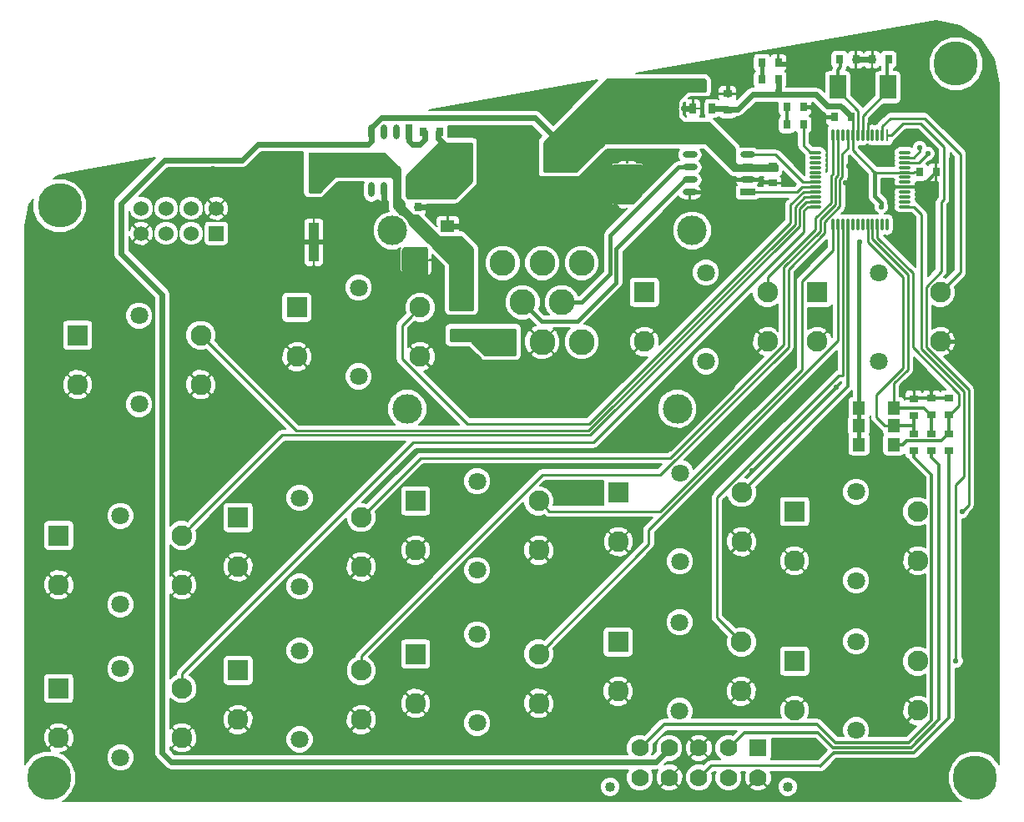
<source format=gtl>
G04 #@! TF.FileFunction,Copper,L1,Top,Signal*
%FSLAX46Y46*%
G04 Gerber Fmt 4.6, Leading zero omitted, Abs format (unit mm)*
G04 Created by KiCad (PCBNEW (2016-07-28 BZR 6996, Git e15ad93)-product) date Thu Oct 20 17:42:39 2016*
%MOMM*%
%LPD*%
G01*
G04 APERTURE LIST*
%ADD10C,0.100000*%
%ADD11R,0.762000X0.939800*%
%ADD12R,0.998220X3.997960*%
%ADD13R,0.939800X0.762000*%
%ADD14R,1.617980X2.179320*%
%ADD15R,1.399540X1.297940*%
%ADD16R,1.297940X1.399540*%
%ADD17R,1.899920X0.998220*%
%ADD18R,2.623820X2.623820*%
%ADD19C,2.623820*%
%ADD20C,2.999740*%
%ADD21R,1.778000X1.778000*%
%ADD22C,1.778000*%
%ADD23C,1.018540*%
%ADD24R,2.999740X2.799080*%
%ADD25R,2.098040X2.098040*%
%ADD26C,2.098040*%
%ADD27C,1.798320*%
%ADD28R,1.524000X0.635000*%
%ADD29O,1.524000X0.635000*%
%ADD30R,0.279400X1.244600*%
%ADD31O,0.279400X1.244600*%
%ADD32O,1.244600X0.279400*%
%ADD33R,0.635000X1.524000*%
%ADD34O,0.635000X1.524000*%
%ADD35R,0.647700X1.049020*%
%ADD36R,1.699260X2.397760*%
%ADD37R,1.524000X1.524000*%
%ADD38C,1.524000*%
%ADD39C,4.500000*%
%ADD40C,0.550000*%
%ADD41C,0.400000*%
%ADD42C,0.250000*%
%ADD43C,0.200000*%
%ADD44C,0.300000*%
%ADD45C,0.600000*%
%ADD46C,0.500000*%
%ADD47C,0.254000*%
G04 APERTURE END LIST*
D10*
D11*
X84251800Y-85090000D03*
X85928200Y-85090000D03*
D12*
X75374500Y-88630760D03*
X75374500Y-81534000D03*
D13*
X121920000Y-80949800D03*
X121920000Y-82626200D03*
D11*
X132003800Y-70104000D03*
X133680200Y-70104000D03*
X130378200Y-70104000D03*
X128701800Y-70104000D03*
X86474300Y-77470000D03*
X88150700Y-77470000D03*
D13*
X117348000Y-75260200D03*
X117348000Y-73583800D03*
D11*
X136829800Y-81534000D03*
X138506200Y-81534000D03*
D12*
X107188000Y-82788760D03*
X107188000Y-75692000D03*
D11*
X128193800Y-75946000D03*
X129870200Y-75946000D03*
D14*
X86093300Y-90424000D03*
X90690700Y-90424000D03*
D11*
X125044200Y-74930000D03*
X123367800Y-74930000D03*
D15*
X88963500Y-87045800D03*
X88963500Y-83515200D03*
D11*
X122511635Y-70426340D03*
X120835235Y-70426340D03*
D16*
X134226300Y-105473500D03*
X130695700Y-105473500D03*
X134198465Y-107251500D03*
X130667865Y-107251500D03*
X134226300Y-109156500D03*
X130695700Y-109156500D03*
D17*
X90170000Y-98018600D03*
X90170000Y-95021400D03*
D18*
X94554040Y-98739960D03*
D19*
X98552000Y-98739960D03*
X102549960Y-98739960D03*
X96553020Y-94742000D03*
X100550980Y-94742000D03*
X94554040Y-90744040D03*
X98552000Y-90744040D03*
X102549960Y-90744040D03*
D20*
X84853780Y-105539540D03*
X112250220Y-105539540D03*
X113751360Y-87442040D03*
X83352640Y-87442040D03*
D21*
X120439180Y-139951460D03*
D22*
X117441980Y-139951460D03*
X114444780Y-139951460D03*
X111447580Y-139951460D03*
X108450380Y-139951460D03*
X120439180Y-142948660D03*
X117441980Y-142948660D03*
X114444780Y-142948660D03*
X111447580Y-142948660D03*
X108450380Y-142948660D03*
D23*
X123444000Y-143891000D03*
X105445560Y-143891000D03*
D24*
X89916000Y-80010000D03*
X100213160Y-80010000D03*
D11*
X123367800Y-76708000D03*
X125044200Y-76708000D03*
X120827800Y-72136000D03*
X122504200Y-72136000D03*
D13*
X138049000Y-104444800D03*
X138049000Y-106121200D03*
X136271000Y-104508300D03*
X136271000Y-106184700D03*
X139827000Y-104444800D03*
X139827000Y-106121200D03*
X138049000Y-109753400D03*
X138049000Y-108077000D03*
X136271000Y-109740700D03*
X136271000Y-108064300D03*
X139827000Y-109753400D03*
X139827000Y-108077000D03*
D25*
X106248200Y-129199640D03*
D26*
X118745000Y-129199640D03*
X106248200Y-134198360D03*
X118745000Y-134198360D03*
D27*
X112496600Y-127200660D03*
X112496600Y-136197340D03*
D25*
X124155200Y-131145280D03*
D26*
X136652000Y-131145280D03*
X124155200Y-136144000D03*
X136652000Y-136144000D03*
D27*
X130403600Y-129146300D03*
X130403600Y-138142980D03*
D25*
X106273600Y-114025680D03*
D26*
X118770400Y-114025680D03*
X106273600Y-119024400D03*
X118770400Y-119024400D03*
D27*
X112522000Y-112026700D03*
X112522000Y-121023380D03*
D25*
X124155200Y-115963700D03*
D26*
X136652000Y-115963700D03*
X124155200Y-120962420D03*
X136652000Y-120962420D03*
D27*
X130403600Y-113964720D03*
X130403600Y-122961400D03*
D25*
X49504600Y-133908800D03*
D26*
X62001400Y-133908800D03*
X49504600Y-138907520D03*
X62001400Y-138907520D03*
D27*
X55753000Y-131909820D03*
X55753000Y-140906500D03*
D25*
X67691000Y-132080000D03*
D26*
X80187800Y-132080000D03*
X67691000Y-137078720D03*
X80187800Y-137078720D03*
D27*
X73939400Y-130081020D03*
X73939400Y-139077700D03*
D25*
X85699600Y-130421380D03*
D26*
X98196400Y-130421380D03*
X85699600Y-135420100D03*
X98196400Y-135420100D03*
D27*
X91948000Y-128422400D03*
X91948000Y-137419080D03*
D25*
X49504600Y-118394480D03*
D26*
X62001400Y-118394480D03*
X49504600Y-123393200D03*
X62001400Y-123393200D03*
D27*
X55753000Y-116395500D03*
X55753000Y-125392180D03*
D25*
X67691000Y-116565680D03*
D26*
X80187800Y-116565680D03*
X67691000Y-121564400D03*
X80187800Y-121564400D03*
D27*
X73939400Y-114566700D03*
X73939400Y-123563380D03*
D25*
X85699600Y-114896900D03*
D26*
X98196400Y-114896900D03*
X85699600Y-119895620D03*
X98196400Y-119895620D03*
D27*
X91948000Y-112897920D03*
X91948000Y-121894600D03*
D25*
X51409600Y-98084640D03*
D26*
X63906400Y-98084640D03*
X51409600Y-103083360D03*
X63906400Y-103083360D03*
D27*
X57658000Y-96085660D03*
X57658000Y-105082340D03*
D25*
X73660000Y-95250000D03*
D26*
X86156800Y-95250000D03*
X73660000Y-100248720D03*
X86156800Y-100248720D03*
D27*
X79908400Y-93251020D03*
X79908400Y-102247700D03*
D25*
X126441200Y-93726000D03*
D26*
X138938000Y-93726000D03*
X126441200Y-98724720D03*
X138938000Y-98724720D03*
D27*
X132689600Y-91727020D03*
X132689600Y-100723700D03*
D25*
X108915200Y-93726000D03*
D26*
X121412000Y-93726000D03*
X108915200Y-98724720D03*
X121412000Y-98724720D03*
D27*
X115163600Y-91727020D03*
X115163600Y-100723700D03*
D28*
X119380000Y-83566000D03*
D29*
X119380000Y-82296000D03*
X119380000Y-81026000D03*
X119380000Y-79756000D03*
X113538000Y-79756000D03*
X113538000Y-81026000D03*
X113538000Y-82296000D03*
X113538000Y-83566000D03*
D30*
X133558280Y-77749400D03*
D31*
X133057900Y-77749400D03*
X132557520Y-77749400D03*
X132059680Y-77749400D03*
X131559300Y-77749400D03*
X131058920Y-77749400D03*
X130561080Y-77749400D03*
X130060700Y-77749400D03*
X129560320Y-77749400D03*
X129062480Y-77749400D03*
X128562100Y-77749400D03*
X128061720Y-77749400D03*
D32*
X126263400Y-79547720D03*
X126263400Y-80048100D03*
X126263400Y-80548480D03*
X126263400Y-81046320D03*
X126263400Y-81546700D03*
X126263400Y-82047080D03*
X126263400Y-82544920D03*
X126263400Y-83045300D03*
X126263400Y-83545680D03*
X126263400Y-84043520D03*
X126263400Y-84543900D03*
X126263400Y-85044280D03*
D31*
X128061720Y-86842600D03*
X128562100Y-86842600D03*
X129062480Y-86842600D03*
X129560320Y-86842600D03*
X130060700Y-86842600D03*
X130561080Y-86842600D03*
X131058920Y-86842600D03*
X131559300Y-86842600D03*
X132059680Y-86842600D03*
X132557520Y-86842600D03*
X133057900Y-86842600D03*
X133558280Y-86842600D03*
D32*
X135356600Y-85044280D03*
X135356600Y-84543900D03*
X135356600Y-84043520D03*
X135356600Y-83545680D03*
X135356600Y-83045300D03*
X135356600Y-82544920D03*
X135356600Y-82047080D03*
X135356600Y-81546700D03*
X135356600Y-81046320D03*
X135356600Y-80548480D03*
X135356600Y-80048100D03*
X135356600Y-79547720D03*
D33*
X85026500Y-77470000D03*
D34*
X83756500Y-77470000D03*
X82486500Y-77470000D03*
X81216500Y-77470000D03*
X81216500Y-83312000D03*
X82486500Y-83312000D03*
X83756500Y-83312000D03*
X85026500Y-83312000D03*
D35*
X113858040Y-75062080D03*
X115757960Y-75062080D03*
X114808000Y-72765920D03*
D36*
X133604000Y-72898000D03*
X128524000Y-72898000D03*
D37*
X65481200Y-87731600D03*
D38*
X65481200Y-85191600D03*
X62941200Y-87731600D03*
X62941200Y-85191600D03*
X60401200Y-87731600D03*
X60401200Y-85191600D03*
X57861200Y-87731600D03*
X57861200Y-85191600D03*
D39*
X140503660Y-70519540D03*
X49612800Y-84918800D03*
X48516800Y-142973800D03*
X142465800Y-142973800D03*
D40*
X119343949Y-71218606D03*
X123634500Y-70544421D03*
X99720400Y-76454000D03*
X61468000Y-130810000D03*
X64579500Y-122555000D03*
X60960000Y-115887500D03*
X68135500Y-109537500D03*
X68135500Y-100774500D03*
X71437500Y-96901000D03*
X62103000Y-92329000D03*
X72453500Y-83502500D03*
X65151000Y-81153000D03*
X54356000Y-81788000D03*
X47244000Y-88074500D03*
X46609000Y-98806000D03*
X46672500Y-111950500D03*
X46545500Y-123761500D03*
X46672500Y-137985500D03*
X51498500Y-144716500D03*
X69405500Y-144907000D03*
X85280500Y-144716500D03*
X101155500Y-144716500D03*
X128841500Y-144907000D03*
X122936000Y-139700000D03*
X140081000Y-80200500D03*
X139890500Y-91059000D03*
X119824500Y-111823500D03*
X128397000Y-103378000D03*
X102044500Y-114363500D03*
X92138500Y-74930000D03*
X102044500Y-73406000D03*
X68770500Y-113728500D03*
X83058000Y-109855000D03*
X81216500Y-114363500D03*
X105283000Y-109728000D03*
X112522000Y-117348000D03*
X115824000Y-112839500D03*
X114173000Y-110426500D03*
X118237000Y-100520500D03*
X121856500Y-102552500D03*
X124079000Y-104648000D03*
X127889000Y-106807000D03*
X121412000Y-116459000D03*
X113855500Y-131127500D03*
X108648500Y-137477500D03*
X98869500Y-139446000D03*
X82423000Y-139509500D03*
X144335500Y-138239500D03*
X143954500Y-124269500D03*
X144208500Y-105727500D03*
X144208500Y-91376500D03*
X144145000Y-77597000D03*
X138049000Y-66992500D03*
X126301500Y-72453500D03*
X117538500Y-76390500D03*
X124777500Y-80708500D03*
X121920000Y-85788500D03*
X129349500Y-82613500D03*
X129612121Y-80899000D03*
X129691953Y-84494133D03*
X133350000Y-83058000D03*
X138049000Y-103568500D03*
X140970000Y-98742500D03*
X137096500Y-82994500D03*
X132080000Y-76009500D03*
X108394500Y-83820000D03*
X108394500Y-82804000D03*
X108394500Y-81026000D03*
X105981500Y-81026000D03*
X105981500Y-84455000D03*
X105981500Y-82804000D03*
X114935000Y-83566000D03*
X120777000Y-82296000D03*
X118046500Y-82296000D03*
X131318000Y-82867500D03*
X86106000Y-92138500D03*
X84582000Y-91122500D03*
X84582000Y-89662000D03*
X126619000Y-75755500D03*
X117348000Y-72390000D03*
X112903000Y-75057000D03*
X82486500Y-84772500D03*
X76581000Y-90297000D03*
X76581000Y-86868000D03*
X76581000Y-88646000D03*
X74231500Y-87058500D03*
X74231500Y-90233500D03*
X74231500Y-88646000D03*
X90487500Y-87058500D03*
X87185500Y-85090000D03*
X131191000Y-70104000D03*
X132969000Y-85026500D03*
X130746500Y-88582500D03*
X136864790Y-79044800D03*
X137668000Y-79654400D03*
X140525500Y-131127500D03*
X141125510Y-115951000D03*
D41*
X123245592Y-70544421D02*
X123634500Y-70544421D01*
X122593916Y-70544421D02*
X123245592Y-70544421D01*
X122470995Y-70421500D02*
X122593916Y-70544421D01*
D42*
X134023100Y-66992500D02*
X132003800Y-69011800D01*
X132003800Y-69011800D02*
X132003800Y-70104000D01*
X138049000Y-66992500D02*
X134023100Y-66992500D01*
X102044500Y-74129900D02*
X99720400Y-76454000D01*
X102044500Y-73406000D02*
X102044500Y-74129900D01*
X72453500Y-83502500D02*
X67500500Y-83502500D01*
X67500500Y-83502500D02*
X65151000Y-81153000D01*
X64579500Y-122555000D02*
X64579500Y-127698500D01*
X64579500Y-127698500D02*
X61468000Y-130810000D01*
X68135500Y-109537500D02*
X67310000Y-109537500D01*
X67310000Y-109537500D02*
X60960000Y-115887500D01*
X68948723Y-100711000D02*
X68199000Y-100711000D01*
X68199000Y-100711000D02*
X68135500Y-100774500D01*
X71437500Y-96901000D02*
X71437500Y-98222223D01*
X71437500Y-98222223D02*
X68948723Y-100711000D01*
X72453500Y-83502500D02*
X63627000Y-92329000D01*
X63627000Y-92329000D02*
X62103000Y-92329000D01*
D43*
X137515600Y-71577200D02*
X143535400Y-77597000D01*
X143535400Y-77597000D02*
X144145000Y-77597000D01*
X137515600Y-69799200D02*
X137515600Y-71577200D01*
X138049000Y-69265800D02*
X137515600Y-69799200D01*
X138049000Y-66992500D02*
X138049000Y-69265800D01*
X47244000Y-88074500D02*
X51981100Y-88074500D01*
X51981100Y-88074500D02*
X54356000Y-85699600D01*
X54356000Y-85699600D02*
X54356000Y-81788000D01*
X134543800Y-144907000D02*
X141211300Y-138239500D01*
X141211300Y-138239500D02*
X144335500Y-138239500D01*
X128841500Y-144907000D02*
X134543800Y-144907000D01*
D42*
X47244000Y-88074500D02*
X48069500Y-88074500D01*
X46672500Y-111950500D02*
X46672500Y-98869500D01*
X46672500Y-98869500D02*
X46609000Y-98806000D01*
X46672500Y-137985500D02*
X46672500Y-123888500D01*
X46672500Y-123888500D02*
X46545500Y-123761500D01*
X69405500Y-144907000D02*
X51689000Y-144907000D01*
X51689000Y-144907000D02*
X51498500Y-144716500D01*
X101155500Y-144716500D02*
X85280500Y-144716500D01*
X129032000Y-144716500D02*
X128841500Y-144907000D01*
X139890500Y-91059000D02*
X139890500Y-80391000D01*
X139890500Y-80391000D02*
X140081000Y-80200500D01*
X128397000Y-103378000D02*
X119951500Y-111823500D01*
X119951500Y-111823500D02*
X119824500Y-111823500D01*
X102044500Y-73406000D02*
X100520500Y-74930000D01*
X100520500Y-74930000D02*
X92138500Y-74930000D01*
X83058000Y-109855000D02*
X72644000Y-109855000D01*
X72644000Y-109855000D02*
X68770500Y-113728500D01*
X117962001Y-103271999D02*
X111506000Y-109728000D01*
X111506000Y-109728000D02*
X105283000Y-109728000D01*
X118237000Y-100520500D02*
X117962001Y-100795499D01*
X117962001Y-100795499D02*
X117962001Y-103271999D01*
X115824000Y-112839500D02*
X115824000Y-114046000D01*
X115824000Y-114046000D02*
X112522000Y-117348000D01*
X121856500Y-102552500D02*
X114173000Y-110236000D01*
X114173000Y-110236000D02*
X114173000Y-110426500D01*
X121412000Y-116459000D02*
X121412000Y-113284000D01*
X121412000Y-113284000D02*
X127889000Y-106807000D01*
X108648500Y-137477500D02*
X108648500Y-136334500D01*
X108648500Y-136334500D02*
X113855500Y-131127500D01*
X82423000Y-139509500D02*
X98806000Y-139509500D01*
X98806000Y-139509500D02*
X98869500Y-139446000D01*
X143954500Y-124269500D02*
X144335500Y-124650500D01*
X144335500Y-124650500D02*
X144335500Y-138239500D01*
X144208500Y-91376500D02*
X144208500Y-105727500D01*
X144145000Y-73088500D02*
X144145000Y-77597000D01*
X124777500Y-80708500D02*
X120459500Y-76390500D01*
X120459500Y-76390500D02*
X117538500Y-76390500D01*
X129691953Y-82955953D02*
X129349500Y-82613500D01*
X129691953Y-83034845D02*
X129691953Y-82955953D01*
X131318000Y-82867500D02*
X129612121Y-81161621D01*
X129691953Y-84494133D02*
X129691953Y-83034845D01*
X129612121Y-81161621D02*
X129612121Y-80899000D01*
D44*
X135356600Y-83045300D02*
X133362700Y-83045300D01*
X133362700Y-83045300D02*
X133350000Y-83058000D01*
X138049000Y-104444800D02*
X138049000Y-103568500D01*
X138049000Y-104444800D02*
X136334500Y-104444800D01*
X136334500Y-104444800D02*
X136271000Y-104508300D01*
X139827000Y-104444800D02*
X138049000Y-104444800D01*
D41*
X138938000Y-98724720D02*
X140952220Y-98724720D01*
X140952220Y-98724720D02*
X140970000Y-98742500D01*
D44*
X137096500Y-82994500D02*
X138379200Y-81711800D01*
X138379200Y-81711800D02*
X138379200Y-81534000D01*
X135356600Y-83045300D02*
X137045700Y-83045300D01*
X137045700Y-83045300D02*
X137096500Y-82994500D01*
D42*
X131559300Y-77749400D02*
X131559300Y-76530200D01*
X131559300Y-76530200D02*
X132080000Y-76009500D01*
D41*
X108394500Y-82804000D02*
X108394500Y-83820000D01*
X108394500Y-81026000D02*
X108394500Y-82804000D01*
X105981500Y-81026000D02*
X108394500Y-81026000D01*
X105981500Y-84455000D02*
X105981500Y-81026000D01*
X105981500Y-82804000D02*
X105981500Y-84455000D01*
X107188000Y-82788760D02*
X105996740Y-82788760D01*
X105996740Y-82788760D02*
X105981500Y-82804000D01*
X113538000Y-83566000D02*
X114935000Y-83566000D01*
X120777000Y-82296000D02*
X119380000Y-82296000D01*
X121920000Y-82499200D02*
X120980200Y-82499200D01*
X120980200Y-82499200D02*
X120777000Y-82296000D01*
X119380000Y-82296000D02*
X118046500Y-82296000D01*
X84582000Y-91122500D02*
X85090000Y-91122500D01*
X85090000Y-91122500D02*
X86106000Y-92138500D01*
X84582000Y-89662000D02*
X84582000Y-91122500D01*
X86093300Y-90424000D02*
X85344000Y-90424000D01*
X85344000Y-90424000D02*
X84582000Y-89662000D01*
X117348000Y-72390000D02*
X117348000Y-73710800D01*
X125793500Y-74930000D02*
X125003560Y-74930000D01*
X126619000Y-75755500D02*
X125793500Y-74930000D01*
X128320800Y-75946000D02*
X126809500Y-75946000D01*
X126809500Y-75946000D02*
X126619000Y-75755500D01*
D45*
X113858040Y-75062080D02*
X112908080Y-75062080D01*
X112908080Y-75062080D02*
X112903000Y-75057000D01*
X82486500Y-83312000D02*
X82486500Y-84772500D01*
D46*
X76581000Y-86868000D02*
X76581000Y-90297000D01*
X76581000Y-88646000D02*
X76581000Y-86868000D01*
X75374500Y-88630760D02*
X76565760Y-88630760D01*
X76565760Y-88630760D02*
X76581000Y-88646000D01*
X74231500Y-90233500D02*
X74231500Y-87058500D01*
X74231500Y-88646000D02*
X74231500Y-90233500D01*
X75374500Y-88630760D02*
X74246740Y-88630760D01*
X74246740Y-88630760D02*
X74231500Y-88646000D01*
D45*
X88963500Y-87045800D02*
X90474800Y-87045800D01*
X90474800Y-87045800D02*
X90487500Y-87058500D01*
X85801200Y-85090000D02*
X87185500Y-85090000D01*
X131191000Y-70104000D02*
X130251200Y-70104000D01*
X132130800Y-70104000D02*
X131191000Y-70104000D01*
X68072000Y-80314800D02*
X60198000Y-80314800D01*
X60007500Y-93941900D02*
X55829200Y-89763600D01*
X55829200Y-89763600D02*
X55829200Y-87567362D01*
X60007500Y-93980000D02*
X60007500Y-140462000D01*
X60007500Y-93980000D02*
X60007500Y-93941900D01*
X81216500Y-77470000D02*
X81216500Y-78359000D01*
X81216500Y-78359000D02*
X80899000Y-78676500D01*
X80899000Y-78676500D02*
X69710300Y-78676500D01*
X69710300Y-78676500D02*
X68072000Y-80314800D01*
X60198000Y-80314800D02*
X55829200Y-84683600D01*
X55829200Y-84683600D02*
X55829200Y-87567362D01*
X60939301Y-141393801D02*
X110066199Y-141393801D01*
X60007500Y-140462000D02*
X60939301Y-141393801D01*
X110066199Y-141393801D02*
X111455200Y-140004800D01*
X81216500Y-77470000D02*
X81216500Y-77025500D01*
X81216500Y-77025500D02*
X82232500Y-76009500D01*
X82232500Y-76009500D02*
X97790000Y-76009500D01*
X97790000Y-76009500D02*
X99568000Y-77787500D01*
X99568000Y-77787500D02*
X99990200Y-77787500D01*
X99990200Y-77787500D02*
X100213160Y-78010460D01*
X100213160Y-78010460D02*
X100213160Y-80010000D01*
D42*
X130060700Y-77749400D02*
X130060700Y-76136500D01*
X130060700Y-76136500D02*
X129870200Y-75946000D01*
D45*
X122491500Y-73660000D02*
X126337488Y-73660000D01*
X126337488Y-73660000D02*
X127480488Y-74803000D01*
X127480488Y-74803000D02*
X128816100Y-74803000D01*
X128816100Y-74803000D02*
X129870200Y-75857100D01*
X129870200Y-75857100D02*
X129870200Y-75946000D01*
D41*
X132969000Y-85026500D02*
X132969000Y-84637592D01*
X132969000Y-84637592D02*
X132283200Y-83951792D01*
X132283200Y-83951792D02*
X132283200Y-81546700D01*
X130695700Y-105473500D02*
X130695700Y-88633300D01*
X130695700Y-88633300D02*
X130746500Y-88582500D01*
X130667865Y-107251500D02*
X130667865Y-105501335D01*
X130667865Y-105501335D02*
X130695700Y-105473500D01*
X130695700Y-109156500D02*
X130695700Y-107279335D01*
X130695700Y-107279335D02*
X130667865Y-107251500D01*
D42*
X132283200Y-81546700D02*
X130060700Y-79324200D01*
X130060700Y-79324200D02*
X130060700Y-77749400D01*
X135356600Y-81546700D02*
X132283200Y-81546700D01*
X136271000Y-81534000D02*
X136258300Y-81546700D01*
X136258300Y-81546700D02*
X135356600Y-81546700D01*
X136956800Y-81534000D02*
X136271000Y-81534000D01*
D45*
X119891100Y-73660000D02*
X122491500Y-73660000D01*
X122504200Y-72136000D02*
X122504200Y-73205900D01*
X122504200Y-73205900D02*
X122491500Y-73218600D01*
X122491500Y-73218600D02*
X122491500Y-73660000D01*
X117348000Y-75133200D02*
X118417900Y-75133200D01*
X118417900Y-75133200D02*
X119891100Y-73660000D01*
X115757960Y-75062080D02*
X117276880Y-75062080D01*
X117276880Y-75062080D02*
X117348000Y-75133200D01*
D42*
X132059680Y-88306769D02*
X132059680Y-87714900D01*
X135641511Y-91888600D02*
X132059680Y-88306769D01*
X135641511Y-101532399D02*
X135641511Y-91888600D01*
X134226300Y-102947610D02*
X135641511Y-101532399D01*
X132059680Y-87714900D02*
X132059680Y-86842600D01*
X134226300Y-105473500D02*
X134226300Y-102947610D01*
D44*
X134226300Y-105473500D02*
X135175270Y-105473500D01*
X135175270Y-105473500D02*
X135208570Y-105440200D01*
X135208570Y-105440200D02*
X137279100Y-105440200D01*
X137279100Y-105440200D02*
X137960100Y-106121200D01*
X137960100Y-106121200D02*
X138049000Y-106121200D01*
X138049000Y-106121200D02*
X138049000Y-108077000D01*
D42*
X132461000Y-104076500D02*
X132461000Y-106413005D01*
X132461000Y-106413005D02*
X133299495Y-107251500D01*
X133299495Y-107251500D02*
X134198465Y-107251500D01*
X135128000Y-101409500D02*
X132461000Y-104076500D01*
X135128000Y-92138500D02*
X135128000Y-101409500D01*
X131572000Y-88582500D02*
X135128000Y-92138500D01*
X131572000Y-87727600D02*
X131572000Y-88582500D01*
X131559300Y-86842600D02*
X131559300Y-87714900D01*
X131559300Y-87714900D02*
X131572000Y-87727600D01*
D44*
X136271000Y-108064300D02*
X136271000Y-107251500D01*
X136271000Y-107251500D02*
X136271000Y-106184700D01*
X134198465Y-107251500D02*
X135147435Y-107251500D01*
X135147435Y-107251500D02*
X136271000Y-107251500D01*
D42*
X139827000Y-106121200D02*
X139915900Y-106121200D01*
X139915900Y-106121200D02*
X140837489Y-105199611D01*
X140837489Y-104019387D02*
X136138491Y-99320389D01*
X140837489Y-105199611D02*
X140837489Y-104019387D01*
X132557520Y-87714900D02*
X132557520Y-86842600D01*
X136138491Y-91749169D02*
X132557520Y-88168198D01*
X132557520Y-88168198D02*
X132557520Y-87714900D01*
X136138491Y-99320389D02*
X136138491Y-91749169D01*
D44*
X134226300Y-109156500D02*
X135175270Y-109156500D01*
X135175270Y-109156500D02*
X135523769Y-108808001D01*
X135523769Y-108808001D02*
X139007099Y-108808001D01*
X139007099Y-108808001D02*
X139738100Y-108077000D01*
X139738100Y-108077000D02*
X139827000Y-108077000D01*
X139827000Y-106121200D02*
X139827000Y-108077000D01*
D42*
X136864790Y-79412210D02*
X136864790Y-79044800D01*
X136228900Y-80048100D02*
X136864790Y-79412210D01*
X135356600Y-80048100D02*
X136228900Y-80048100D01*
X136249220Y-80568800D02*
X136753600Y-80568800D01*
X136753600Y-80568800D02*
X137668000Y-79654400D01*
X135356600Y-80548480D02*
X136228900Y-80548480D01*
X136228900Y-80548480D02*
X136249220Y-80568800D01*
D44*
X138818900Y-137033722D02*
X138818900Y-111204300D01*
X135960471Y-139892151D02*
X138818900Y-137033722D01*
X128068488Y-139892152D02*
X135960471Y-139892151D01*
X126542836Y-138366500D02*
X128068488Y-139892152D01*
X138049000Y-110434400D02*
X138049000Y-109753400D01*
X119087900Y-138366500D02*
X126542836Y-138366500D01*
X117449600Y-140004800D02*
X119087900Y-138366500D01*
X138818900Y-111204300D02*
X138049000Y-110434400D01*
X135753359Y-139392141D02*
X138051021Y-137094479D01*
X138051021Y-137094479D02*
X138051021Y-112201721D01*
X138051021Y-112201721D02*
X136271000Y-110421700D01*
X136271000Y-110421700D02*
X136271000Y-109740700D01*
X126426479Y-137543021D02*
X128275599Y-139392141D01*
X128275599Y-139392141D02*
X135753359Y-139392141D01*
X108458000Y-140004800D02*
X110919779Y-137543021D01*
X110919779Y-137543021D02*
X126426479Y-137543021D01*
D42*
X114444780Y-142948660D02*
X115658781Y-141734659D01*
X115658781Y-141734659D02*
X126806841Y-141734659D01*
X126806841Y-141734659D02*
X128149338Y-140392162D01*
D44*
X136277338Y-140392162D02*
X139827000Y-136842500D01*
X139827000Y-136842500D02*
X139827000Y-109753400D01*
X126778501Y-141762999D02*
X128149338Y-140392162D01*
X128149338Y-140392162D02*
X136277338Y-140392162D01*
X123367800Y-76708000D02*
X123367800Y-74970640D01*
X123367800Y-74970640D02*
X123408440Y-74930000D01*
D41*
X120875875Y-70426340D02*
X120875875Y-72087925D01*
X120875875Y-72087925D02*
X120827800Y-72136000D01*
D42*
X128562100Y-81812985D02*
X128562100Y-78621700D01*
X86199980Y-110553500D02*
X111547030Y-110553500D01*
X128299487Y-82075598D02*
X128562100Y-81812985D01*
X126740489Y-87507101D02*
X126740489Y-86343400D01*
X128562100Y-78621700D02*
X128562100Y-77749400D01*
X123063000Y-91184589D02*
X126740489Y-87507101D01*
X123063000Y-99037530D02*
X123063000Y-91184589D01*
X111547030Y-110553500D02*
X123063000Y-99037530D01*
X80187800Y-116565680D02*
X86199980Y-110553500D01*
X128299487Y-84784402D02*
X128299487Y-82075598D01*
X126740489Y-86343400D02*
X128299487Y-84784402D01*
X128061720Y-87714900D02*
X128061720Y-86842600D01*
X128061720Y-89422437D02*
X128061720Y-87714900D01*
X124904500Y-92579657D02*
X128061720Y-89422437D01*
X124904500Y-101536500D02*
X124904500Y-92579657D01*
X110495081Y-115945919D02*
X124904500Y-101536500D01*
X99245419Y-115945919D02*
X110495081Y-115945919D01*
X98196400Y-114896900D02*
X99245419Y-115945919D01*
X125047587Y-83545680D02*
X123744967Y-84848300D01*
X126263400Y-83545680D02*
X125047587Y-83545680D01*
X84328000Y-100453472D02*
X84328000Y-97078800D01*
X103314500Y-107061000D02*
X90935528Y-107061000D01*
X123744967Y-86630533D02*
X103314500Y-107061000D01*
X123744967Y-84848300D02*
X123744967Y-86630533D01*
X84328000Y-97078800D02*
X85107781Y-96299019D01*
X90935528Y-107061000D02*
X84328000Y-100453472D01*
X85107781Y-96299019D02*
X86156800Y-95250000D01*
X140970000Y-79692500D02*
X140970000Y-91694000D01*
X140970000Y-91694000D02*
X138938000Y-93726000D01*
X137350500Y-76073000D02*
X140970000Y-79692500D01*
X133862000Y-76073000D02*
X137350500Y-76073000D01*
X133057900Y-77749400D02*
X133057900Y-76877100D01*
X133057900Y-76877100D02*
X133862000Y-76073000D01*
X121412000Y-92242462D02*
X121412000Y-93726000D01*
X126290478Y-86157000D02*
X126290478Y-87320702D01*
X127849476Y-84598002D02*
X126290478Y-86157000D01*
X127849476Y-81889198D02*
X127849476Y-84598002D01*
X128061720Y-77749400D02*
X128061720Y-81676954D01*
X121412000Y-92199180D02*
X121412000Y-92242462D01*
X126290478Y-87320702D02*
X121412000Y-92199180D01*
X128061720Y-81676954D02*
X127849476Y-81889198D01*
X116268500Y-114494028D02*
X116268500Y-126723140D01*
X116268500Y-126723140D02*
X118745000Y-129199640D01*
X129062480Y-102141020D02*
X128621508Y-102141020D01*
X128621508Y-102141020D02*
X116268500Y-114494028D01*
X129062480Y-86842600D02*
X129062480Y-102141020D01*
X140525500Y-113220500D02*
X140525500Y-131127500D01*
X141351000Y-112395000D02*
X140525500Y-113220500D01*
X141351000Y-103807683D02*
X141351000Y-112395000D01*
X137033000Y-85848380D02*
X137033000Y-99489683D01*
X137033000Y-99489683D02*
X141351000Y-103807683D01*
X135356600Y-85044280D02*
X136228900Y-85044280D01*
X136228900Y-85044280D02*
X137033000Y-85848380D01*
D44*
X129560320Y-86842600D02*
X129560320Y-103235760D01*
X129560320Y-103235760D02*
X118770400Y-114025680D01*
D42*
X133558280Y-77749400D02*
X133947980Y-77749400D01*
X133947980Y-77749400D02*
X135116380Y-76581000D01*
X135116380Y-76581000D02*
X136906000Y-76581000D01*
X136906000Y-76581000D02*
X139319000Y-78994000D01*
X139319000Y-78994000D02*
X139319000Y-84297401D01*
X139319000Y-84297401D02*
X139034401Y-84582000D01*
X139034401Y-84582000D02*
X139034401Y-91599009D01*
X139034401Y-91599009D02*
X137483011Y-93150399D01*
X137483011Y-93150399D02*
X137483011Y-99303283D01*
X137483011Y-99303283D02*
X141801011Y-103621283D01*
X141801011Y-103621283D02*
X141801011Y-115275499D01*
X141801011Y-115275499D02*
X141400509Y-115676001D01*
X141400509Y-115676001D02*
X141125510Y-115951000D01*
X62001400Y-133908800D02*
X62001400Y-132425262D01*
X85449640Y-108977022D02*
X103747978Y-108977022D01*
X62001400Y-132425262D02*
X85449640Y-108977022D01*
X103747978Y-108977022D02*
X125095000Y-87630000D01*
X125095000Y-87630000D02*
X125095000Y-85407500D01*
X125095000Y-85407500D02*
X125458220Y-85044280D01*
X125458220Y-85044280D02*
X126263400Y-85044280D01*
X127190500Y-86574021D02*
X128749498Y-85015023D01*
X129560320Y-79110291D02*
X129560320Y-78621700D01*
X110554911Y-112204500D02*
X123513011Y-99246400D01*
X129012111Y-79658500D02*
X129560320Y-79110291D01*
X127190500Y-87693500D02*
X127190500Y-86574021D01*
X129012111Y-81999385D02*
X129012111Y-79658500D01*
X128749498Y-82261998D02*
X129012111Y-81999385D01*
X123513011Y-91370989D02*
X127190500Y-87693500D01*
X129560320Y-78621700D02*
X129560320Y-77749400D01*
X98579762Y-112204500D02*
X110554911Y-112204500D01*
X128749498Y-85015023D02*
X128749498Y-82261998D01*
X80187800Y-130596462D02*
X98579762Y-112204500D01*
X123513011Y-99246400D02*
X123513011Y-91370989D01*
X80187800Y-132080000D02*
X80187800Y-130596462D01*
X109347000Y-117852472D02*
X109347000Y-119270780D01*
X109347000Y-119270780D02*
X98196400Y-130421380D01*
X128562100Y-86842600D02*
X128562100Y-98637372D01*
X128562100Y-98637372D02*
X109347000Y-117852472D01*
X103438811Y-108209511D02*
X72186369Y-108209511D01*
X63050419Y-117345461D02*
X62001400Y-118394480D01*
X125322189Y-84543900D02*
X124644989Y-85221100D01*
X72186369Y-108209511D02*
X63050419Y-117345461D01*
X124644989Y-87003333D02*
X103438811Y-108209511D01*
X124644989Y-85221100D02*
X124644989Y-87003333D01*
X126263400Y-84543900D02*
X125322189Y-84543900D01*
D45*
X84378800Y-85090000D02*
X84378800Y-85229700D01*
X84378800Y-85229700D02*
X85788500Y-86639400D01*
X84378800Y-85090000D02*
X84378800Y-84696300D01*
X84378800Y-84696300D02*
X83756500Y-84074000D01*
X83756500Y-84074000D02*
X83756500Y-83312000D01*
X88023700Y-77470000D02*
X88023700Y-78117700D01*
X88023700Y-78117700D02*
X89916000Y-80010000D01*
D42*
X120392000Y-83566000D02*
X119380000Y-83566000D01*
X124390857Y-83566000D02*
X120392000Y-83566000D01*
X124911557Y-83045300D02*
X124390857Y-83566000D01*
X126263400Y-83045300D02*
X124911557Y-83045300D01*
X125026420Y-82544920D02*
X122237500Y-79756000D01*
X122237500Y-79756000D02*
X119380000Y-79756000D01*
X126263400Y-82544920D02*
X125026420Y-82544920D01*
X125186158Y-84043520D02*
X124194978Y-85034700D01*
X124194978Y-86816933D02*
X103252411Y-107759500D01*
X103252411Y-107759500D02*
X73581260Y-107759500D01*
X124194978Y-85034700D02*
X124194978Y-86816933D01*
X64955419Y-99133659D02*
X63906400Y-98084640D01*
X73581260Y-107759500D02*
X64955419Y-99133659D01*
X126263400Y-84043520D02*
X125186158Y-84043520D01*
D41*
X97864929Y-96053909D02*
X96553020Y-94742000D01*
X106054511Y-92725889D02*
X102108000Y-96672400D01*
X102108000Y-96672400D02*
X98483420Y-96672400D01*
X113093500Y-82296000D02*
X106054511Y-89334989D01*
X98483420Y-96672400D02*
X97864929Y-96053909D01*
X106054511Y-89334989D02*
X106054511Y-92725889D01*
X113538000Y-82296000D02*
X113093500Y-82296000D01*
X105454500Y-91852700D02*
X102565200Y-94742000D01*
X102565200Y-94742000D02*
X100550980Y-94742000D01*
X105454500Y-87947500D02*
X105454500Y-91852700D01*
X113538000Y-81026000D02*
X112376000Y-81026000D01*
X112376000Y-81026000D02*
X105454500Y-87947500D01*
D42*
X133604000Y-72898000D02*
X133604000Y-73247250D01*
X133604000Y-73247250D02*
X131058920Y-75792330D01*
X131058920Y-75792330D02*
X131058920Y-76877100D01*
X131058920Y-76877100D02*
X131058920Y-77749400D01*
D44*
X133553200Y-70104000D02*
X133553200Y-72847200D01*
X133553200Y-72847200D02*
X133604000Y-72898000D01*
D42*
X130561080Y-77749400D02*
X130561080Y-76877100D01*
X130561080Y-76877100D02*
X130576201Y-76861979D01*
X130576201Y-76861979D02*
X130576201Y-75299451D01*
X130576201Y-75299451D02*
X128524000Y-73247250D01*
X128524000Y-73247250D02*
X128524000Y-72898000D01*
D44*
X128524000Y-71178700D02*
X128524000Y-72898000D01*
X128828800Y-70104000D02*
X128828800Y-70873900D01*
X128828800Y-70873900D02*
X128524000Y-71178700D01*
D45*
X85026500Y-77470000D02*
X85026500Y-78359000D01*
X85026500Y-78359000D02*
X85407500Y-78740000D01*
X85407500Y-78740000D02*
X86093300Y-78740000D01*
X86093300Y-78740000D02*
X86601300Y-78232000D01*
X86601300Y-78232000D02*
X86601300Y-77470000D01*
D42*
X126263400Y-79547720D02*
X125780800Y-79547720D01*
X125780800Y-79547720D02*
X125044200Y-78811120D01*
X125044200Y-78811120D02*
X125044200Y-77427900D01*
X125044200Y-77427900D02*
X125044200Y-76708000D01*
G36*
X84076000Y-81204776D02*
X84076000Y-84756286D01*
X83573670Y-85174894D01*
X83500500Y-85101724D01*
X83500500Y-82296000D01*
X83490985Y-82248165D01*
X83463888Y-82207612D01*
X83209888Y-81953612D01*
X83169335Y-81926515D01*
X83121500Y-81917000D01*
X77597000Y-81917000D01*
X77549165Y-81926515D01*
X77508612Y-81953612D01*
X75957724Y-83504500D01*
X74928000Y-83504500D01*
X74928000Y-79627000D01*
X82498224Y-79627000D01*
X84076000Y-81204776D01*
X84076000Y-81204776D01*
G37*
X84076000Y-81204776D02*
X84076000Y-84756286D01*
X83573670Y-85174894D01*
X83500500Y-85101724D01*
X83500500Y-82296000D01*
X83490985Y-82248165D01*
X83463888Y-82207612D01*
X83209888Y-81953612D01*
X83169335Y-81926515D01*
X83121500Y-81917000D01*
X77597000Y-81917000D01*
X77549165Y-81926515D01*
X77508612Y-81953612D01*
X75957724Y-83504500D01*
X74928000Y-83504500D01*
X74928000Y-79627000D01*
X82498224Y-79627000D01*
X84076000Y-81204776D01*
D47*
G36*
X91376500Y-82433894D02*
X89672894Y-84137500D01*
X84952106Y-84137500D01*
X84772500Y-83957894D01*
X84772500Y-81904106D01*
X88063606Y-78613000D01*
X91376500Y-78613000D01*
X91376500Y-82433894D01*
X91376500Y-82433894D01*
G37*
X91376500Y-82433894D02*
X89672894Y-84137500D01*
X84952106Y-84137500D01*
X84772500Y-83957894D01*
X84772500Y-81904106D01*
X88063606Y-78613000D01*
X91376500Y-78613000D01*
X91376500Y-82433894D01*
G36*
X115125500Y-72252106D02*
X115125500Y-73279000D01*
X113347500Y-73279000D01*
X113298899Y-73288667D01*
X113257697Y-73316197D01*
X112305197Y-74268697D01*
X112277667Y-74309899D01*
X112268000Y-74358500D01*
X112268000Y-74845854D01*
X112252643Y-74923057D01*
X112251114Y-74926740D01*
X112251110Y-74930763D01*
X112226000Y-75057000D01*
X112250890Y-75182132D01*
X112250887Y-75186122D01*
X112252424Y-75189843D01*
X112268000Y-75268147D01*
X112268000Y-75882500D01*
X112277667Y-75931101D01*
X112305197Y-75972303D01*
X112813197Y-76480303D01*
X112854399Y-76507833D01*
X112903000Y-76517500D01*
X115453894Y-76517500D01*
X118046500Y-79110106D01*
X118046500Y-80454500D01*
X118056167Y-80503101D01*
X118083697Y-80544303D01*
X118337697Y-80798303D01*
X118378899Y-80825833D01*
X118427500Y-80835500D01*
X122364500Y-80835500D01*
X122364500Y-81343500D01*
X117972106Y-81343500D01*
X115215303Y-78586697D01*
X115174101Y-78559167D01*
X115125500Y-78549500D01*
X104902000Y-78549500D01*
X104853399Y-78559167D01*
X104812197Y-78586697D01*
X101991894Y-81407000D01*
X98742500Y-81407000D01*
X98742500Y-78538606D01*
X105145106Y-72136000D01*
X115009394Y-72136000D01*
X115125500Y-72252106D01*
X115125500Y-72252106D01*
G37*
X115125500Y-72252106D02*
X115125500Y-73279000D01*
X113347500Y-73279000D01*
X113298899Y-73288667D01*
X113257697Y-73316197D01*
X112305197Y-74268697D01*
X112277667Y-74309899D01*
X112268000Y-74358500D01*
X112268000Y-74845854D01*
X112252643Y-74923057D01*
X112251114Y-74926740D01*
X112251110Y-74930763D01*
X112226000Y-75057000D01*
X112250890Y-75182132D01*
X112250887Y-75186122D01*
X112252424Y-75189843D01*
X112268000Y-75268147D01*
X112268000Y-75882500D01*
X112277667Y-75931101D01*
X112305197Y-75972303D01*
X112813197Y-76480303D01*
X112854399Y-76507833D01*
X112903000Y-76517500D01*
X115453894Y-76517500D01*
X118046500Y-79110106D01*
X118046500Y-80454500D01*
X118056167Y-80503101D01*
X118083697Y-80544303D01*
X118337697Y-80798303D01*
X118378899Y-80825833D01*
X118427500Y-80835500D01*
X122364500Y-80835500D01*
X122364500Y-81343500D01*
X117972106Y-81343500D01*
X115215303Y-78586697D01*
X115174101Y-78559167D01*
X115125500Y-78549500D01*
X104902000Y-78549500D01*
X104853399Y-78559167D01*
X104812197Y-78586697D01*
X101991894Y-81407000D01*
X98742500Y-81407000D01*
X98742500Y-78538606D01*
X105145106Y-72136000D01*
X115009394Y-72136000D01*
X115125500Y-72252106D01*
G36*
X95821500Y-100012500D02*
X92762606Y-100012500D01*
X91402803Y-98652697D01*
X91361601Y-98625167D01*
X91313000Y-98615500D01*
X89281000Y-98615500D01*
X89281000Y-97472500D01*
X95821500Y-97472500D01*
X95821500Y-100012500D01*
X95821500Y-100012500D01*
G37*
X95821500Y-100012500D02*
X92762606Y-100012500D01*
X91402803Y-98652697D01*
X91361601Y-98625167D01*
X91313000Y-98615500D01*
X89281000Y-98615500D01*
X89281000Y-97472500D01*
X95821500Y-97472500D01*
X95821500Y-100012500D01*
G36*
X85254197Y-85814803D02*
X85272102Y-85826767D01*
X85275399Y-85831701D01*
X85400102Y-85915025D01*
X85547200Y-85944285D01*
X85891679Y-85944285D01*
X87984697Y-88037303D01*
X88025899Y-88064833D01*
X88074500Y-88074500D01*
X88240328Y-88074500D01*
X88263730Y-88079155D01*
X89663270Y-88079155D01*
X89686672Y-88074500D01*
X90307894Y-88074500D01*
X91503500Y-89270106D01*
X91503500Y-95440500D01*
X89217500Y-95440500D01*
X89217500Y-90868500D01*
X89207833Y-90819899D01*
X89180303Y-90778697D01*
X87418622Y-89017016D01*
X87418385Y-89015826D01*
X87304145Y-88844855D01*
X87177145Y-88717855D01*
X87006174Y-88603615D01*
X87004984Y-88603378D01*
X85059353Y-86657747D01*
X84944701Y-86380268D01*
X84417190Y-85851835D01*
X84137165Y-85735559D01*
X83754140Y-85352534D01*
X84320206Y-84880812D01*
X85254197Y-85814803D01*
X85254197Y-85814803D01*
G37*
X85254197Y-85814803D02*
X85272102Y-85826767D01*
X85275399Y-85831701D01*
X85400102Y-85915025D01*
X85547200Y-85944285D01*
X85891679Y-85944285D01*
X87984697Y-88037303D01*
X88025899Y-88064833D01*
X88074500Y-88074500D01*
X88240328Y-88074500D01*
X88263730Y-88079155D01*
X89663270Y-88079155D01*
X89686672Y-88074500D01*
X90307894Y-88074500D01*
X91503500Y-89270106D01*
X91503500Y-95440500D01*
X89217500Y-95440500D01*
X89217500Y-90868500D01*
X89207833Y-90819899D01*
X89180303Y-90778697D01*
X87418622Y-89017016D01*
X87418385Y-89015826D01*
X87304145Y-88844855D01*
X87177145Y-88717855D01*
X87006174Y-88603615D01*
X87004984Y-88603378D01*
X85059353Y-86657747D01*
X84944701Y-86380268D01*
X84417190Y-85851835D01*
X84137165Y-85735559D01*
X83754140Y-85352534D01*
X84320206Y-84880812D01*
X85254197Y-85814803D01*
D43*
G36*
X140933847Y-66652548D02*
X142994060Y-68029140D01*
X144370652Y-70089353D01*
X144865800Y-72578635D01*
X144865800Y-141580973D01*
X144798496Y-141418085D01*
X144025584Y-140643823D01*
X143015209Y-140224278D01*
X141921191Y-140223323D01*
X140910085Y-140641104D01*
X140135823Y-141414016D01*
X139716278Y-142424391D01*
X139715323Y-143518409D01*
X140133104Y-144529515D01*
X140906016Y-145303777D01*
X141074650Y-145373800D01*
X49909627Y-145373800D01*
X50072515Y-145306496D01*
X50846777Y-144533584D01*
X51030606Y-144090875D01*
X104436115Y-144090875D01*
X104589443Y-144461959D01*
X104873108Y-144746119D01*
X105243923Y-144900095D01*
X105645435Y-144900445D01*
X106016519Y-144747117D01*
X106300679Y-144463452D01*
X106454655Y-144092637D01*
X106455005Y-143691125D01*
X106301677Y-143320041D01*
X106018012Y-143035881D01*
X105647197Y-142881905D01*
X105245685Y-142881555D01*
X104874601Y-143034883D01*
X104590441Y-143318548D01*
X104436465Y-143689363D01*
X104436115Y-144090875D01*
X51030606Y-144090875D01*
X51266322Y-143523209D01*
X51267277Y-142429191D01*
X50849496Y-141418085D01*
X50615409Y-141183589D01*
X54353598Y-141183589D01*
X54566158Y-141698025D01*
X54959405Y-142091958D01*
X55473469Y-142305416D01*
X56030089Y-142305902D01*
X56544525Y-142093342D01*
X56938458Y-141700095D01*
X57151916Y-141186031D01*
X57152402Y-140629411D01*
X56939842Y-140114975D01*
X56546595Y-139721042D01*
X56032531Y-139507584D01*
X55475911Y-139507098D01*
X54961475Y-139719658D01*
X54567542Y-140112905D01*
X54354084Y-140626969D01*
X54353598Y-141183589D01*
X50615409Y-141183589D01*
X50076584Y-140643823D01*
X49633879Y-140459996D01*
X49776329Y-140463335D01*
X50351029Y-140240920D01*
X50412587Y-140199789D01*
X50515163Y-139953438D01*
X49504600Y-138942875D01*
X48494037Y-139953438D01*
X48596613Y-140199789D01*
X48651204Y-140223916D01*
X47972191Y-140223323D01*
X46961085Y-140641104D01*
X46186823Y-141414016D01*
X46116800Y-141582650D01*
X46116800Y-139179249D01*
X47948785Y-139179249D01*
X48171200Y-139753949D01*
X48212331Y-139815507D01*
X48458682Y-139918083D01*
X49469245Y-138907520D01*
X49539955Y-138907520D01*
X50550518Y-139918083D01*
X50796869Y-139815507D01*
X51045973Y-139251860D01*
X51060415Y-138635791D01*
X50838000Y-138061091D01*
X50796869Y-137999533D01*
X50550518Y-137896957D01*
X49539955Y-138907520D01*
X49469245Y-138907520D01*
X48458682Y-137896957D01*
X48212331Y-137999533D01*
X47963227Y-138563180D01*
X47948785Y-139179249D01*
X46116800Y-139179249D01*
X46116800Y-137861602D01*
X48494037Y-137861602D01*
X49504600Y-138872165D01*
X50515163Y-137861602D01*
X50412587Y-137615251D01*
X49848940Y-137366147D01*
X49232871Y-137351705D01*
X48658171Y-137574120D01*
X48596613Y-137615251D01*
X48494037Y-137861602D01*
X46116800Y-137861602D01*
X46116800Y-132859780D01*
X47945785Y-132859780D01*
X47945785Y-134957820D01*
X47984591Y-135152910D01*
X48095100Y-135318300D01*
X48260490Y-135428809D01*
X48455580Y-135467615D01*
X50553620Y-135467615D01*
X50748710Y-135428809D01*
X50914100Y-135318300D01*
X51024609Y-135152910D01*
X51063415Y-134957820D01*
X51063415Y-132859780D01*
X51024609Y-132664690D01*
X50914100Y-132499300D01*
X50748710Y-132388791D01*
X50553620Y-132349985D01*
X48455580Y-132349985D01*
X48260490Y-132388791D01*
X48095100Y-132499300D01*
X47984591Y-132664690D01*
X47945785Y-132859780D01*
X46116800Y-132859780D01*
X46116800Y-132186909D01*
X54353598Y-132186909D01*
X54566158Y-132701345D01*
X54959405Y-133095278D01*
X55473469Y-133308736D01*
X56030089Y-133309222D01*
X56544525Y-133096662D01*
X56938458Y-132703415D01*
X57151916Y-132189351D01*
X57152402Y-131632731D01*
X56939842Y-131118295D01*
X56546595Y-130724362D01*
X56032531Y-130510904D01*
X55475911Y-130510418D01*
X54961475Y-130722978D01*
X54567542Y-131116225D01*
X54354084Y-131630289D01*
X54353598Y-132186909D01*
X46116800Y-132186909D01*
X46116800Y-125669269D01*
X54353598Y-125669269D01*
X54566158Y-126183705D01*
X54959405Y-126577638D01*
X55473469Y-126791096D01*
X56030089Y-126791582D01*
X56544525Y-126579022D01*
X56938458Y-126185775D01*
X57151916Y-125671711D01*
X57152402Y-125115091D01*
X56939842Y-124600655D01*
X56546595Y-124206722D01*
X56032531Y-123993264D01*
X55475911Y-123992778D01*
X54961475Y-124205338D01*
X54567542Y-124598585D01*
X54354084Y-125112649D01*
X54353598Y-125669269D01*
X46116800Y-125669269D01*
X46116800Y-124439118D01*
X48494037Y-124439118D01*
X48596613Y-124685469D01*
X49160260Y-124934573D01*
X49776329Y-124949015D01*
X50351029Y-124726600D01*
X50412587Y-124685469D01*
X50515163Y-124439118D01*
X49504600Y-123428555D01*
X48494037Y-124439118D01*
X46116800Y-124439118D01*
X46116800Y-123664929D01*
X47948785Y-123664929D01*
X48171200Y-124239629D01*
X48212331Y-124301187D01*
X48458682Y-124403763D01*
X49469245Y-123393200D01*
X49539955Y-123393200D01*
X50550518Y-124403763D01*
X50796869Y-124301187D01*
X51045973Y-123737540D01*
X51060415Y-123121471D01*
X50838000Y-122546771D01*
X50796869Y-122485213D01*
X50550518Y-122382637D01*
X49539955Y-123393200D01*
X49469245Y-123393200D01*
X48458682Y-122382637D01*
X48212331Y-122485213D01*
X47963227Y-123048860D01*
X47948785Y-123664929D01*
X46116800Y-123664929D01*
X46116800Y-122347282D01*
X48494037Y-122347282D01*
X49504600Y-123357845D01*
X50515163Y-122347282D01*
X50412587Y-122100931D01*
X49848940Y-121851827D01*
X49232871Y-121837385D01*
X48658171Y-122059800D01*
X48596613Y-122100931D01*
X48494037Y-122347282D01*
X46116800Y-122347282D01*
X46116800Y-117345460D01*
X47945785Y-117345460D01*
X47945785Y-119443500D01*
X47984591Y-119638590D01*
X48095100Y-119803980D01*
X48260490Y-119914489D01*
X48455580Y-119953295D01*
X50553620Y-119953295D01*
X50748710Y-119914489D01*
X50914100Y-119803980D01*
X51024609Y-119638590D01*
X51063415Y-119443500D01*
X51063415Y-117345460D01*
X51024609Y-117150370D01*
X50914100Y-116984980D01*
X50748710Y-116874471D01*
X50553620Y-116835665D01*
X48455580Y-116835665D01*
X48260490Y-116874471D01*
X48095100Y-116984980D01*
X47984591Y-117150370D01*
X47945785Y-117345460D01*
X46116800Y-117345460D01*
X46116800Y-116672589D01*
X54353598Y-116672589D01*
X54566158Y-117187025D01*
X54959405Y-117580958D01*
X55473469Y-117794416D01*
X56030089Y-117794902D01*
X56544525Y-117582342D01*
X56938458Y-117189095D01*
X57151916Y-116675031D01*
X57152402Y-116118411D01*
X56939842Y-115603975D01*
X56546595Y-115210042D01*
X56032531Y-114996584D01*
X55475911Y-114996098D01*
X54961475Y-115208658D01*
X54567542Y-115601905D01*
X54354084Y-116115969D01*
X54353598Y-116672589D01*
X46116800Y-116672589D01*
X46116800Y-105359429D01*
X56258598Y-105359429D01*
X56471158Y-105873865D01*
X56864405Y-106267798D01*
X57378469Y-106481256D01*
X57935089Y-106481742D01*
X58449525Y-106269182D01*
X58843458Y-105875935D01*
X59056916Y-105361871D01*
X59057402Y-104805251D01*
X58844842Y-104290815D01*
X58451595Y-103896882D01*
X57937531Y-103683424D01*
X57380911Y-103682938D01*
X56866475Y-103895498D01*
X56472542Y-104288745D01*
X56259084Y-104802809D01*
X56258598Y-105359429D01*
X46116800Y-105359429D01*
X46116800Y-104129278D01*
X50399037Y-104129278D01*
X50501613Y-104375629D01*
X51065260Y-104624733D01*
X51681329Y-104639175D01*
X52256029Y-104416760D01*
X52317587Y-104375629D01*
X52420163Y-104129278D01*
X51409600Y-103118715D01*
X50399037Y-104129278D01*
X46116800Y-104129278D01*
X46116800Y-103355089D01*
X49853785Y-103355089D01*
X50076200Y-103929789D01*
X50117331Y-103991347D01*
X50363682Y-104093923D01*
X51374245Y-103083360D01*
X51444955Y-103083360D01*
X52455518Y-104093923D01*
X52701869Y-103991347D01*
X52950973Y-103427700D01*
X52965415Y-102811631D01*
X52743000Y-102236931D01*
X52701869Y-102175373D01*
X52455518Y-102072797D01*
X51444955Y-103083360D01*
X51374245Y-103083360D01*
X50363682Y-102072797D01*
X50117331Y-102175373D01*
X49868227Y-102739020D01*
X49853785Y-103355089D01*
X46116800Y-103355089D01*
X46116800Y-102037442D01*
X50399037Y-102037442D01*
X51409600Y-103048005D01*
X52420163Y-102037442D01*
X52317587Y-101791091D01*
X51753940Y-101541987D01*
X51137871Y-101527545D01*
X50563171Y-101749960D01*
X50501613Y-101791091D01*
X50399037Y-102037442D01*
X46116800Y-102037442D01*
X46116800Y-97035620D01*
X49850785Y-97035620D01*
X49850785Y-99133660D01*
X49889591Y-99328750D01*
X50000100Y-99494140D01*
X50165490Y-99604649D01*
X50360580Y-99643455D01*
X52458620Y-99643455D01*
X52653710Y-99604649D01*
X52819100Y-99494140D01*
X52929609Y-99328750D01*
X52968415Y-99133660D01*
X52968415Y-97035620D01*
X52929609Y-96840530D01*
X52819100Y-96675140D01*
X52653710Y-96564631D01*
X52458620Y-96525825D01*
X50360580Y-96525825D01*
X50165490Y-96564631D01*
X50000100Y-96675140D01*
X49889591Y-96840530D01*
X49850785Y-97035620D01*
X46116800Y-97035620D01*
X46116800Y-96362749D01*
X56258598Y-96362749D01*
X56471158Y-96877185D01*
X56864405Y-97271118D01*
X57378469Y-97484576D01*
X57935089Y-97485062D01*
X58449525Y-97272502D01*
X58843458Y-96879255D01*
X59056916Y-96365191D01*
X59057402Y-95808571D01*
X58844842Y-95294135D01*
X58451595Y-94900202D01*
X57937531Y-94686744D01*
X57380911Y-94686258D01*
X56866475Y-94898818D01*
X56472542Y-95292065D01*
X56259084Y-95806129D01*
X56258598Y-96362749D01*
X46116800Y-96362749D01*
X46116800Y-86977894D01*
X46546017Y-84820071D01*
X46889751Y-84305638D01*
X46863278Y-84369391D01*
X46862323Y-85463409D01*
X47280104Y-86474515D01*
X48053016Y-87248777D01*
X49063391Y-87668322D01*
X50157409Y-87669277D01*
X51168515Y-87251496D01*
X51942777Y-86478584D01*
X52362322Y-85468209D01*
X52363277Y-84374191D01*
X51945496Y-83363085D01*
X51172584Y-82588823D01*
X50162209Y-82169278D01*
X49068191Y-82168323D01*
X48996116Y-82198104D01*
X49514071Y-81852017D01*
X51723260Y-81412583D01*
X59299957Y-80081472D01*
X55263515Y-84117915D01*
X55090096Y-84377453D01*
X55029200Y-84683600D01*
X55029200Y-89763600D01*
X55076195Y-89999862D01*
X55090096Y-90069747D01*
X55263515Y-90329285D01*
X59207500Y-94273271D01*
X59207500Y-140462000D01*
X59243087Y-140640907D01*
X59268396Y-140768147D01*
X59441815Y-141027685D01*
X60373616Y-141959487D01*
X60633154Y-142132905D01*
X60939301Y-142193801D01*
X107259838Y-142193801D01*
X107061622Y-142671159D01*
X107061140Y-143223737D01*
X107272157Y-143734437D01*
X107662547Y-144125510D01*
X108172879Y-144337418D01*
X108725457Y-144337900D01*
X109236157Y-144126883D01*
X109484282Y-143879191D01*
X110552404Y-143879191D01*
X110635507Y-144108915D01*
X111141333Y-144331363D01*
X111693782Y-144343307D01*
X112208749Y-144142928D01*
X112259653Y-144108915D01*
X112342756Y-143879191D01*
X111447580Y-142984015D01*
X110552404Y-143879191D01*
X109484282Y-143879191D01*
X109627230Y-143736493D01*
X109839138Y-143226161D01*
X109839620Y-142673583D01*
X109641378Y-142193801D01*
X110066199Y-142193801D01*
X110280949Y-142151085D01*
X110064877Y-142642413D01*
X110052933Y-143194862D01*
X110253312Y-143709829D01*
X110287325Y-143760733D01*
X110517049Y-143843836D01*
X111412225Y-142948660D01*
X111482935Y-142948660D01*
X112378111Y-143843836D01*
X112607835Y-143760733D01*
X112830283Y-143254907D01*
X112842227Y-142702458D01*
X112641848Y-142187491D01*
X112607835Y-142136587D01*
X112378111Y-142053484D01*
X111482935Y-142948660D01*
X111412225Y-142948660D01*
X111398083Y-142934518D01*
X111433438Y-142899163D01*
X111447580Y-142913305D01*
X112342756Y-142018129D01*
X112259653Y-141788405D01*
X111753827Y-141565957D01*
X111201378Y-141554013D01*
X110932883Y-141658487D01*
X111251081Y-141340289D01*
X111722657Y-141340700D01*
X112233357Y-141129683D01*
X112481482Y-140881991D01*
X113549604Y-140881991D01*
X113632707Y-141111715D01*
X114138533Y-141334163D01*
X114690982Y-141346107D01*
X115205949Y-141145728D01*
X115256853Y-141111715D01*
X115339956Y-140881991D01*
X114444780Y-139986815D01*
X113549604Y-140881991D01*
X112481482Y-140881991D01*
X112624430Y-140739293D01*
X112836338Y-140228961D01*
X112836365Y-140197662D01*
X113050133Y-140197662D01*
X113250512Y-140712629D01*
X113284525Y-140763533D01*
X113514249Y-140846636D01*
X114409425Y-139951460D01*
X114480135Y-139951460D01*
X115375311Y-140846636D01*
X115605035Y-140763533D01*
X115827483Y-140257707D01*
X115839427Y-139705258D01*
X115639048Y-139190291D01*
X115605035Y-139139387D01*
X115375311Y-139056284D01*
X114480135Y-139951460D01*
X114409425Y-139951460D01*
X113514249Y-139056284D01*
X113284525Y-139139387D01*
X113062077Y-139645213D01*
X113050133Y-140197662D01*
X112836365Y-140197662D01*
X112836820Y-139676383D01*
X112625803Y-139165683D01*
X112481302Y-139020929D01*
X113549604Y-139020929D01*
X114444780Y-139916105D01*
X115339956Y-139020929D01*
X115256853Y-138791205D01*
X114751027Y-138568757D01*
X114198578Y-138556813D01*
X113683611Y-138757192D01*
X113632707Y-138791205D01*
X113549604Y-139020929D01*
X112481302Y-139020929D01*
X112235413Y-138774610D01*
X111725081Y-138562702D01*
X111172503Y-138562220D01*
X110661803Y-138773237D01*
X110270730Y-139163627D01*
X110058822Y-139673959D01*
X110058340Y-140226537D01*
X110071133Y-140257497D01*
X109734829Y-140593801D01*
X109687643Y-140593801D01*
X109839138Y-140228961D01*
X109839620Y-139676383D01*
X109800451Y-139581587D01*
X111189018Y-138193021D01*
X118342141Y-138193021D01*
X117898235Y-138636927D01*
X117719481Y-138562702D01*
X117166903Y-138562220D01*
X116656203Y-138773237D01*
X116265130Y-139163627D01*
X116053222Y-139673959D01*
X116052740Y-140226537D01*
X116263757Y-140737237D01*
X116635529Y-141109659D01*
X115658786Y-141109659D01*
X115658781Y-141109658D01*
X115419604Y-141157234D01*
X115216839Y-141292717D01*
X114882942Y-141626614D01*
X114722281Y-141559902D01*
X114169703Y-141559420D01*
X113659003Y-141770437D01*
X113267930Y-142160827D01*
X113056022Y-142671159D01*
X113055540Y-143223737D01*
X113266557Y-143734437D01*
X113656947Y-144125510D01*
X114167279Y-144337418D01*
X114719857Y-144337900D01*
X115230557Y-144126883D01*
X115621630Y-143736493D01*
X115833538Y-143226161D01*
X115834020Y-142673583D01*
X115766691Y-142510633D01*
X115917665Y-142359659D01*
X116182568Y-142359659D01*
X116053222Y-142671159D01*
X116052740Y-143223737D01*
X116263757Y-143734437D01*
X116654147Y-144125510D01*
X117164479Y-144337418D01*
X117717057Y-144337900D01*
X118227757Y-144126883D01*
X118475882Y-143879191D01*
X119544004Y-143879191D01*
X119627107Y-144108915D01*
X120132933Y-144331363D01*
X120685382Y-144343307D01*
X121200349Y-144142928D01*
X121251253Y-144108915D01*
X121257778Y-144090875D01*
X122434555Y-144090875D01*
X122587883Y-144461959D01*
X122871548Y-144746119D01*
X123242363Y-144900095D01*
X123643875Y-144900445D01*
X124014959Y-144747117D01*
X124299119Y-144463452D01*
X124453095Y-144092637D01*
X124453445Y-143691125D01*
X124300117Y-143320041D01*
X124016452Y-143035881D01*
X123645637Y-142881905D01*
X123244125Y-142881555D01*
X122873041Y-143034883D01*
X122588881Y-143318548D01*
X122434905Y-143689363D01*
X122434555Y-144090875D01*
X121257778Y-144090875D01*
X121334356Y-143879191D01*
X120439180Y-142984015D01*
X119544004Y-143879191D01*
X118475882Y-143879191D01*
X118618830Y-143736493D01*
X118830738Y-143226161D01*
X118831220Y-142673583D01*
X118701509Y-142359659D01*
X119180824Y-142359659D01*
X119056477Y-142642413D01*
X119044533Y-143194862D01*
X119244912Y-143709829D01*
X119278925Y-143760733D01*
X119508649Y-143843836D01*
X120403825Y-142948660D01*
X120389683Y-142934518D01*
X120425038Y-142899163D01*
X120439180Y-142913305D01*
X120453323Y-142899163D01*
X120488678Y-142934518D01*
X120474535Y-142948660D01*
X121369711Y-143843836D01*
X121599435Y-143760733D01*
X121821883Y-143254907D01*
X121833827Y-142702458D01*
X121700440Y-142359659D01*
X126523976Y-142359659D01*
X126529756Y-142363521D01*
X126778501Y-142412998D01*
X127027246Y-142363521D01*
X127238120Y-142222618D01*
X128418577Y-141042162D01*
X136277338Y-141042162D01*
X136484814Y-141000893D01*
X136526083Y-140992684D01*
X136736957Y-140851781D01*
X140286619Y-137302120D01*
X140427522Y-137091245D01*
X140438964Y-137033722D01*
X140477000Y-136842500D01*
X140477000Y-131902458D01*
X140678981Y-131902634D01*
X140963929Y-131784896D01*
X141182130Y-131567075D01*
X141300365Y-131282333D01*
X141300634Y-130974019D01*
X141182896Y-130689071D01*
X141150500Y-130656618D01*
X141150500Y-116726022D01*
X141278991Y-116726134D01*
X141563939Y-116608396D01*
X141782140Y-116390575D01*
X141900375Y-116105833D01*
X141900415Y-116059979D01*
X142242950Y-115717443D01*
X142242953Y-115717441D01*
X142357714Y-115545689D01*
X142378436Y-115514677D01*
X142426011Y-115275499D01*
X142426011Y-103621283D01*
X142414577Y-103563800D01*
X142378436Y-103382105D01*
X142242953Y-103179341D01*
X139306641Y-100243029D01*
X139784429Y-100058120D01*
X139845987Y-100016989D01*
X139948563Y-99770638D01*
X138938000Y-98760075D01*
X138923858Y-98774218D01*
X138888503Y-98738863D01*
X138902645Y-98724720D01*
X138973355Y-98724720D01*
X139983918Y-99735283D01*
X140230269Y-99632707D01*
X140479373Y-99069060D01*
X140493815Y-98452991D01*
X140271400Y-97878291D01*
X140230269Y-97816733D01*
X139983918Y-97714157D01*
X138973355Y-98724720D01*
X138902645Y-98724720D01*
X138888503Y-98710578D01*
X138923858Y-98675223D01*
X138938000Y-98689365D01*
X139948563Y-97678802D01*
X139845987Y-97432451D01*
X139282340Y-97183347D01*
X138666271Y-97168905D01*
X138108011Y-97384958D01*
X138108011Y-95058612D01*
X138628529Y-95274750D01*
X139244767Y-95275288D01*
X139814303Y-95039961D01*
X140250429Y-94604595D01*
X140486750Y-94035471D01*
X140487288Y-93419233D01*
X140382429Y-93165455D01*
X141411942Y-92135942D01*
X141547425Y-91933177D01*
X141595000Y-91694000D01*
X141595000Y-79692500D01*
X141547425Y-79453323D01*
X141411942Y-79250558D01*
X137792442Y-75631058D01*
X137589677Y-75495575D01*
X137350500Y-75448000D01*
X133862000Y-75448000D01*
X133622822Y-75495575D01*
X133420058Y-75631058D01*
X132615958Y-76435158D01*
X132493949Y-76617758D01*
X132312717Y-76653807D01*
X132308600Y-76656558D01*
X132304483Y-76653807D01*
X132059680Y-76605113D01*
X131814877Y-76653807D01*
X131788976Y-76671113D01*
X131781006Y-76666227D01*
X131683987Y-76639370D01*
X131683920Y-76639446D01*
X131683920Y-76051214D01*
X133128458Y-74606675D01*
X134453630Y-74606675D01*
X134648720Y-74567869D01*
X134814110Y-74457360D01*
X134924619Y-74291970D01*
X134963425Y-74096880D01*
X134963425Y-71699120D01*
X134924619Y-71504030D01*
X134814110Y-71338640D01*
X134648720Y-71228131D01*
X134453630Y-71189325D01*
X134203200Y-71189325D01*
X134203200Y-71064149D01*
X137753183Y-71064149D01*
X138170964Y-72075255D01*
X138943876Y-72849517D01*
X139954251Y-73269062D01*
X141048269Y-73270017D01*
X142059375Y-72852236D01*
X142833637Y-72079324D01*
X143253182Y-71068949D01*
X143254137Y-69974931D01*
X142836356Y-68963825D01*
X142063444Y-68189563D01*
X141053069Y-67770018D01*
X139959051Y-67769063D01*
X138947945Y-68186844D01*
X138173683Y-68959756D01*
X137754138Y-69970131D01*
X137753183Y-71064149D01*
X134203200Y-71064149D01*
X134203200Y-71055449D01*
X134256290Y-71044889D01*
X134421680Y-70934380D01*
X134532189Y-70768990D01*
X134570995Y-70573900D01*
X134570995Y-69634100D01*
X134532189Y-69439010D01*
X134421680Y-69273620D01*
X134256290Y-69163111D01*
X134061200Y-69124305D01*
X133299200Y-69124305D01*
X133104110Y-69163111D01*
X132938720Y-69273620D01*
X132838690Y-69423326D01*
X132808679Y-69350873D01*
X132668027Y-69210220D01*
X132484256Y-69134100D01*
X132153800Y-69134100D01*
X132028800Y-69259100D01*
X132028800Y-70079000D01*
X132048800Y-70079000D01*
X132048800Y-70129000D01*
X132028800Y-70129000D01*
X132028800Y-70948900D01*
X132153800Y-71073900D01*
X132484256Y-71073900D01*
X132668027Y-70997780D01*
X132808679Y-70857127D01*
X132838690Y-70784674D01*
X132903200Y-70881220D01*
X132903200Y-71189325D01*
X132754370Y-71189325D01*
X132559280Y-71228131D01*
X132393890Y-71338640D01*
X132283381Y-71504030D01*
X132244575Y-71699120D01*
X132244575Y-73722792D01*
X131054879Y-74912488D01*
X131018143Y-74857509D01*
X131018140Y-74857507D01*
X129883425Y-73722791D01*
X129883425Y-71699120D01*
X129844619Y-71504030D01*
X129734110Y-71338640D01*
X129568720Y-71228131D01*
X129383461Y-71191281D01*
X129429322Y-71122645D01*
X129439018Y-71073900D01*
X129476727Y-70884323D01*
X129543310Y-70784674D01*
X129573321Y-70857127D01*
X129713973Y-70997780D01*
X129897744Y-71073900D01*
X130228200Y-71073900D01*
X130353200Y-70948900D01*
X130353200Y-70129000D01*
X130403200Y-70129000D01*
X130403200Y-70948900D01*
X130528200Y-71073900D01*
X130858656Y-71073900D01*
X131042427Y-70997780D01*
X131183079Y-70857127D01*
X131191000Y-70838004D01*
X131198921Y-70857127D01*
X131339573Y-70997780D01*
X131523344Y-71073900D01*
X131853800Y-71073900D01*
X131978800Y-70948900D01*
X131978800Y-70129000D01*
X131247800Y-70129000D01*
X131191000Y-70185800D01*
X131134200Y-70129000D01*
X130403200Y-70129000D01*
X130353200Y-70129000D01*
X130333200Y-70129000D01*
X130333200Y-70079000D01*
X130353200Y-70079000D01*
X130353200Y-69259100D01*
X130403200Y-69259100D01*
X130403200Y-70079000D01*
X131134200Y-70079000D01*
X131191000Y-70022200D01*
X131247800Y-70079000D01*
X131978800Y-70079000D01*
X131978800Y-69259100D01*
X131853800Y-69134100D01*
X131523344Y-69134100D01*
X131339573Y-69210220D01*
X131198921Y-69350873D01*
X131191000Y-69369996D01*
X131183079Y-69350873D01*
X131042427Y-69210220D01*
X130858656Y-69134100D01*
X130528200Y-69134100D01*
X130403200Y-69259100D01*
X130353200Y-69259100D01*
X130228200Y-69134100D01*
X129897744Y-69134100D01*
X129713973Y-69210220D01*
X129573321Y-69350873D01*
X129543310Y-69423326D01*
X129443280Y-69273620D01*
X129277890Y-69163111D01*
X129082800Y-69124305D01*
X128320800Y-69124305D01*
X128125710Y-69163111D01*
X127960320Y-69273620D01*
X127849811Y-69439010D01*
X127811005Y-69634100D01*
X127811005Y-70573900D01*
X127849811Y-70768990D01*
X127940421Y-70904599D01*
X127923478Y-70929955D01*
X127923478Y-70929956D01*
X127874000Y-71178700D01*
X127874000Y-71189325D01*
X127674370Y-71189325D01*
X127479280Y-71228131D01*
X127313890Y-71338640D01*
X127203381Y-71504030D01*
X127164575Y-71699120D01*
X127164575Y-73355717D01*
X126903173Y-73094315D01*
X126643635Y-72920896D01*
X126636984Y-72919573D01*
X126337488Y-72860000D01*
X123316760Y-72860000D01*
X123356189Y-72800990D01*
X123394995Y-72605900D01*
X123394995Y-71666100D01*
X123356189Y-71471010D01*
X123245680Y-71305620D01*
X123212519Y-71283463D01*
X123316514Y-71179467D01*
X123392635Y-70995696D01*
X123392635Y-70576340D01*
X123267635Y-70451340D01*
X122536635Y-70451340D01*
X122536635Y-70471340D01*
X122486635Y-70471340D01*
X122486635Y-70451340D01*
X122466635Y-70451340D01*
X122466635Y-70401340D01*
X122486635Y-70401340D01*
X122486635Y-69581440D01*
X122536635Y-69581440D01*
X122536635Y-70401340D01*
X123267635Y-70401340D01*
X123392635Y-70276340D01*
X123392635Y-69856984D01*
X123316514Y-69673213D01*
X123175862Y-69532560D01*
X122992091Y-69456440D01*
X122661635Y-69456440D01*
X122536635Y-69581440D01*
X122486635Y-69581440D01*
X122361635Y-69456440D01*
X122031179Y-69456440D01*
X121847408Y-69532560D01*
X121706756Y-69673213D01*
X121676745Y-69745666D01*
X121576715Y-69595960D01*
X121411325Y-69485451D01*
X121216235Y-69446645D01*
X120454235Y-69446645D01*
X120259145Y-69485451D01*
X120093755Y-69595960D01*
X119983246Y-69761350D01*
X119944440Y-69956440D01*
X119944440Y-70896240D01*
X119983246Y-71091330D01*
X120093755Y-71256720D01*
X120126630Y-71278686D01*
X120086320Y-71305620D01*
X119975811Y-71471010D01*
X119937005Y-71666100D01*
X119937005Y-72605900D01*
X119975811Y-72800990D01*
X120015240Y-72860000D01*
X119891100Y-72860000D01*
X119591604Y-72919573D01*
X119584953Y-72920896D01*
X119325414Y-73094315D01*
X118291332Y-74128398D01*
X118317900Y-74064256D01*
X118317900Y-73733800D01*
X118192900Y-73608800D01*
X117373000Y-73608800D01*
X117373000Y-73628800D01*
X117323000Y-73628800D01*
X117323000Y-73608800D01*
X116503100Y-73608800D01*
X116378100Y-73733800D01*
X116378100Y-74064256D01*
X116418158Y-74160966D01*
X116276900Y-74066581D01*
X116081810Y-74027775D01*
X115434110Y-74027775D01*
X115239020Y-74066581D01*
X115073630Y-74177090D01*
X114963121Y-74342480D01*
X114924315Y-74537570D01*
X114924315Y-75586590D01*
X114963121Y-75781680D01*
X115035831Y-75890500D01*
X114585086Y-75890500D01*
X114605769Y-75869817D01*
X114681890Y-75686046D01*
X114681890Y-75212080D01*
X114556890Y-75087080D01*
X113883040Y-75087080D01*
X113883040Y-75107080D01*
X113833040Y-75107080D01*
X113833040Y-75087080D01*
X113159190Y-75087080D01*
X113034190Y-75212080D01*
X113034190Y-75686046D01*
X113110311Y-75869817D01*
X113130994Y-75890500D01*
X113110106Y-75890500D01*
X112895000Y-75675394D01*
X112895000Y-74565606D01*
X113042462Y-74418144D01*
X113034190Y-74438114D01*
X113034190Y-74912080D01*
X113159190Y-75037080D01*
X113833040Y-75037080D01*
X113833040Y-74162570D01*
X113883040Y-74162570D01*
X113883040Y-75037080D01*
X114556890Y-75037080D01*
X114681890Y-74912080D01*
X114681890Y-74438114D01*
X114605769Y-74254343D01*
X114465117Y-74113690D01*
X114281346Y-74037570D01*
X114008040Y-74037570D01*
X113883040Y-74162570D01*
X113833040Y-74162570D01*
X113708040Y-74037570D01*
X113434734Y-74037570D01*
X113414764Y-74045842D01*
X113554606Y-73906000D01*
X115252500Y-73906000D01*
X115443842Y-73867940D01*
X115606053Y-73759553D01*
X115714440Y-73597342D01*
X115752500Y-73406000D01*
X115752500Y-73103344D01*
X116378100Y-73103344D01*
X116378100Y-73433800D01*
X116503100Y-73558800D01*
X117323000Y-73558800D01*
X117323000Y-72827800D01*
X117373000Y-72827800D01*
X117373000Y-73558800D01*
X118192900Y-73558800D01*
X118317900Y-73433800D01*
X118317900Y-73103344D01*
X118241780Y-72919573D01*
X118101127Y-72778921D01*
X117917356Y-72702800D01*
X117498000Y-72702800D01*
X117373000Y-72827800D01*
X117323000Y-72827800D01*
X117198000Y-72702800D01*
X116778644Y-72702800D01*
X116594873Y-72778921D01*
X116454220Y-72919573D01*
X116378100Y-73103344D01*
X115752500Y-73103344D01*
X115752500Y-72199500D01*
X115714440Y-72008158D01*
X115606053Y-71845947D01*
X115415553Y-71655447D01*
X115253342Y-71547060D01*
X115062000Y-71509000D01*
X108094584Y-71509000D01*
X138496811Y-66167792D01*
X140933847Y-66652548D01*
X140933847Y-66652548D01*
G37*
X140933847Y-66652548D02*
X142994060Y-68029140D01*
X144370652Y-70089353D01*
X144865800Y-72578635D01*
X144865800Y-141580973D01*
X144798496Y-141418085D01*
X144025584Y-140643823D01*
X143015209Y-140224278D01*
X141921191Y-140223323D01*
X140910085Y-140641104D01*
X140135823Y-141414016D01*
X139716278Y-142424391D01*
X139715323Y-143518409D01*
X140133104Y-144529515D01*
X140906016Y-145303777D01*
X141074650Y-145373800D01*
X49909627Y-145373800D01*
X50072515Y-145306496D01*
X50846777Y-144533584D01*
X51030606Y-144090875D01*
X104436115Y-144090875D01*
X104589443Y-144461959D01*
X104873108Y-144746119D01*
X105243923Y-144900095D01*
X105645435Y-144900445D01*
X106016519Y-144747117D01*
X106300679Y-144463452D01*
X106454655Y-144092637D01*
X106455005Y-143691125D01*
X106301677Y-143320041D01*
X106018012Y-143035881D01*
X105647197Y-142881905D01*
X105245685Y-142881555D01*
X104874601Y-143034883D01*
X104590441Y-143318548D01*
X104436465Y-143689363D01*
X104436115Y-144090875D01*
X51030606Y-144090875D01*
X51266322Y-143523209D01*
X51267277Y-142429191D01*
X50849496Y-141418085D01*
X50615409Y-141183589D01*
X54353598Y-141183589D01*
X54566158Y-141698025D01*
X54959405Y-142091958D01*
X55473469Y-142305416D01*
X56030089Y-142305902D01*
X56544525Y-142093342D01*
X56938458Y-141700095D01*
X57151916Y-141186031D01*
X57152402Y-140629411D01*
X56939842Y-140114975D01*
X56546595Y-139721042D01*
X56032531Y-139507584D01*
X55475911Y-139507098D01*
X54961475Y-139719658D01*
X54567542Y-140112905D01*
X54354084Y-140626969D01*
X54353598Y-141183589D01*
X50615409Y-141183589D01*
X50076584Y-140643823D01*
X49633879Y-140459996D01*
X49776329Y-140463335D01*
X50351029Y-140240920D01*
X50412587Y-140199789D01*
X50515163Y-139953438D01*
X49504600Y-138942875D01*
X48494037Y-139953438D01*
X48596613Y-140199789D01*
X48651204Y-140223916D01*
X47972191Y-140223323D01*
X46961085Y-140641104D01*
X46186823Y-141414016D01*
X46116800Y-141582650D01*
X46116800Y-139179249D01*
X47948785Y-139179249D01*
X48171200Y-139753949D01*
X48212331Y-139815507D01*
X48458682Y-139918083D01*
X49469245Y-138907520D01*
X49539955Y-138907520D01*
X50550518Y-139918083D01*
X50796869Y-139815507D01*
X51045973Y-139251860D01*
X51060415Y-138635791D01*
X50838000Y-138061091D01*
X50796869Y-137999533D01*
X50550518Y-137896957D01*
X49539955Y-138907520D01*
X49469245Y-138907520D01*
X48458682Y-137896957D01*
X48212331Y-137999533D01*
X47963227Y-138563180D01*
X47948785Y-139179249D01*
X46116800Y-139179249D01*
X46116800Y-137861602D01*
X48494037Y-137861602D01*
X49504600Y-138872165D01*
X50515163Y-137861602D01*
X50412587Y-137615251D01*
X49848940Y-137366147D01*
X49232871Y-137351705D01*
X48658171Y-137574120D01*
X48596613Y-137615251D01*
X48494037Y-137861602D01*
X46116800Y-137861602D01*
X46116800Y-132859780D01*
X47945785Y-132859780D01*
X47945785Y-134957820D01*
X47984591Y-135152910D01*
X48095100Y-135318300D01*
X48260490Y-135428809D01*
X48455580Y-135467615D01*
X50553620Y-135467615D01*
X50748710Y-135428809D01*
X50914100Y-135318300D01*
X51024609Y-135152910D01*
X51063415Y-134957820D01*
X51063415Y-132859780D01*
X51024609Y-132664690D01*
X50914100Y-132499300D01*
X50748710Y-132388791D01*
X50553620Y-132349985D01*
X48455580Y-132349985D01*
X48260490Y-132388791D01*
X48095100Y-132499300D01*
X47984591Y-132664690D01*
X47945785Y-132859780D01*
X46116800Y-132859780D01*
X46116800Y-132186909D01*
X54353598Y-132186909D01*
X54566158Y-132701345D01*
X54959405Y-133095278D01*
X55473469Y-133308736D01*
X56030089Y-133309222D01*
X56544525Y-133096662D01*
X56938458Y-132703415D01*
X57151916Y-132189351D01*
X57152402Y-131632731D01*
X56939842Y-131118295D01*
X56546595Y-130724362D01*
X56032531Y-130510904D01*
X55475911Y-130510418D01*
X54961475Y-130722978D01*
X54567542Y-131116225D01*
X54354084Y-131630289D01*
X54353598Y-132186909D01*
X46116800Y-132186909D01*
X46116800Y-125669269D01*
X54353598Y-125669269D01*
X54566158Y-126183705D01*
X54959405Y-126577638D01*
X55473469Y-126791096D01*
X56030089Y-126791582D01*
X56544525Y-126579022D01*
X56938458Y-126185775D01*
X57151916Y-125671711D01*
X57152402Y-125115091D01*
X56939842Y-124600655D01*
X56546595Y-124206722D01*
X56032531Y-123993264D01*
X55475911Y-123992778D01*
X54961475Y-124205338D01*
X54567542Y-124598585D01*
X54354084Y-125112649D01*
X54353598Y-125669269D01*
X46116800Y-125669269D01*
X46116800Y-124439118D01*
X48494037Y-124439118D01*
X48596613Y-124685469D01*
X49160260Y-124934573D01*
X49776329Y-124949015D01*
X50351029Y-124726600D01*
X50412587Y-124685469D01*
X50515163Y-124439118D01*
X49504600Y-123428555D01*
X48494037Y-124439118D01*
X46116800Y-124439118D01*
X46116800Y-123664929D01*
X47948785Y-123664929D01*
X48171200Y-124239629D01*
X48212331Y-124301187D01*
X48458682Y-124403763D01*
X49469245Y-123393200D01*
X49539955Y-123393200D01*
X50550518Y-124403763D01*
X50796869Y-124301187D01*
X51045973Y-123737540D01*
X51060415Y-123121471D01*
X50838000Y-122546771D01*
X50796869Y-122485213D01*
X50550518Y-122382637D01*
X49539955Y-123393200D01*
X49469245Y-123393200D01*
X48458682Y-122382637D01*
X48212331Y-122485213D01*
X47963227Y-123048860D01*
X47948785Y-123664929D01*
X46116800Y-123664929D01*
X46116800Y-122347282D01*
X48494037Y-122347282D01*
X49504600Y-123357845D01*
X50515163Y-122347282D01*
X50412587Y-122100931D01*
X49848940Y-121851827D01*
X49232871Y-121837385D01*
X48658171Y-122059800D01*
X48596613Y-122100931D01*
X48494037Y-122347282D01*
X46116800Y-122347282D01*
X46116800Y-117345460D01*
X47945785Y-117345460D01*
X47945785Y-119443500D01*
X47984591Y-119638590D01*
X48095100Y-119803980D01*
X48260490Y-119914489D01*
X48455580Y-119953295D01*
X50553620Y-119953295D01*
X50748710Y-119914489D01*
X50914100Y-119803980D01*
X51024609Y-119638590D01*
X51063415Y-119443500D01*
X51063415Y-117345460D01*
X51024609Y-117150370D01*
X50914100Y-116984980D01*
X50748710Y-116874471D01*
X50553620Y-116835665D01*
X48455580Y-116835665D01*
X48260490Y-116874471D01*
X48095100Y-116984980D01*
X47984591Y-117150370D01*
X47945785Y-117345460D01*
X46116800Y-117345460D01*
X46116800Y-116672589D01*
X54353598Y-116672589D01*
X54566158Y-117187025D01*
X54959405Y-117580958D01*
X55473469Y-117794416D01*
X56030089Y-117794902D01*
X56544525Y-117582342D01*
X56938458Y-117189095D01*
X57151916Y-116675031D01*
X57152402Y-116118411D01*
X56939842Y-115603975D01*
X56546595Y-115210042D01*
X56032531Y-114996584D01*
X55475911Y-114996098D01*
X54961475Y-115208658D01*
X54567542Y-115601905D01*
X54354084Y-116115969D01*
X54353598Y-116672589D01*
X46116800Y-116672589D01*
X46116800Y-105359429D01*
X56258598Y-105359429D01*
X56471158Y-105873865D01*
X56864405Y-106267798D01*
X57378469Y-106481256D01*
X57935089Y-106481742D01*
X58449525Y-106269182D01*
X58843458Y-105875935D01*
X59056916Y-105361871D01*
X59057402Y-104805251D01*
X58844842Y-104290815D01*
X58451595Y-103896882D01*
X57937531Y-103683424D01*
X57380911Y-103682938D01*
X56866475Y-103895498D01*
X56472542Y-104288745D01*
X56259084Y-104802809D01*
X56258598Y-105359429D01*
X46116800Y-105359429D01*
X46116800Y-104129278D01*
X50399037Y-104129278D01*
X50501613Y-104375629D01*
X51065260Y-104624733D01*
X51681329Y-104639175D01*
X52256029Y-104416760D01*
X52317587Y-104375629D01*
X52420163Y-104129278D01*
X51409600Y-103118715D01*
X50399037Y-104129278D01*
X46116800Y-104129278D01*
X46116800Y-103355089D01*
X49853785Y-103355089D01*
X50076200Y-103929789D01*
X50117331Y-103991347D01*
X50363682Y-104093923D01*
X51374245Y-103083360D01*
X51444955Y-103083360D01*
X52455518Y-104093923D01*
X52701869Y-103991347D01*
X52950973Y-103427700D01*
X52965415Y-102811631D01*
X52743000Y-102236931D01*
X52701869Y-102175373D01*
X52455518Y-102072797D01*
X51444955Y-103083360D01*
X51374245Y-103083360D01*
X50363682Y-102072797D01*
X50117331Y-102175373D01*
X49868227Y-102739020D01*
X49853785Y-103355089D01*
X46116800Y-103355089D01*
X46116800Y-102037442D01*
X50399037Y-102037442D01*
X51409600Y-103048005D01*
X52420163Y-102037442D01*
X52317587Y-101791091D01*
X51753940Y-101541987D01*
X51137871Y-101527545D01*
X50563171Y-101749960D01*
X50501613Y-101791091D01*
X50399037Y-102037442D01*
X46116800Y-102037442D01*
X46116800Y-97035620D01*
X49850785Y-97035620D01*
X49850785Y-99133660D01*
X49889591Y-99328750D01*
X50000100Y-99494140D01*
X50165490Y-99604649D01*
X50360580Y-99643455D01*
X52458620Y-99643455D01*
X52653710Y-99604649D01*
X52819100Y-99494140D01*
X52929609Y-99328750D01*
X52968415Y-99133660D01*
X52968415Y-97035620D01*
X52929609Y-96840530D01*
X52819100Y-96675140D01*
X52653710Y-96564631D01*
X52458620Y-96525825D01*
X50360580Y-96525825D01*
X50165490Y-96564631D01*
X50000100Y-96675140D01*
X49889591Y-96840530D01*
X49850785Y-97035620D01*
X46116800Y-97035620D01*
X46116800Y-96362749D01*
X56258598Y-96362749D01*
X56471158Y-96877185D01*
X56864405Y-97271118D01*
X57378469Y-97484576D01*
X57935089Y-97485062D01*
X58449525Y-97272502D01*
X58843458Y-96879255D01*
X59056916Y-96365191D01*
X59057402Y-95808571D01*
X58844842Y-95294135D01*
X58451595Y-94900202D01*
X57937531Y-94686744D01*
X57380911Y-94686258D01*
X56866475Y-94898818D01*
X56472542Y-95292065D01*
X56259084Y-95806129D01*
X56258598Y-96362749D01*
X46116800Y-96362749D01*
X46116800Y-86977894D01*
X46546017Y-84820071D01*
X46889751Y-84305638D01*
X46863278Y-84369391D01*
X46862323Y-85463409D01*
X47280104Y-86474515D01*
X48053016Y-87248777D01*
X49063391Y-87668322D01*
X50157409Y-87669277D01*
X51168515Y-87251496D01*
X51942777Y-86478584D01*
X52362322Y-85468209D01*
X52363277Y-84374191D01*
X51945496Y-83363085D01*
X51172584Y-82588823D01*
X50162209Y-82169278D01*
X49068191Y-82168323D01*
X48996116Y-82198104D01*
X49514071Y-81852017D01*
X51723260Y-81412583D01*
X59299957Y-80081472D01*
X55263515Y-84117915D01*
X55090096Y-84377453D01*
X55029200Y-84683600D01*
X55029200Y-89763600D01*
X55076195Y-89999862D01*
X55090096Y-90069747D01*
X55263515Y-90329285D01*
X59207500Y-94273271D01*
X59207500Y-140462000D01*
X59243087Y-140640907D01*
X59268396Y-140768147D01*
X59441815Y-141027685D01*
X60373616Y-141959487D01*
X60633154Y-142132905D01*
X60939301Y-142193801D01*
X107259838Y-142193801D01*
X107061622Y-142671159D01*
X107061140Y-143223737D01*
X107272157Y-143734437D01*
X107662547Y-144125510D01*
X108172879Y-144337418D01*
X108725457Y-144337900D01*
X109236157Y-144126883D01*
X109484282Y-143879191D01*
X110552404Y-143879191D01*
X110635507Y-144108915D01*
X111141333Y-144331363D01*
X111693782Y-144343307D01*
X112208749Y-144142928D01*
X112259653Y-144108915D01*
X112342756Y-143879191D01*
X111447580Y-142984015D01*
X110552404Y-143879191D01*
X109484282Y-143879191D01*
X109627230Y-143736493D01*
X109839138Y-143226161D01*
X109839620Y-142673583D01*
X109641378Y-142193801D01*
X110066199Y-142193801D01*
X110280949Y-142151085D01*
X110064877Y-142642413D01*
X110052933Y-143194862D01*
X110253312Y-143709829D01*
X110287325Y-143760733D01*
X110517049Y-143843836D01*
X111412225Y-142948660D01*
X111482935Y-142948660D01*
X112378111Y-143843836D01*
X112607835Y-143760733D01*
X112830283Y-143254907D01*
X112842227Y-142702458D01*
X112641848Y-142187491D01*
X112607835Y-142136587D01*
X112378111Y-142053484D01*
X111482935Y-142948660D01*
X111412225Y-142948660D01*
X111398083Y-142934518D01*
X111433438Y-142899163D01*
X111447580Y-142913305D01*
X112342756Y-142018129D01*
X112259653Y-141788405D01*
X111753827Y-141565957D01*
X111201378Y-141554013D01*
X110932883Y-141658487D01*
X111251081Y-141340289D01*
X111722657Y-141340700D01*
X112233357Y-141129683D01*
X112481482Y-140881991D01*
X113549604Y-140881991D01*
X113632707Y-141111715D01*
X114138533Y-141334163D01*
X114690982Y-141346107D01*
X115205949Y-141145728D01*
X115256853Y-141111715D01*
X115339956Y-140881991D01*
X114444780Y-139986815D01*
X113549604Y-140881991D01*
X112481482Y-140881991D01*
X112624430Y-140739293D01*
X112836338Y-140228961D01*
X112836365Y-140197662D01*
X113050133Y-140197662D01*
X113250512Y-140712629D01*
X113284525Y-140763533D01*
X113514249Y-140846636D01*
X114409425Y-139951460D01*
X114480135Y-139951460D01*
X115375311Y-140846636D01*
X115605035Y-140763533D01*
X115827483Y-140257707D01*
X115839427Y-139705258D01*
X115639048Y-139190291D01*
X115605035Y-139139387D01*
X115375311Y-139056284D01*
X114480135Y-139951460D01*
X114409425Y-139951460D01*
X113514249Y-139056284D01*
X113284525Y-139139387D01*
X113062077Y-139645213D01*
X113050133Y-140197662D01*
X112836365Y-140197662D01*
X112836820Y-139676383D01*
X112625803Y-139165683D01*
X112481302Y-139020929D01*
X113549604Y-139020929D01*
X114444780Y-139916105D01*
X115339956Y-139020929D01*
X115256853Y-138791205D01*
X114751027Y-138568757D01*
X114198578Y-138556813D01*
X113683611Y-138757192D01*
X113632707Y-138791205D01*
X113549604Y-139020929D01*
X112481302Y-139020929D01*
X112235413Y-138774610D01*
X111725081Y-138562702D01*
X111172503Y-138562220D01*
X110661803Y-138773237D01*
X110270730Y-139163627D01*
X110058822Y-139673959D01*
X110058340Y-140226537D01*
X110071133Y-140257497D01*
X109734829Y-140593801D01*
X109687643Y-140593801D01*
X109839138Y-140228961D01*
X109839620Y-139676383D01*
X109800451Y-139581587D01*
X111189018Y-138193021D01*
X118342141Y-138193021D01*
X117898235Y-138636927D01*
X117719481Y-138562702D01*
X117166903Y-138562220D01*
X116656203Y-138773237D01*
X116265130Y-139163627D01*
X116053222Y-139673959D01*
X116052740Y-140226537D01*
X116263757Y-140737237D01*
X116635529Y-141109659D01*
X115658786Y-141109659D01*
X115658781Y-141109658D01*
X115419604Y-141157234D01*
X115216839Y-141292717D01*
X114882942Y-141626614D01*
X114722281Y-141559902D01*
X114169703Y-141559420D01*
X113659003Y-141770437D01*
X113267930Y-142160827D01*
X113056022Y-142671159D01*
X113055540Y-143223737D01*
X113266557Y-143734437D01*
X113656947Y-144125510D01*
X114167279Y-144337418D01*
X114719857Y-144337900D01*
X115230557Y-144126883D01*
X115621630Y-143736493D01*
X115833538Y-143226161D01*
X115834020Y-142673583D01*
X115766691Y-142510633D01*
X115917665Y-142359659D01*
X116182568Y-142359659D01*
X116053222Y-142671159D01*
X116052740Y-143223737D01*
X116263757Y-143734437D01*
X116654147Y-144125510D01*
X117164479Y-144337418D01*
X117717057Y-144337900D01*
X118227757Y-144126883D01*
X118475882Y-143879191D01*
X119544004Y-143879191D01*
X119627107Y-144108915D01*
X120132933Y-144331363D01*
X120685382Y-144343307D01*
X121200349Y-144142928D01*
X121251253Y-144108915D01*
X121257778Y-144090875D01*
X122434555Y-144090875D01*
X122587883Y-144461959D01*
X122871548Y-144746119D01*
X123242363Y-144900095D01*
X123643875Y-144900445D01*
X124014959Y-144747117D01*
X124299119Y-144463452D01*
X124453095Y-144092637D01*
X124453445Y-143691125D01*
X124300117Y-143320041D01*
X124016452Y-143035881D01*
X123645637Y-142881905D01*
X123244125Y-142881555D01*
X122873041Y-143034883D01*
X122588881Y-143318548D01*
X122434905Y-143689363D01*
X122434555Y-144090875D01*
X121257778Y-144090875D01*
X121334356Y-143879191D01*
X120439180Y-142984015D01*
X119544004Y-143879191D01*
X118475882Y-143879191D01*
X118618830Y-143736493D01*
X118830738Y-143226161D01*
X118831220Y-142673583D01*
X118701509Y-142359659D01*
X119180824Y-142359659D01*
X119056477Y-142642413D01*
X119044533Y-143194862D01*
X119244912Y-143709829D01*
X119278925Y-143760733D01*
X119508649Y-143843836D01*
X120403825Y-142948660D01*
X120389683Y-142934518D01*
X120425038Y-142899163D01*
X120439180Y-142913305D01*
X120453323Y-142899163D01*
X120488678Y-142934518D01*
X120474535Y-142948660D01*
X121369711Y-143843836D01*
X121599435Y-143760733D01*
X121821883Y-143254907D01*
X121833827Y-142702458D01*
X121700440Y-142359659D01*
X126523976Y-142359659D01*
X126529756Y-142363521D01*
X126778501Y-142412998D01*
X127027246Y-142363521D01*
X127238120Y-142222618D01*
X128418577Y-141042162D01*
X136277338Y-141042162D01*
X136484814Y-141000893D01*
X136526083Y-140992684D01*
X136736957Y-140851781D01*
X140286619Y-137302120D01*
X140427522Y-137091245D01*
X140438964Y-137033722D01*
X140477000Y-136842500D01*
X140477000Y-131902458D01*
X140678981Y-131902634D01*
X140963929Y-131784896D01*
X141182130Y-131567075D01*
X141300365Y-131282333D01*
X141300634Y-130974019D01*
X141182896Y-130689071D01*
X141150500Y-130656618D01*
X141150500Y-116726022D01*
X141278991Y-116726134D01*
X141563939Y-116608396D01*
X141782140Y-116390575D01*
X141900375Y-116105833D01*
X141900415Y-116059979D01*
X142242950Y-115717443D01*
X142242953Y-115717441D01*
X142357714Y-115545689D01*
X142378436Y-115514677D01*
X142426011Y-115275499D01*
X142426011Y-103621283D01*
X142414577Y-103563800D01*
X142378436Y-103382105D01*
X142242953Y-103179341D01*
X139306641Y-100243029D01*
X139784429Y-100058120D01*
X139845987Y-100016989D01*
X139948563Y-99770638D01*
X138938000Y-98760075D01*
X138923858Y-98774218D01*
X138888503Y-98738863D01*
X138902645Y-98724720D01*
X138973355Y-98724720D01*
X139983918Y-99735283D01*
X140230269Y-99632707D01*
X140479373Y-99069060D01*
X140493815Y-98452991D01*
X140271400Y-97878291D01*
X140230269Y-97816733D01*
X139983918Y-97714157D01*
X138973355Y-98724720D01*
X138902645Y-98724720D01*
X138888503Y-98710578D01*
X138923858Y-98675223D01*
X138938000Y-98689365D01*
X139948563Y-97678802D01*
X139845987Y-97432451D01*
X139282340Y-97183347D01*
X138666271Y-97168905D01*
X138108011Y-97384958D01*
X138108011Y-95058612D01*
X138628529Y-95274750D01*
X139244767Y-95275288D01*
X139814303Y-95039961D01*
X140250429Y-94604595D01*
X140486750Y-94035471D01*
X140487288Y-93419233D01*
X140382429Y-93165455D01*
X141411942Y-92135942D01*
X141547425Y-91933177D01*
X141595000Y-91694000D01*
X141595000Y-79692500D01*
X141547425Y-79453323D01*
X141411942Y-79250558D01*
X137792442Y-75631058D01*
X137589677Y-75495575D01*
X137350500Y-75448000D01*
X133862000Y-75448000D01*
X133622822Y-75495575D01*
X133420058Y-75631058D01*
X132615958Y-76435158D01*
X132493949Y-76617758D01*
X132312717Y-76653807D01*
X132308600Y-76656558D01*
X132304483Y-76653807D01*
X132059680Y-76605113D01*
X131814877Y-76653807D01*
X131788976Y-76671113D01*
X131781006Y-76666227D01*
X131683987Y-76639370D01*
X131683920Y-76639446D01*
X131683920Y-76051214D01*
X133128458Y-74606675D01*
X134453630Y-74606675D01*
X134648720Y-74567869D01*
X134814110Y-74457360D01*
X134924619Y-74291970D01*
X134963425Y-74096880D01*
X134963425Y-71699120D01*
X134924619Y-71504030D01*
X134814110Y-71338640D01*
X134648720Y-71228131D01*
X134453630Y-71189325D01*
X134203200Y-71189325D01*
X134203200Y-71064149D01*
X137753183Y-71064149D01*
X138170964Y-72075255D01*
X138943876Y-72849517D01*
X139954251Y-73269062D01*
X141048269Y-73270017D01*
X142059375Y-72852236D01*
X142833637Y-72079324D01*
X143253182Y-71068949D01*
X143254137Y-69974931D01*
X142836356Y-68963825D01*
X142063444Y-68189563D01*
X141053069Y-67770018D01*
X139959051Y-67769063D01*
X138947945Y-68186844D01*
X138173683Y-68959756D01*
X137754138Y-69970131D01*
X137753183Y-71064149D01*
X134203200Y-71064149D01*
X134203200Y-71055449D01*
X134256290Y-71044889D01*
X134421680Y-70934380D01*
X134532189Y-70768990D01*
X134570995Y-70573900D01*
X134570995Y-69634100D01*
X134532189Y-69439010D01*
X134421680Y-69273620D01*
X134256290Y-69163111D01*
X134061200Y-69124305D01*
X133299200Y-69124305D01*
X133104110Y-69163111D01*
X132938720Y-69273620D01*
X132838690Y-69423326D01*
X132808679Y-69350873D01*
X132668027Y-69210220D01*
X132484256Y-69134100D01*
X132153800Y-69134100D01*
X132028800Y-69259100D01*
X132028800Y-70079000D01*
X132048800Y-70079000D01*
X132048800Y-70129000D01*
X132028800Y-70129000D01*
X132028800Y-70948900D01*
X132153800Y-71073900D01*
X132484256Y-71073900D01*
X132668027Y-70997780D01*
X132808679Y-70857127D01*
X132838690Y-70784674D01*
X132903200Y-70881220D01*
X132903200Y-71189325D01*
X132754370Y-71189325D01*
X132559280Y-71228131D01*
X132393890Y-71338640D01*
X132283381Y-71504030D01*
X132244575Y-71699120D01*
X132244575Y-73722792D01*
X131054879Y-74912488D01*
X131018143Y-74857509D01*
X131018140Y-74857507D01*
X129883425Y-73722791D01*
X129883425Y-71699120D01*
X129844619Y-71504030D01*
X129734110Y-71338640D01*
X129568720Y-71228131D01*
X129383461Y-71191281D01*
X129429322Y-71122645D01*
X129439018Y-71073900D01*
X129476727Y-70884323D01*
X129543310Y-70784674D01*
X129573321Y-70857127D01*
X129713973Y-70997780D01*
X129897744Y-71073900D01*
X130228200Y-71073900D01*
X130353200Y-70948900D01*
X130353200Y-70129000D01*
X130403200Y-70129000D01*
X130403200Y-70948900D01*
X130528200Y-71073900D01*
X130858656Y-71073900D01*
X131042427Y-70997780D01*
X131183079Y-70857127D01*
X131191000Y-70838004D01*
X131198921Y-70857127D01*
X131339573Y-70997780D01*
X131523344Y-71073900D01*
X131853800Y-71073900D01*
X131978800Y-70948900D01*
X131978800Y-70129000D01*
X131247800Y-70129000D01*
X131191000Y-70185800D01*
X131134200Y-70129000D01*
X130403200Y-70129000D01*
X130353200Y-70129000D01*
X130333200Y-70129000D01*
X130333200Y-70079000D01*
X130353200Y-70079000D01*
X130353200Y-69259100D01*
X130403200Y-69259100D01*
X130403200Y-70079000D01*
X131134200Y-70079000D01*
X131191000Y-70022200D01*
X131247800Y-70079000D01*
X131978800Y-70079000D01*
X131978800Y-69259100D01*
X131853800Y-69134100D01*
X131523344Y-69134100D01*
X131339573Y-69210220D01*
X131198921Y-69350873D01*
X131191000Y-69369996D01*
X131183079Y-69350873D01*
X131042427Y-69210220D01*
X130858656Y-69134100D01*
X130528200Y-69134100D01*
X130403200Y-69259100D01*
X130353200Y-69259100D01*
X130228200Y-69134100D01*
X129897744Y-69134100D01*
X129713973Y-69210220D01*
X129573321Y-69350873D01*
X129543310Y-69423326D01*
X129443280Y-69273620D01*
X129277890Y-69163111D01*
X129082800Y-69124305D01*
X128320800Y-69124305D01*
X128125710Y-69163111D01*
X127960320Y-69273620D01*
X127849811Y-69439010D01*
X127811005Y-69634100D01*
X127811005Y-70573900D01*
X127849811Y-70768990D01*
X127940421Y-70904599D01*
X127923478Y-70929955D01*
X127923478Y-70929956D01*
X127874000Y-71178700D01*
X127874000Y-71189325D01*
X127674370Y-71189325D01*
X127479280Y-71228131D01*
X127313890Y-71338640D01*
X127203381Y-71504030D01*
X127164575Y-71699120D01*
X127164575Y-73355717D01*
X126903173Y-73094315D01*
X126643635Y-72920896D01*
X126636984Y-72919573D01*
X126337488Y-72860000D01*
X123316760Y-72860000D01*
X123356189Y-72800990D01*
X123394995Y-72605900D01*
X123394995Y-71666100D01*
X123356189Y-71471010D01*
X123245680Y-71305620D01*
X123212519Y-71283463D01*
X123316514Y-71179467D01*
X123392635Y-70995696D01*
X123392635Y-70576340D01*
X123267635Y-70451340D01*
X122536635Y-70451340D01*
X122536635Y-70471340D01*
X122486635Y-70471340D01*
X122486635Y-70451340D01*
X122466635Y-70451340D01*
X122466635Y-70401340D01*
X122486635Y-70401340D01*
X122486635Y-69581440D01*
X122536635Y-69581440D01*
X122536635Y-70401340D01*
X123267635Y-70401340D01*
X123392635Y-70276340D01*
X123392635Y-69856984D01*
X123316514Y-69673213D01*
X123175862Y-69532560D01*
X122992091Y-69456440D01*
X122661635Y-69456440D01*
X122536635Y-69581440D01*
X122486635Y-69581440D01*
X122361635Y-69456440D01*
X122031179Y-69456440D01*
X121847408Y-69532560D01*
X121706756Y-69673213D01*
X121676745Y-69745666D01*
X121576715Y-69595960D01*
X121411325Y-69485451D01*
X121216235Y-69446645D01*
X120454235Y-69446645D01*
X120259145Y-69485451D01*
X120093755Y-69595960D01*
X119983246Y-69761350D01*
X119944440Y-69956440D01*
X119944440Y-70896240D01*
X119983246Y-71091330D01*
X120093755Y-71256720D01*
X120126630Y-71278686D01*
X120086320Y-71305620D01*
X119975811Y-71471010D01*
X119937005Y-71666100D01*
X119937005Y-72605900D01*
X119975811Y-72800990D01*
X120015240Y-72860000D01*
X119891100Y-72860000D01*
X119591604Y-72919573D01*
X119584953Y-72920896D01*
X119325414Y-73094315D01*
X118291332Y-74128398D01*
X118317900Y-74064256D01*
X118317900Y-73733800D01*
X118192900Y-73608800D01*
X117373000Y-73608800D01*
X117373000Y-73628800D01*
X117323000Y-73628800D01*
X117323000Y-73608800D01*
X116503100Y-73608800D01*
X116378100Y-73733800D01*
X116378100Y-74064256D01*
X116418158Y-74160966D01*
X116276900Y-74066581D01*
X116081810Y-74027775D01*
X115434110Y-74027775D01*
X115239020Y-74066581D01*
X115073630Y-74177090D01*
X114963121Y-74342480D01*
X114924315Y-74537570D01*
X114924315Y-75586590D01*
X114963121Y-75781680D01*
X115035831Y-75890500D01*
X114585086Y-75890500D01*
X114605769Y-75869817D01*
X114681890Y-75686046D01*
X114681890Y-75212080D01*
X114556890Y-75087080D01*
X113883040Y-75087080D01*
X113883040Y-75107080D01*
X113833040Y-75107080D01*
X113833040Y-75087080D01*
X113159190Y-75087080D01*
X113034190Y-75212080D01*
X113034190Y-75686046D01*
X113110311Y-75869817D01*
X113130994Y-75890500D01*
X113110106Y-75890500D01*
X112895000Y-75675394D01*
X112895000Y-74565606D01*
X113042462Y-74418144D01*
X113034190Y-74438114D01*
X113034190Y-74912080D01*
X113159190Y-75037080D01*
X113833040Y-75037080D01*
X113833040Y-74162570D01*
X113883040Y-74162570D01*
X113883040Y-75037080D01*
X114556890Y-75037080D01*
X114681890Y-74912080D01*
X114681890Y-74438114D01*
X114605769Y-74254343D01*
X114465117Y-74113690D01*
X114281346Y-74037570D01*
X114008040Y-74037570D01*
X113883040Y-74162570D01*
X113833040Y-74162570D01*
X113708040Y-74037570D01*
X113434734Y-74037570D01*
X113414764Y-74045842D01*
X113554606Y-73906000D01*
X115252500Y-73906000D01*
X115443842Y-73867940D01*
X115606053Y-73759553D01*
X115714440Y-73597342D01*
X115752500Y-73406000D01*
X115752500Y-73103344D01*
X116378100Y-73103344D01*
X116378100Y-73433800D01*
X116503100Y-73558800D01*
X117323000Y-73558800D01*
X117323000Y-72827800D01*
X117373000Y-72827800D01*
X117373000Y-73558800D01*
X118192900Y-73558800D01*
X118317900Y-73433800D01*
X118317900Y-73103344D01*
X118241780Y-72919573D01*
X118101127Y-72778921D01*
X117917356Y-72702800D01*
X117498000Y-72702800D01*
X117373000Y-72827800D01*
X117323000Y-72827800D01*
X117198000Y-72702800D01*
X116778644Y-72702800D01*
X116594873Y-72778921D01*
X116454220Y-72919573D01*
X116378100Y-73103344D01*
X115752500Y-73103344D01*
X115752500Y-72199500D01*
X115714440Y-72008158D01*
X115606053Y-71845947D01*
X115415553Y-71655447D01*
X115253342Y-71547060D01*
X115062000Y-71509000D01*
X108094584Y-71509000D01*
X138496811Y-66167792D01*
X140933847Y-66652548D01*
G36*
X127439679Y-140182582D02*
X126512603Y-141109659D01*
X121749651Y-141109659D01*
X121799169Y-141035550D01*
X121837975Y-140840460D01*
X121837975Y-139062460D01*
X121828833Y-139016500D01*
X126273598Y-139016500D01*
X127439679Y-140182582D01*
X127439679Y-140182582D01*
G37*
X127439679Y-140182582D02*
X126512603Y-141109659D01*
X121749651Y-141109659D01*
X121799169Y-141035550D01*
X121837975Y-140840460D01*
X121837975Y-139062460D01*
X121828833Y-139016500D01*
X126273598Y-139016500D01*
X127439679Y-140182582D01*
G36*
X128437480Y-101552625D02*
X128382331Y-101563595D01*
X128179566Y-101699078D01*
X128179564Y-101699081D01*
X115826558Y-114052086D01*
X115691075Y-114254851D01*
X115643500Y-114494028D01*
X115643500Y-126723140D01*
X115691075Y-126962317D01*
X115826558Y-127165082D01*
X117300524Y-128639048D01*
X117196250Y-128890169D01*
X117195712Y-129506407D01*
X117431039Y-130075943D01*
X117866405Y-130512069D01*
X118435529Y-130748390D01*
X119051767Y-130748928D01*
X119621303Y-130513601D01*
X120039372Y-130096260D01*
X122596385Y-130096260D01*
X122596385Y-132194300D01*
X122635191Y-132389390D01*
X122745700Y-132554780D01*
X122911090Y-132665289D01*
X123106180Y-132704095D01*
X125204220Y-132704095D01*
X125399310Y-132665289D01*
X125564700Y-132554780D01*
X125675209Y-132389390D01*
X125714015Y-132194300D01*
X125714015Y-130096260D01*
X125675209Y-129901170D01*
X125564700Y-129735780D01*
X125399310Y-129625271D01*
X125204220Y-129586465D01*
X123106180Y-129586465D01*
X122911090Y-129625271D01*
X122745700Y-129735780D01*
X122635191Y-129901170D01*
X122596385Y-130096260D01*
X120039372Y-130096260D01*
X120057429Y-130078235D01*
X120293750Y-129509111D01*
X120293824Y-129423389D01*
X129004198Y-129423389D01*
X129216758Y-129937825D01*
X129610005Y-130331758D01*
X130124069Y-130545216D01*
X130680689Y-130545702D01*
X131195125Y-130333142D01*
X131589058Y-129939895D01*
X131802516Y-129425831D01*
X131803002Y-128869211D01*
X131590442Y-128354775D01*
X131197195Y-127960842D01*
X130683131Y-127747384D01*
X130126511Y-127746898D01*
X129612075Y-127959458D01*
X129218142Y-128352705D01*
X129004684Y-128866769D01*
X129004198Y-129423389D01*
X120293824Y-129423389D01*
X120294288Y-128892873D01*
X120058961Y-128323337D01*
X119623595Y-127887211D01*
X119054471Y-127650890D01*
X118438233Y-127650352D01*
X118184455Y-127755211D01*
X116893500Y-126464256D01*
X116893500Y-123238489D01*
X129004198Y-123238489D01*
X129216758Y-123752925D01*
X129610005Y-124146858D01*
X130124069Y-124360316D01*
X130680689Y-124360802D01*
X131195125Y-124148242D01*
X131589058Y-123754995D01*
X131802516Y-123240931D01*
X131803002Y-122684311D01*
X131590442Y-122169875D01*
X131197195Y-121775942D01*
X130683131Y-121562484D01*
X130126511Y-121561998D01*
X129612075Y-121774558D01*
X129218142Y-122167805D01*
X129004684Y-122681869D01*
X129004198Y-123238489D01*
X116893500Y-123238489D01*
X116893500Y-122008338D01*
X123144637Y-122008338D01*
X123247213Y-122254689D01*
X123810860Y-122503793D01*
X124426929Y-122518235D01*
X125001629Y-122295820D01*
X125063187Y-122254689D01*
X125165763Y-122008338D01*
X124155200Y-120997775D01*
X123144637Y-122008338D01*
X116893500Y-122008338D01*
X116893500Y-121234149D01*
X122599385Y-121234149D01*
X122821800Y-121808849D01*
X122862931Y-121870407D01*
X123109282Y-121972983D01*
X124119845Y-120962420D01*
X124190555Y-120962420D01*
X125201118Y-121972983D01*
X125447469Y-121870407D01*
X125696573Y-121306760D01*
X125698275Y-121234149D01*
X135096185Y-121234149D01*
X135318600Y-121808849D01*
X135359731Y-121870407D01*
X135606082Y-121972983D01*
X136616645Y-120962420D01*
X135606082Y-119951857D01*
X135359731Y-120054433D01*
X135110627Y-120618080D01*
X135096185Y-121234149D01*
X125698275Y-121234149D01*
X125711015Y-120690691D01*
X125488600Y-120115991D01*
X125447469Y-120054433D01*
X125201118Y-119951857D01*
X124190555Y-120962420D01*
X124119845Y-120962420D01*
X123109282Y-119951857D01*
X122862931Y-120054433D01*
X122613827Y-120618080D01*
X122599385Y-121234149D01*
X116893500Y-121234149D01*
X116893500Y-120070318D01*
X117759837Y-120070318D01*
X117862413Y-120316669D01*
X118426060Y-120565773D01*
X119042129Y-120580215D01*
X119616829Y-120357800D01*
X119678387Y-120316669D01*
X119780963Y-120070318D01*
X118770400Y-119059755D01*
X117759837Y-120070318D01*
X116893500Y-120070318D01*
X116893500Y-119296129D01*
X117214585Y-119296129D01*
X117437000Y-119870829D01*
X117478131Y-119932387D01*
X117724482Y-120034963D01*
X118735045Y-119024400D01*
X118805755Y-119024400D01*
X119816318Y-120034963D01*
X120062669Y-119932387D01*
X120069689Y-119916502D01*
X123144637Y-119916502D01*
X124155200Y-120927065D01*
X125165763Y-119916502D01*
X125063187Y-119670151D01*
X124499540Y-119421047D01*
X123883471Y-119406605D01*
X123308771Y-119629020D01*
X123247213Y-119670151D01*
X123144637Y-119916502D01*
X120069689Y-119916502D01*
X120311773Y-119368740D01*
X120326215Y-118752671D01*
X120103800Y-118177971D01*
X120062669Y-118116413D01*
X119816318Y-118013837D01*
X118805755Y-119024400D01*
X118735045Y-119024400D01*
X117724482Y-118013837D01*
X117478131Y-118116413D01*
X117229027Y-118680060D01*
X117214585Y-119296129D01*
X116893500Y-119296129D01*
X116893500Y-117978482D01*
X117759837Y-117978482D01*
X118770400Y-118989045D01*
X119780963Y-117978482D01*
X119678387Y-117732131D01*
X119114740Y-117483027D01*
X118498671Y-117468585D01*
X117923971Y-117691000D01*
X117862413Y-117732131D01*
X117759837Y-117978482D01*
X116893500Y-117978482D01*
X116893500Y-114752912D01*
X117248260Y-114398151D01*
X117456439Y-114901983D01*
X117891805Y-115338109D01*
X118460929Y-115574430D01*
X119077167Y-115574968D01*
X119646703Y-115339641D01*
X120072405Y-114914680D01*
X122596385Y-114914680D01*
X122596385Y-117012720D01*
X122635191Y-117207810D01*
X122745700Y-117373200D01*
X122911090Y-117483709D01*
X123106180Y-117522515D01*
X125204220Y-117522515D01*
X125399310Y-117483709D01*
X125564700Y-117373200D01*
X125675209Y-117207810D01*
X125714015Y-117012720D01*
X125714015Y-114914680D01*
X125675209Y-114719590D01*
X125564700Y-114554200D01*
X125399310Y-114443691D01*
X125204220Y-114404885D01*
X123106180Y-114404885D01*
X122911090Y-114443691D01*
X122745700Y-114554200D01*
X122635191Y-114719590D01*
X122596385Y-114914680D01*
X120072405Y-114914680D01*
X120082829Y-114904275D01*
X120319150Y-114335151D01*
X120319231Y-114241809D01*
X129004198Y-114241809D01*
X129216758Y-114756245D01*
X129610005Y-115150178D01*
X130124069Y-115363636D01*
X130680689Y-115364122D01*
X131195125Y-115151562D01*
X131589058Y-114758315D01*
X131802516Y-114244251D01*
X131803002Y-113687631D01*
X131590442Y-113173195D01*
X131197195Y-112779262D01*
X130683131Y-112565804D01*
X130126511Y-112565318D01*
X129612075Y-112777878D01*
X129218142Y-113171125D01*
X129004684Y-113685189D01*
X129004198Y-114241809D01*
X120319231Y-114241809D01*
X120319688Y-113718913D01*
X120225166Y-113490152D01*
X129995700Y-103719619D01*
X129995700Y-104274086D01*
X129851640Y-104302741D01*
X129686250Y-104413250D01*
X129575741Y-104578640D01*
X129536935Y-104773730D01*
X129536935Y-106173270D01*
X129567559Y-106327227D01*
X129547906Y-106356640D01*
X129509100Y-106551730D01*
X129509100Y-107951270D01*
X129547906Y-108146360D01*
X129600337Y-108224829D01*
X129575741Y-108261640D01*
X129536935Y-108456730D01*
X129536935Y-109856270D01*
X129575741Y-110051360D01*
X129686250Y-110216750D01*
X129851640Y-110327259D01*
X130046730Y-110366065D01*
X131344670Y-110366065D01*
X131539760Y-110327259D01*
X131705150Y-110216750D01*
X131815659Y-110051360D01*
X131854465Y-109856270D01*
X131854465Y-108456730D01*
X131815659Y-108261640D01*
X131763228Y-108183171D01*
X131787824Y-108146360D01*
X131826630Y-107951270D01*
X131826630Y-106551730D01*
X131796006Y-106397773D01*
X131815659Y-106368360D01*
X131836000Y-106266099D01*
X131836000Y-106413005D01*
X131883575Y-106652182D01*
X132019058Y-106854947D01*
X132857553Y-107693442D01*
X133039700Y-107815149D01*
X133039700Y-107951270D01*
X133078506Y-108146360D01*
X133130937Y-108224829D01*
X133106341Y-108261640D01*
X133067535Y-108456730D01*
X133067535Y-109856270D01*
X133106341Y-110051360D01*
X133216850Y-110216750D01*
X133382240Y-110327259D01*
X133577330Y-110366065D01*
X134875270Y-110366065D01*
X135070360Y-110327259D01*
X135235750Y-110216750D01*
X135293130Y-110130874D01*
X135330111Y-110316790D01*
X135440620Y-110482180D01*
X135606010Y-110592689D01*
X135657030Y-110602838D01*
X135670478Y-110670445D01*
X135811381Y-110881319D01*
X137401021Y-112470960D01*
X137401021Y-114597467D01*
X136961471Y-114414950D01*
X136345233Y-114414412D01*
X135775697Y-114649739D01*
X135339571Y-115085105D01*
X135103250Y-115654229D01*
X135102712Y-116270467D01*
X135338039Y-116840003D01*
X135773405Y-117276129D01*
X136342529Y-117512450D01*
X136958767Y-117512988D01*
X137401021Y-117330253D01*
X137401021Y-119599896D01*
X136996340Y-119421047D01*
X136380271Y-119406605D01*
X135805571Y-119629020D01*
X135744013Y-119670151D01*
X135641437Y-119916502D01*
X136652000Y-120927065D01*
X136666143Y-120912923D01*
X136701498Y-120948278D01*
X136687355Y-120962420D01*
X136701498Y-120976563D01*
X136666143Y-121011918D01*
X136652000Y-120997775D01*
X135641437Y-122008338D01*
X135744013Y-122254689D01*
X136307660Y-122503793D01*
X136923729Y-122518235D01*
X137401021Y-122333518D01*
X137401021Y-129779047D01*
X136961471Y-129596530D01*
X136345233Y-129595992D01*
X135775697Y-129831319D01*
X135339571Y-130266685D01*
X135103250Y-130835809D01*
X135102712Y-131452047D01*
X135338039Y-132021583D01*
X135773405Y-132457709D01*
X136342529Y-132694030D01*
X136958767Y-132694568D01*
X137401021Y-132511833D01*
X137401021Y-134781476D01*
X136996340Y-134602627D01*
X136380271Y-134588185D01*
X135805571Y-134810600D01*
X135744013Y-134851731D01*
X135641437Y-135098082D01*
X136652000Y-136108645D01*
X136666143Y-136094503D01*
X136701498Y-136129858D01*
X136687355Y-136144000D01*
X136701498Y-136158143D01*
X136666143Y-136193498D01*
X136652000Y-136179355D01*
X135641437Y-137189918D01*
X135744013Y-137436269D01*
X136307660Y-137685373D01*
X136535546Y-137690715D01*
X135484121Y-138742141D01*
X131669794Y-138742141D01*
X131802516Y-138422511D01*
X131803002Y-137865891D01*
X131590442Y-137351455D01*
X131197195Y-136957522D01*
X130683131Y-136744064D01*
X130126511Y-136743578D01*
X129612075Y-136956138D01*
X129218142Y-137349385D01*
X129004684Y-137863449D01*
X129004198Y-138420069D01*
X129137275Y-138742141D01*
X128544838Y-138742141D01*
X126886098Y-137083402D01*
X126675224Y-136942499D01*
X126633955Y-136934290D01*
X126426479Y-136893021D01*
X125517724Y-136893021D01*
X125696573Y-136488340D01*
X125698275Y-136415729D01*
X135096185Y-136415729D01*
X135318600Y-136990429D01*
X135359731Y-137051987D01*
X135606082Y-137154563D01*
X136616645Y-136144000D01*
X135606082Y-135133437D01*
X135359731Y-135236013D01*
X135110627Y-135799660D01*
X135096185Y-136415729D01*
X125698275Y-136415729D01*
X125711015Y-135872271D01*
X125488600Y-135297571D01*
X125447469Y-135236013D01*
X125201118Y-135133437D01*
X124190555Y-136144000D01*
X124204698Y-136158143D01*
X124169343Y-136193498D01*
X124155200Y-136179355D01*
X124141058Y-136193498D01*
X124105703Y-136158143D01*
X124119845Y-136144000D01*
X123109282Y-135133437D01*
X122862931Y-135236013D01*
X122613827Y-135799660D01*
X122599385Y-136415729D01*
X122784102Y-136893021D01*
X113722715Y-136893021D01*
X113895516Y-136476871D01*
X113896002Y-135920251D01*
X113683442Y-135405815D01*
X113522187Y-135244278D01*
X117734437Y-135244278D01*
X117837013Y-135490629D01*
X118400660Y-135739733D01*
X119016729Y-135754175D01*
X119591429Y-135531760D01*
X119652987Y-135490629D01*
X119755563Y-135244278D01*
X118745000Y-134233715D01*
X117734437Y-135244278D01*
X113522187Y-135244278D01*
X113290195Y-135011882D01*
X112776131Y-134798424D01*
X112219511Y-134797938D01*
X111705075Y-135010498D01*
X111311142Y-135403745D01*
X111097684Y-135917809D01*
X111097198Y-136474429D01*
X111270156Y-136893021D01*
X110919779Y-136893021D01*
X110712303Y-136934290D01*
X110671034Y-136942499D01*
X110460159Y-137083402D01*
X108906635Y-138636927D01*
X108727881Y-138562702D01*
X108175303Y-138562220D01*
X107664603Y-138773237D01*
X107273530Y-139163627D01*
X107061622Y-139673959D01*
X107061140Y-140226537D01*
X107212890Y-140593801D01*
X61270672Y-140593801D01*
X60807500Y-140130630D01*
X60807500Y-139953438D01*
X60990837Y-139953438D01*
X61093413Y-140199789D01*
X61657060Y-140448893D01*
X62273129Y-140463335D01*
X62847829Y-140240920D01*
X62909387Y-140199789D01*
X63011963Y-139953438D01*
X62001400Y-138942875D01*
X60990837Y-139953438D01*
X60807500Y-139953438D01*
X60807500Y-139856466D01*
X60955482Y-139918083D01*
X61966045Y-138907520D01*
X62036755Y-138907520D01*
X63047318Y-139918083D01*
X63293669Y-139815507D01*
X63497283Y-139354789D01*
X72539998Y-139354789D01*
X72752558Y-139869225D01*
X73145805Y-140263158D01*
X73659869Y-140476616D01*
X74216489Y-140477102D01*
X74730925Y-140264542D01*
X75124858Y-139871295D01*
X75338316Y-139357231D01*
X75338802Y-138800611D01*
X75126242Y-138286175D01*
X74964987Y-138124638D01*
X79177237Y-138124638D01*
X79279813Y-138370989D01*
X79843460Y-138620093D01*
X80459529Y-138634535D01*
X81034229Y-138412120D01*
X81095787Y-138370989D01*
X81198363Y-138124638D01*
X80187800Y-137114075D01*
X79177237Y-138124638D01*
X74964987Y-138124638D01*
X74732995Y-137892242D01*
X74218931Y-137678784D01*
X73662311Y-137678298D01*
X73147875Y-137890858D01*
X72753942Y-138284105D01*
X72540484Y-138798169D01*
X72539998Y-139354789D01*
X63497283Y-139354789D01*
X63542773Y-139251860D01*
X63557215Y-138635791D01*
X63359394Y-138124638D01*
X66680437Y-138124638D01*
X66783013Y-138370989D01*
X67346660Y-138620093D01*
X67962729Y-138634535D01*
X68537429Y-138412120D01*
X68598987Y-138370989D01*
X68701563Y-138124638D01*
X67691000Y-137114075D01*
X66680437Y-138124638D01*
X63359394Y-138124638D01*
X63334800Y-138061091D01*
X63293669Y-137999533D01*
X63047318Y-137896957D01*
X62036755Y-138907520D01*
X61966045Y-138907520D01*
X60955482Y-137896957D01*
X60807500Y-137958574D01*
X60807500Y-137861602D01*
X60990837Y-137861602D01*
X62001400Y-138872165D01*
X63011963Y-137861602D01*
X62909387Y-137615251D01*
X62345740Y-137366147D01*
X61729671Y-137351705D01*
X61154971Y-137574120D01*
X61093413Y-137615251D01*
X60990837Y-137861602D01*
X60807500Y-137861602D01*
X60807500Y-137350449D01*
X66135185Y-137350449D01*
X66357600Y-137925149D01*
X66398731Y-137986707D01*
X66645082Y-138089283D01*
X67655645Y-137078720D01*
X67726355Y-137078720D01*
X68736918Y-138089283D01*
X68983269Y-137986707D01*
X69232373Y-137423060D01*
X69234075Y-137350449D01*
X78631985Y-137350449D01*
X78854400Y-137925149D01*
X78895531Y-137986707D01*
X79141882Y-138089283D01*
X80152445Y-137078720D01*
X80223155Y-137078720D01*
X81233718Y-138089283D01*
X81480069Y-137986707D01*
X81608472Y-137696169D01*
X90548598Y-137696169D01*
X90761158Y-138210605D01*
X91154405Y-138604538D01*
X91668469Y-138817996D01*
X92225089Y-138818482D01*
X92739525Y-138605922D01*
X93133458Y-138212675D01*
X93346916Y-137698611D01*
X93347402Y-137141991D01*
X93134842Y-136627555D01*
X92973587Y-136466018D01*
X97185837Y-136466018D01*
X97288413Y-136712369D01*
X97852060Y-136961473D01*
X98468129Y-136975915D01*
X99042829Y-136753500D01*
X99104387Y-136712369D01*
X99206963Y-136466018D01*
X98196400Y-135455455D01*
X97185837Y-136466018D01*
X92973587Y-136466018D01*
X92741595Y-136233622D01*
X92227531Y-136020164D01*
X91670911Y-136019678D01*
X91156475Y-136232238D01*
X90762542Y-136625485D01*
X90549084Y-137139549D01*
X90548598Y-137696169D01*
X81608472Y-137696169D01*
X81729173Y-137423060D01*
X81743615Y-136806991D01*
X81611655Y-136466018D01*
X84689037Y-136466018D01*
X84791613Y-136712369D01*
X85355260Y-136961473D01*
X85971329Y-136975915D01*
X86546029Y-136753500D01*
X86607587Y-136712369D01*
X86710163Y-136466018D01*
X85699600Y-135455455D01*
X84689037Y-136466018D01*
X81611655Y-136466018D01*
X81521200Y-136232291D01*
X81480069Y-136170733D01*
X81233718Y-136068157D01*
X80223155Y-137078720D01*
X80152445Y-137078720D01*
X79141882Y-136068157D01*
X78895531Y-136170733D01*
X78646427Y-136734380D01*
X78631985Y-137350449D01*
X69234075Y-137350449D01*
X69246815Y-136806991D01*
X69024400Y-136232291D01*
X68983269Y-136170733D01*
X68736918Y-136068157D01*
X67726355Y-137078720D01*
X67655645Y-137078720D01*
X66645082Y-136068157D01*
X66398731Y-136170733D01*
X66149627Y-136734380D01*
X66135185Y-137350449D01*
X60807500Y-137350449D01*
X60807500Y-136032802D01*
X66680437Y-136032802D01*
X67691000Y-137043365D01*
X68701563Y-136032802D01*
X79177237Y-136032802D01*
X80187800Y-137043365D01*
X81198363Y-136032802D01*
X81095787Y-135786451D01*
X80881687Y-135691829D01*
X84143785Y-135691829D01*
X84366200Y-136266529D01*
X84407331Y-136328087D01*
X84653682Y-136430663D01*
X85664245Y-135420100D01*
X85734955Y-135420100D01*
X86745518Y-136430663D01*
X86991869Y-136328087D01*
X87240973Y-135764440D01*
X87242675Y-135691829D01*
X96640585Y-135691829D01*
X96863000Y-136266529D01*
X96904131Y-136328087D01*
X97150482Y-136430663D01*
X98161045Y-135420100D01*
X98231755Y-135420100D01*
X99242318Y-136430663D01*
X99488669Y-136328087D01*
X99737773Y-135764440D01*
X99749966Y-135244278D01*
X105237637Y-135244278D01*
X105340213Y-135490629D01*
X105903860Y-135739733D01*
X106519929Y-135754175D01*
X107094629Y-135531760D01*
X107156187Y-135490629D01*
X107258763Y-135244278D01*
X106248200Y-134233715D01*
X105237637Y-135244278D01*
X99749966Y-135244278D01*
X99752215Y-135148371D01*
X99529800Y-134573671D01*
X99488669Y-134512113D01*
X99387743Y-134470089D01*
X104692385Y-134470089D01*
X104914800Y-135044789D01*
X104955931Y-135106347D01*
X105202282Y-135208923D01*
X106212845Y-134198360D01*
X106283555Y-134198360D01*
X107294118Y-135208923D01*
X107540469Y-135106347D01*
X107789573Y-134542700D01*
X107791275Y-134470089D01*
X117189185Y-134470089D01*
X117411600Y-135044789D01*
X117452731Y-135106347D01*
X117699082Y-135208923D01*
X118709645Y-134198360D01*
X118780355Y-134198360D01*
X119790918Y-135208923D01*
X120037269Y-135106347D01*
X120040921Y-135098082D01*
X123144637Y-135098082D01*
X124155200Y-136108645D01*
X125165763Y-135098082D01*
X125063187Y-134851731D01*
X124499540Y-134602627D01*
X123883471Y-134588185D01*
X123308771Y-134810600D01*
X123247213Y-134851731D01*
X123144637Y-135098082D01*
X120040921Y-135098082D01*
X120286373Y-134542700D01*
X120300815Y-133926631D01*
X120078400Y-133351931D01*
X120037269Y-133290373D01*
X119790918Y-133187797D01*
X118780355Y-134198360D01*
X118709645Y-134198360D01*
X117699082Y-133187797D01*
X117452731Y-133290373D01*
X117203627Y-133854020D01*
X117189185Y-134470089D01*
X107791275Y-134470089D01*
X107804015Y-133926631D01*
X107581600Y-133351931D01*
X107540469Y-133290373D01*
X107294118Y-133187797D01*
X106283555Y-134198360D01*
X106212845Y-134198360D01*
X105202282Y-133187797D01*
X104955931Y-133290373D01*
X104706827Y-133854020D01*
X104692385Y-134470089D01*
X99387743Y-134470089D01*
X99242318Y-134409537D01*
X98231755Y-135420100D01*
X98161045Y-135420100D01*
X97150482Y-134409537D01*
X96904131Y-134512113D01*
X96655027Y-135075760D01*
X96640585Y-135691829D01*
X87242675Y-135691829D01*
X87255415Y-135148371D01*
X87033000Y-134573671D01*
X86991869Y-134512113D01*
X86745518Y-134409537D01*
X85734955Y-135420100D01*
X85664245Y-135420100D01*
X84653682Y-134409537D01*
X84407331Y-134512113D01*
X84158227Y-135075760D01*
X84143785Y-135691829D01*
X80881687Y-135691829D01*
X80532140Y-135537347D01*
X79916071Y-135522905D01*
X79341371Y-135745320D01*
X79279813Y-135786451D01*
X79177237Y-136032802D01*
X68701563Y-136032802D01*
X68598987Y-135786451D01*
X68035340Y-135537347D01*
X67419271Y-135522905D01*
X66844571Y-135745320D01*
X66783013Y-135786451D01*
X66680437Y-136032802D01*
X60807500Y-136032802D01*
X60807500Y-134905374D01*
X61122805Y-135221229D01*
X61691929Y-135457550D01*
X62308167Y-135458088D01*
X62877703Y-135222761D01*
X63313829Y-134787395D01*
X63485410Y-134374182D01*
X84689037Y-134374182D01*
X85699600Y-135384745D01*
X86710163Y-134374182D01*
X97185837Y-134374182D01*
X98196400Y-135384745D01*
X99206963Y-134374182D01*
X99104387Y-134127831D01*
X98540740Y-133878727D01*
X97924671Y-133864285D01*
X97349971Y-134086700D01*
X97288413Y-134127831D01*
X97185837Y-134374182D01*
X86710163Y-134374182D01*
X86607587Y-134127831D01*
X86043940Y-133878727D01*
X85427871Y-133864285D01*
X84853171Y-134086700D01*
X84791613Y-134127831D01*
X84689037Y-134374182D01*
X63485410Y-134374182D01*
X63550150Y-134218271D01*
X63550688Y-133602033D01*
X63315361Y-133032497D01*
X62879995Y-132596371D01*
X62762827Y-132547719D01*
X64279566Y-131030980D01*
X66132185Y-131030980D01*
X66132185Y-133129020D01*
X66170991Y-133324110D01*
X66281500Y-133489500D01*
X66446890Y-133600009D01*
X66641980Y-133638815D01*
X68740020Y-133638815D01*
X68935110Y-133600009D01*
X69100500Y-133489500D01*
X69211009Y-133324110D01*
X69249815Y-133129020D01*
X69249815Y-131030980D01*
X69211009Y-130835890D01*
X69100500Y-130670500D01*
X68935110Y-130559991D01*
X68740020Y-130521185D01*
X66641980Y-130521185D01*
X66446890Y-130559991D01*
X66281500Y-130670500D01*
X66170991Y-130835890D01*
X66132185Y-131030980D01*
X64279566Y-131030980D01*
X64952437Y-130358109D01*
X72539998Y-130358109D01*
X72752558Y-130872545D01*
X73145805Y-131266478D01*
X73659869Y-131479936D01*
X74216489Y-131480422D01*
X74730925Y-131267862D01*
X75124858Y-130874615D01*
X75338316Y-130360551D01*
X75338802Y-129803931D01*
X75126242Y-129289495D01*
X74732995Y-128895562D01*
X74218931Y-128682104D01*
X73662311Y-128681618D01*
X73147875Y-128894178D01*
X72753942Y-129287425D01*
X72540484Y-129801489D01*
X72539998Y-130358109D01*
X64952437Y-130358109D01*
X71470077Y-123840469D01*
X72539998Y-123840469D01*
X72752558Y-124354905D01*
X73145805Y-124748838D01*
X73659869Y-124962296D01*
X74216489Y-124962782D01*
X74730925Y-124750222D01*
X75124858Y-124356975D01*
X75338316Y-123842911D01*
X75338802Y-123286291D01*
X75126242Y-122771855D01*
X74964987Y-122610318D01*
X79177237Y-122610318D01*
X79279813Y-122856669D01*
X79843460Y-123105773D01*
X80459529Y-123120215D01*
X81034229Y-122897800D01*
X81095787Y-122856669D01*
X81198363Y-122610318D01*
X80187800Y-121599755D01*
X79177237Y-122610318D01*
X74964987Y-122610318D01*
X74732995Y-122377922D01*
X74218931Y-122164464D01*
X73662311Y-122163978D01*
X73147875Y-122376538D01*
X72753942Y-122769785D01*
X72540484Y-123283849D01*
X72539998Y-123840469D01*
X71470077Y-123840469D01*
X73474417Y-121836129D01*
X78631985Y-121836129D01*
X78854400Y-122410829D01*
X78895531Y-122472387D01*
X79141882Y-122574963D01*
X80152445Y-121564400D01*
X80223155Y-121564400D01*
X81233718Y-122574963D01*
X81480069Y-122472387D01*
X81729173Y-121908740D01*
X81743615Y-121292671D01*
X81607723Y-120941538D01*
X84689037Y-120941538D01*
X84791613Y-121187889D01*
X85355260Y-121436993D01*
X85971329Y-121451435D01*
X86546029Y-121229020D01*
X86607587Y-121187889D01*
X86710163Y-120941538D01*
X85699600Y-119930975D01*
X84689037Y-120941538D01*
X81607723Y-120941538D01*
X81521200Y-120717971D01*
X81480069Y-120656413D01*
X81233718Y-120553837D01*
X80223155Y-121564400D01*
X80152445Y-121564400D01*
X79141882Y-120553837D01*
X78895531Y-120656413D01*
X78646427Y-121220060D01*
X78631985Y-121836129D01*
X73474417Y-121836129D01*
X74792064Y-120518482D01*
X79177237Y-120518482D01*
X80187800Y-121529045D01*
X81198363Y-120518482D01*
X81095787Y-120272131D01*
X80858698Y-120167349D01*
X84143785Y-120167349D01*
X84366200Y-120742049D01*
X84407331Y-120803607D01*
X84653682Y-120906183D01*
X85664245Y-119895620D01*
X85734955Y-119895620D01*
X86745518Y-120906183D01*
X86991869Y-120803607D01*
X87240973Y-120239960D01*
X87255415Y-119623891D01*
X87033000Y-119049191D01*
X86991869Y-118987633D01*
X86745518Y-118885057D01*
X85734955Y-119895620D01*
X85664245Y-119895620D01*
X84653682Y-118885057D01*
X84407331Y-118987633D01*
X84158227Y-119551280D01*
X84143785Y-120167349D01*
X80858698Y-120167349D01*
X80532140Y-120023027D01*
X79916071Y-120008585D01*
X79341371Y-120231000D01*
X79279813Y-120272131D01*
X79177237Y-120518482D01*
X74792064Y-120518482D01*
X76460844Y-118849702D01*
X84689037Y-118849702D01*
X85699600Y-119860265D01*
X86710163Y-118849702D01*
X86607587Y-118603351D01*
X86043940Y-118354247D01*
X85427871Y-118339805D01*
X84853171Y-118562220D01*
X84791613Y-118603351D01*
X84689037Y-118849702D01*
X76460844Y-118849702D01*
X78638687Y-116671859D01*
X78638512Y-116872447D01*
X78873839Y-117441983D01*
X79309205Y-117878109D01*
X79878329Y-118114430D01*
X80494567Y-118114968D01*
X81064103Y-117879641D01*
X81500229Y-117444275D01*
X81736550Y-116875151D01*
X81737088Y-116258913D01*
X81632229Y-116005135D01*
X83789483Y-113847880D01*
X84140785Y-113847880D01*
X84140785Y-115945920D01*
X84179591Y-116141010D01*
X84290100Y-116306400D01*
X84455490Y-116416909D01*
X84650580Y-116455715D01*
X86748620Y-116455715D01*
X86943710Y-116416909D01*
X87109100Y-116306400D01*
X87219609Y-116141010D01*
X87258415Y-115945920D01*
X87258415Y-113847880D01*
X87219609Y-113652790D01*
X87109100Y-113487400D01*
X86943710Y-113376891D01*
X86748620Y-113338085D01*
X84650580Y-113338085D01*
X84455490Y-113376891D01*
X84290100Y-113487400D01*
X84179591Y-113652790D01*
X84140785Y-113847880D01*
X83789483Y-113847880D01*
X84462354Y-113175009D01*
X90548598Y-113175009D01*
X90761158Y-113689445D01*
X91154405Y-114083378D01*
X91668469Y-114296836D01*
X92225089Y-114297322D01*
X92739525Y-114084762D01*
X93133458Y-113691515D01*
X93346916Y-113177451D01*
X93347402Y-112620831D01*
X93134842Y-112106395D01*
X92741595Y-111712462D01*
X92227531Y-111499004D01*
X91670911Y-111498518D01*
X91156475Y-111711078D01*
X90762542Y-112104325D01*
X90549084Y-112618389D01*
X90548598Y-113175009D01*
X84462354Y-113175009D01*
X86458863Y-111178500D01*
X110697027Y-111178500D01*
X110296027Y-111579500D01*
X98579762Y-111579500D01*
X98340584Y-111627075D01*
X98137820Y-111762558D01*
X79745858Y-130154520D01*
X79610375Y-130357285D01*
X79562800Y-130596462D01*
X79562800Y-130662203D01*
X79311497Y-130766039D01*
X78875371Y-131201405D01*
X78639050Y-131770529D01*
X78638512Y-132386767D01*
X78873839Y-132956303D01*
X79309205Y-133392429D01*
X79878329Y-133628750D01*
X80494567Y-133629288D01*
X81064103Y-133393961D01*
X81306043Y-133152442D01*
X105237637Y-133152442D01*
X106248200Y-134163005D01*
X107258763Y-133152442D01*
X117734437Y-133152442D01*
X118745000Y-134163005D01*
X119755563Y-133152442D01*
X119652987Y-132906091D01*
X119089340Y-132656987D01*
X118473271Y-132642545D01*
X117898571Y-132864960D01*
X117837013Y-132906091D01*
X117734437Y-133152442D01*
X107258763Y-133152442D01*
X107156187Y-132906091D01*
X106592540Y-132656987D01*
X105976471Y-132642545D01*
X105401771Y-132864960D01*
X105340213Y-132906091D01*
X105237637Y-133152442D01*
X81306043Y-133152442D01*
X81500229Y-132958595D01*
X81736550Y-132389471D01*
X81737088Y-131773233D01*
X81501761Y-131203697D01*
X81066395Y-130767571D01*
X80949227Y-130718919D01*
X82295786Y-129372360D01*
X84140785Y-129372360D01*
X84140785Y-131470400D01*
X84179591Y-131665490D01*
X84290100Y-131830880D01*
X84455490Y-131941389D01*
X84650580Y-131980195D01*
X86748620Y-131980195D01*
X86943710Y-131941389D01*
X87109100Y-131830880D01*
X87219609Y-131665490D01*
X87258415Y-131470400D01*
X87258415Y-129372360D01*
X87219609Y-129177270D01*
X87109100Y-129011880D01*
X86943710Y-128901371D01*
X86748620Y-128862565D01*
X84650580Y-128862565D01*
X84455490Y-128901371D01*
X84290100Y-129011880D01*
X84179591Y-129177270D01*
X84140785Y-129372360D01*
X82295786Y-129372360D01*
X82968657Y-128699489D01*
X90548598Y-128699489D01*
X90761158Y-129213925D01*
X91154405Y-129607858D01*
X91668469Y-129821316D01*
X92225089Y-129821802D01*
X92739525Y-129609242D01*
X93133458Y-129215995D01*
X93346916Y-128701931D01*
X93347402Y-128145311D01*
X93134842Y-127630875D01*
X92741595Y-127236942D01*
X92227531Y-127023484D01*
X91670911Y-127022998D01*
X91156475Y-127235558D01*
X90762542Y-127628805D01*
X90549084Y-128142869D01*
X90548598Y-128699489D01*
X82968657Y-128699489D01*
X89496457Y-122171689D01*
X90548598Y-122171689D01*
X90761158Y-122686125D01*
X91154405Y-123080058D01*
X91668469Y-123293516D01*
X92225089Y-123294002D01*
X92739525Y-123081442D01*
X93133458Y-122688195D01*
X93346916Y-122174131D01*
X93347402Y-121617511D01*
X93134842Y-121103075D01*
X92973587Y-120941538D01*
X97185837Y-120941538D01*
X97288413Y-121187889D01*
X97852060Y-121436993D01*
X98468129Y-121451435D01*
X99042829Y-121229020D01*
X99104387Y-121187889D01*
X99206963Y-120941538D01*
X98196400Y-119930975D01*
X97185837Y-120941538D01*
X92973587Y-120941538D01*
X92741595Y-120709142D01*
X92227531Y-120495684D01*
X91670911Y-120495198D01*
X91156475Y-120707758D01*
X90762542Y-121101005D01*
X90549084Y-121615069D01*
X90548598Y-122171689D01*
X89496457Y-122171689D01*
X91500797Y-120167349D01*
X96640585Y-120167349D01*
X96863000Y-120742049D01*
X96904131Y-120803607D01*
X97150482Y-120906183D01*
X98161045Y-119895620D01*
X98231755Y-119895620D01*
X99242318Y-120906183D01*
X99488669Y-120803607D01*
X99737773Y-120239960D01*
X99741749Y-120070318D01*
X105263037Y-120070318D01*
X105365613Y-120316669D01*
X105929260Y-120565773D01*
X106545329Y-120580215D01*
X107120029Y-120357800D01*
X107181587Y-120316669D01*
X107284163Y-120070318D01*
X106273600Y-119059755D01*
X105263037Y-120070318D01*
X99741749Y-120070318D01*
X99752215Y-119623891D01*
X99625368Y-119296129D01*
X104717785Y-119296129D01*
X104940200Y-119870829D01*
X104981331Y-119932387D01*
X105227682Y-120034963D01*
X106238245Y-119024400D01*
X106308955Y-119024400D01*
X107319518Y-120034963D01*
X107565869Y-119932387D01*
X107814973Y-119368740D01*
X107829415Y-118752671D01*
X107607000Y-118177971D01*
X107565869Y-118116413D01*
X107319518Y-118013837D01*
X106308955Y-119024400D01*
X106238245Y-119024400D01*
X105227682Y-118013837D01*
X104981331Y-118116413D01*
X104732227Y-118680060D01*
X104717785Y-119296129D01*
X99625368Y-119296129D01*
X99529800Y-119049191D01*
X99488669Y-118987633D01*
X99242318Y-118885057D01*
X98231755Y-119895620D01*
X98161045Y-119895620D01*
X97150482Y-118885057D01*
X96904131Y-118987633D01*
X96655027Y-119551280D01*
X96640585Y-120167349D01*
X91500797Y-120167349D01*
X92818444Y-118849702D01*
X97185837Y-118849702D01*
X98196400Y-119860265D01*
X99206963Y-118849702D01*
X99104387Y-118603351D01*
X98540740Y-118354247D01*
X97924671Y-118339805D01*
X97349971Y-118562220D01*
X97288413Y-118603351D01*
X97185837Y-118849702D01*
X92818444Y-118849702D01*
X93689664Y-117978482D01*
X105263037Y-117978482D01*
X106273600Y-118989045D01*
X107284163Y-117978482D01*
X107181587Y-117732131D01*
X106617940Y-117483027D01*
X106001871Y-117468585D01*
X105427171Y-117691000D01*
X105365613Y-117732131D01*
X105263037Y-117978482D01*
X93689664Y-117978482D01*
X96647272Y-115020874D01*
X96647112Y-115203667D01*
X96882439Y-115773203D01*
X97317805Y-116209329D01*
X97886929Y-116445650D01*
X98503167Y-116446188D01*
X98756945Y-116341329D01*
X98803477Y-116387861D01*
X99006242Y-116523344D01*
X99245419Y-116570919D01*
X109744669Y-116570919D01*
X108905058Y-117410530D01*
X108769575Y-117613295D01*
X108722000Y-117852472D01*
X108722000Y-119011896D01*
X98756992Y-128976904D01*
X98505871Y-128872630D01*
X97889633Y-128872092D01*
X97320097Y-129107419D01*
X96883971Y-129542785D01*
X96647650Y-130111909D01*
X96647112Y-130728147D01*
X96882439Y-131297683D01*
X97317805Y-131733809D01*
X97886929Y-131970130D01*
X98503167Y-131970668D01*
X99072703Y-131735341D01*
X99508829Y-131299975D01*
X99745150Y-130730851D01*
X99745688Y-130114613D01*
X99640829Y-129860835D01*
X101351044Y-128150620D01*
X104689385Y-128150620D01*
X104689385Y-130248660D01*
X104728191Y-130443750D01*
X104838700Y-130609140D01*
X105004090Y-130719649D01*
X105199180Y-130758455D01*
X107297220Y-130758455D01*
X107492310Y-130719649D01*
X107657700Y-130609140D01*
X107768209Y-130443750D01*
X107807015Y-130248660D01*
X107807015Y-128150620D01*
X107768209Y-127955530D01*
X107657700Y-127790140D01*
X107492310Y-127679631D01*
X107297220Y-127640825D01*
X105199180Y-127640825D01*
X105004090Y-127679631D01*
X104838700Y-127790140D01*
X104728191Y-127955530D01*
X104689385Y-128150620D01*
X101351044Y-128150620D01*
X102023915Y-127477749D01*
X111097198Y-127477749D01*
X111309758Y-127992185D01*
X111703005Y-128386118D01*
X112217069Y-128599576D01*
X112773689Y-128600062D01*
X113288125Y-128387502D01*
X113682058Y-127994255D01*
X113895516Y-127480191D01*
X113896002Y-126923571D01*
X113683442Y-126409135D01*
X113290195Y-126015202D01*
X112776131Y-125801744D01*
X112219511Y-125801258D01*
X111705075Y-126013818D01*
X111311142Y-126407065D01*
X111097684Y-126921129D01*
X111097198Y-127477749D01*
X102023915Y-127477749D01*
X108201195Y-121300469D01*
X111122598Y-121300469D01*
X111335158Y-121814905D01*
X111728405Y-122208838D01*
X112242469Y-122422296D01*
X112799089Y-122422782D01*
X113313525Y-122210222D01*
X113707458Y-121816975D01*
X113920916Y-121302911D01*
X113921402Y-120746291D01*
X113708842Y-120231855D01*
X113315595Y-119837922D01*
X112801531Y-119624464D01*
X112244911Y-119623978D01*
X111730475Y-119836538D01*
X111336542Y-120229785D01*
X111123084Y-120743849D01*
X111122598Y-121300469D01*
X108201195Y-121300469D01*
X109788942Y-119712722D01*
X109924425Y-119509957D01*
X109972001Y-119270780D01*
X109972000Y-119270775D01*
X109972000Y-118111356D01*
X128437480Y-99645876D01*
X128437480Y-101552625D01*
X128437480Y-101552625D01*
G37*
X128437480Y-101552625D02*
X128382331Y-101563595D01*
X128179566Y-101699078D01*
X128179564Y-101699081D01*
X115826558Y-114052086D01*
X115691075Y-114254851D01*
X115643500Y-114494028D01*
X115643500Y-126723140D01*
X115691075Y-126962317D01*
X115826558Y-127165082D01*
X117300524Y-128639048D01*
X117196250Y-128890169D01*
X117195712Y-129506407D01*
X117431039Y-130075943D01*
X117866405Y-130512069D01*
X118435529Y-130748390D01*
X119051767Y-130748928D01*
X119621303Y-130513601D01*
X120039372Y-130096260D01*
X122596385Y-130096260D01*
X122596385Y-132194300D01*
X122635191Y-132389390D01*
X122745700Y-132554780D01*
X122911090Y-132665289D01*
X123106180Y-132704095D01*
X125204220Y-132704095D01*
X125399310Y-132665289D01*
X125564700Y-132554780D01*
X125675209Y-132389390D01*
X125714015Y-132194300D01*
X125714015Y-130096260D01*
X125675209Y-129901170D01*
X125564700Y-129735780D01*
X125399310Y-129625271D01*
X125204220Y-129586465D01*
X123106180Y-129586465D01*
X122911090Y-129625271D01*
X122745700Y-129735780D01*
X122635191Y-129901170D01*
X122596385Y-130096260D01*
X120039372Y-130096260D01*
X120057429Y-130078235D01*
X120293750Y-129509111D01*
X120293824Y-129423389D01*
X129004198Y-129423389D01*
X129216758Y-129937825D01*
X129610005Y-130331758D01*
X130124069Y-130545216D01*
X130680689Y-130545702D01*
X131195125Y-130333142D01*
X131589058Y-129939895D01*
X131802516Y-129425831D01*
X131803002Y-128869211D01*
X131590442Y-128354775D01*
X131197195Y-127960842D01*
X130683131Y-127747384D01*
X130126511Y-127746898D01*
X129612075Y-127959458D01*
X129218142Y-128352705D01*
X129004684Y-128866769D01*
X129004198Y-129423389D01*
X120293824Y-129423389D01*
X120294288Y-128892873D01*
X120058961Y-128323337D01*
X119623595Y-127887211D01*
X119054471Y-127650890D01*
X118438233Y-127650352D01*
X118184455Y-127755211D01*
X116893500Y-126464256D01*
X116893500Y-123238489D01*
X129004198Y-123238489D01*
X129216758Y-123752925D01*
X129610005Y-124146858D01*
X130124069Y-124360316D01*
X130680689Y-124360802D01*
X131195125Y-124148242D01*
X131589058Y-123754995D01*
X131802516Y-123240931D01*
X131803002Y-122684311D01*
X131590442Y-122169875D01*
X131197195Y-121775942D01*
X130683131Y-121562484D01*
X130126511Y-121561998D01*
X129612075Y-121774558D01*
X129218142Y-122167805D01*
X129004684Y-122681869D01*
X129004198Y-123238489D01*
X116893500Y-123238489D01*
X116893500Y-122008338D01*
X123144637Y-122008338D01*
X123247213Y-122254689D01*
X123810860Y-122503793D01*
X124426929Y-122518235D01*
X125001629Y-122295820D01*
X125063187Y-122254689D01*
X125165763Y-122008338D01*
X124155200Y-120997775D01*
X123144637Y-122008338D01*
X116893500Y-122008338D01*
X116893500Y-121234149D01*
X122599385Y-121234149D01*
X122821800Y-121808849D01*
X122862931Y-121870407D01*
X123109282Y-121972983D01*
X124119845Y-120962420D01*
X124190555Y-120962420D01*
X125201118Y-121972983D01*
X125447469Y-121870407D01*
X125696573Y-121306760D01*
X125698275Y-121234149D01*
X135096185Y-121234149D01*
X135318600Y-121808849D01*
X135359731Y-121870407D01*
X135606082Y-121972983D01*
X136616645Y-120962420D01*
X135606082Y-119951857D01*
X135359731Y-120054433D01*
X135110627Y-120618080D01*
X135096185Y-121234149D01*
X125698275Y-121234149D01*
X125711015Y-120690691D01*
X125488600Y-120115991D01*
X125447469Y-120054433D01*
X125201118Y-119951857D01*
X124190555Y-120962420D01*
X124119845Y-120962420D01*
X123109282Y-119951857D01*
X122862931Y-120054433D01*
X122613827Y-120618080D01*
X122599385Y-121234149D01*
X116893500Y-121234149D01*
X116893500Y-120070318D01*
X117759837Y-120070318D01*
X117862413Y-120316669D01*
X118426060Y-120565773D01*
X119042129Y-120580215D01*
X119616829Y-120357800D01*
X119678387Y-120316669D01*
X119780963Y-120070318D01*
X118770400Y-119059755D01*
X117759837Y-120070318D01*
X116893500Y-120070318D01*
X116893500Y-119296129D01*
X117214585Y-119296129D01*
X117437000Y-119870829D01*
X117478131Y-119932387D01*
X117724482Y-120034963D01*
X118735045Y-119024400D01*
X118805755Y-119024400D01*
X119816318Y-120034963D01*
X120062669Y-119932387D01*
X120069689Y-119916502D01*
X123144637Y-119916502D01*
X124155200Y-120927065D01*
X125165763Y-119916502D01*
X125063187Y-119670151D01*
X124499540Y-119421047D01*
X123883471Y-119406605D01*
X123308771Y-119629020D01*
X123247213Y-119670151D01*
X123144637Y-119916502D01*
X120069689Y-119916502D01*
X120311773Y-119368740D01*
X120326215Y-118752671D01*
X120103800Y-118177971D01*
X120062669Y-118116413D01*
X119816318Y-118013837D01*
X118805755Y-119024400D01*
X118735045Y-119024400D01*
X117724482Y-118013837D01*
X117478131Y-118116413D01*
X117229027Y-118680060D01*
X117214585Y-119296129D01*
X116893500Y-119296129D01*
X116893500Y-117978482D01*
X117759837Y-117978482D01*
X118770400Y-118989045D01*
X119780963Y-117978482D01*
X119678387Y-117732131D01*
X119114740Y-117483027D01*
X118498671Y-117468585D01*
X117923971Y-117691000D01*
X117862413Y-117732131D01*
X117759837Y-117978482D01*
X116893500Y-117978482D01*
X116893500Y-114752912D01*
X117248260Y-114398151D01*
X117456439Y-114901983D01*
X117891805Y-115338109D01*
X118460929Y-115574430D01*
X119077167Y-115574968D01*
X119646703Y-115339641D01*
X120072405Y-114914680D01*
X122596385Y-114914680D01*
X122596385Y-117012720D01*
X122635191Y-117207810D01*
X122745700Y-117373200D01*
X122911090Y-117483709D01*
X123106180Y-117522515D01*
X125204220Y-117522515D01*
X125399310Y-117483709D01*
X125564700Y-117373200D01*
X125675209Y-117207810D01*
X125714015Y-117012720D01*
X125714015Y-114914680D01*
X125675209Y-114719590D01*
X125564700Y-114554200D01*
X125399310Y-114443691D01*
X125204220Y-114404885D01*
X123106180Y-114404885D01*
X122911090Y-114443691D01*
X122745700Y-114554200D01*
X122635191Y-114719590D01*
X122596385Y-114914680D01*
X120072405Y-114914680D01*
X120082829Y-114904275D01*
X120319150Y-114335151D01*
X120319231Y-114241809D01*
X129004198Y-114241809D01*
X129216758Y-114756245D01*
X129610005Y-115150178D01*
X130124069Y-115363636D01*
X130680689Y-115364122D01*
X131195125Y-115151562D01*
X131589058Y-114758315D01*
X131802516Y-114244251D01*
X131803002Y-113687631D01*
X131590442Y-113173195D01*
X131197195Y-112779262D01*
X130683131Y-112565804D01*
X130126511Y-112565318D01*
X129612075Y-112777878D01*
X129218142Y-113171125D01*
X129004684Y-113685189D01*
X129004198Y-114241809D01*
X120319231Y-114241809D01*
X120319688Y-113718913D01*
X120225166Y-113490152D01*
X129995700Y-103719619D01*
X129995700Y-104274086D01*
X129851640Y-104302741D01*
X129686250Y-104413250D01*
X129575741Y-104578640D01*
X129536935Y-104773730D01*
X129536935Y-106173270D01*
X129567559Y-106327227D01*
X129547906Y-106356640D01*
X129509100Y-106551730D01*
X129509100Y-107951270D01*
X129547906Y-108146360D01*
X129600337Y-108224829D01*
X129575741Y-108261640D01*
X129536935Y-108456730D01*
X129536935Y-109856270D01*
X129575741Y-110051360D01*
X129686250Y-110216750D01*
X129851640Y-110327259D01*
X130046730Y-110366065D01*
X131344670Y-110366065D01*
X131539760Y-110327259D01*
X131705150Y-110216750D01*
X131815659Y-110051360D01*
X131854465Y-109856270D01*
X131854465Y-108456730D01*
X131815659Y-108261640D01*
X131763228Y-108183171D01*
X131787824Y-108146360D01*
X131826630Y-107951270D01*
X131826630Y-106551730D01*
X131796006Y-106397773D01*
X131815659Y-106368360D01*
X131836000Y-106266099D01*
X131836000Y-106413005D01*
X131883575Y-106652182D01*
X132019058Y-106854947D01*
X132857553Y-107693442D01*
X133039700Y-107815149D01*
X133039700Y-107951270D01*
X133078506Y-108146360D01*
X133130937Y-108224829D01*
X133106341Y-108261640D01*
X133067535Y-108456730D01*
X133067535Y-109856270D01*
X133106341Y-110051360D01*
X133216850Y-110216750D01*
X133382240Y-110327259D01*
X133577330Y-110366065D01*
X134875270Y-110366065D01*
X135070360Y-110327259D01*
X135235750Y-110216750D01*
X135293130Y-110130874D01*
X135330111Y-110316790D01*
X135440620Y-110482180D01*
X135606010Y-110592689D01*
X135657030Y-110602838D01*
X135670478Y-110670445D01*
X135811381Y-110881319D01*
X137401021Y-112470960D01*
X137401021Y-114597467D01*
X136961471Y-114414950D01*
X136345233Y-114414412D01*
X135775697Y-114649739D01*
X135339571Y-115085105D01*
X135103250Y-115654229D01*
X135102712Y-116270467D01*
X135338039Y-116840003D01*
X135773405Y-117276129D01*
X136342529Y-117512450D01*
X136958767Y-117512988D01*
X137401021Y-117330253D01*
X137401021Y-119599896D01*
X136996340Y-119421047D01*
X136380271Y-119406605D01*
X135805571Y-119629020D01*
X135744013Y-119670151D01*
X135641437Y-119916502D01*
X136652000Y-120927065D01*
X136666143Y-120912923D01*
X136701498Y-120948278D01*
X136687355Y-120962420D01*
X136701498Y-120976563D01*
X136666143Y-121011918D01*
X136652000Y-120997775D01*
X135641437Y-122008338D01*
X135744013Y-122254689D01*
X136307660Y-122503793D01*
X136923729Y-122518235D01*
X137401021Y-122333518D01*
X137401021Y-129779047D01*
X136961471Y-129596530D01*
X136345233Y-129595992D01*
X135775697Y-129831319D01*
X135339571Y-130266685D01*
X135103250Y-130835809D01*
X135102712Y-131452047D01*
X135338039Y-132021583D01*
X135773405Y-132457709D01*
X136342529Y-132694030D01*
X136958767Y-132694568D01*
X137401021Y-132511833D01*
X137401021Y-134781476D01*
X136996340Y-134602627D01*
X136380271Y-134588185D01*
X135805571Y-134810600D01*
X135744013Y-134851731D01*
X135641437Y-135098082D01*
X136652000Y-136108645D01*
X136666143Y-136094503D01*
X136701498Y-136129858D01*
X136687355Y-136144000D01*
X136701498Y-136158143D01*
X136666143Y-136193498D01*
X136652000Y-136179355D01*
X135641437Y-137189918D01*
X135744013Y-137436269D01*
X136307660Y-137685373D01*
X136535546Y-137690715D01*
X135484121Y-138742141D01*
X131669794Y-138742141D01*
X131802516Y-138422511D01*
X131803002Y-137865891D01*
X131590442Y-137351455D01*
X131197195Y-136957522D01*
X130683131Y-136744064D01*
X130126511Y-136743578D01*
X129612075Y-136956138D01*
X129218142Y-137349385D01*
X129004684Y-137863449D01*
X129004198Y-138420069D01*
X129137275Y-138742141D01*
X128544838Y-138742141D01*
X126886098Y-137083402D01*
X126675224Y-136942499D01*
X126633955Y-136934290D01*
X126426479Y-136893021D01*
X125517724Y-136893021D01*
X125696573Y-136488340D01*
X125698275Y-136415729D01*
X135096185Y-136415729D01*
X135318600Y-136990429D01*
X135359731Y-137051987D01*
X135606082Y-137154563D01*
X136616645Y-136144000D01*
X135606082Y-135133437D01*
X135359731Y-135236013D01*
X135110627Y-135799660D01*
X135096185Y-136415729D01*
X125698275Y-136415729D01*
X125711015Y-135872271D01*
X125488600Y-135297571D01*
X125447469Y-135236013D01*
X125201118Y-135133437D01*
X124190555Y-136144000D01*
X124204698Y-136158143D01*
X124169343Y-136193498D01*
X124155200Y-136179355D01*
X124141058Y-136193498D01*
X124105703Y-136158143D01*
X124119845Y-136144000D01*
X123109282Y-135133437D01*
X122862931Y-135236013D01*
X122613827Y-135799660D01*
X122599385Y-136415729D01*
X122784102Y-136893021D01*
X113722715Y-136893021D01*
X113895516Y-136476871D01*
X113896002Y-135920251D01*
X113683442Y-135405815D01*
X113522187Y-135244278D01*
X117734437Y-135244278D01*
X117837013Y-135490629D01*
X118400660Y-135739733D01*
X119016729Y-135754175D01*
X119591429Y-135531760D01*
X119652987Y-135490629D01*
X119755563Y-135244278D01*
X118745000Y-134233715D01*
X117734437Y-135244278D01*
X113522187Y-135244278D01*
X113290195Y-135011882D01*
X112776131Y-134798424D01*
X112219511Y-134797938D01*
X111705075Y-135010498D01*
X111311142Y-135403745D01*
X111097684Y-135917809D01*
X111097198Y-136474429D01*
X111270156Y-136893021D01*
X110919779Y-136893021D01*
X110712303Y-136934290D01*
X110671034Y-136942499D01*
X110460159Y-137083402D01*
X108906635Y-138636927D01*
X108727881Y-138562702D01*
X108175303Y-138562220D01*
X107664603Y-138773237D01*
X107273530Y-139163627D01*
X107061622Y-139673959D01*
X107061140Y-140226537D01*
X107212890Y-140593801D01*
X61270672Y-140593801D01*
X60807500Y-140130630D01*
X60807500Y-139953438D01*
X60990837Y-139953438D01*
X61093413Y-140199789D01*
X61657060Y-140448893D01*
X62273129Y-140463335D01*
X62847829Y-140240920D01*
X62909387Y-140199789D01*
X63011963Y-139953438D01*
X62001400Y-138942875D01*
X60990837Y-139953438D01*
X60807500Y-139953438D01*
X60807500Y-139856466D01*
X60955482Y-139918083D01*
X61966045Y-138907520D01*
X62036755Y-138907520D01*
X63047318Y-139918083D01*
X63293669Y-139815507D01*
X63497283Y-139354789D01*
X72539998Y-139354789D01*
X72752558Y-139869225D01*
X73145805Y-140263158D01*
X73659869Y-140476616D01*
X74216489Y-140477102D01*
X74730925Y-140264542D01*
X75124858Y-139871295D01*
X75338316Y-139357231D01*
X75338802Y-138800611D01*
X75126242Y-138286175D01*
X74964987Y-138124638D01*
X79177237Y-138124638D01*
X79279813Y-138370989D01*
X79843460Y-138620093D01*
X80459529Y-138634535D01*
X81034229Y-138412120D01*
X81095787Y-138370989D01*
X81198363Y-138124638D01*
X80187800Y-137114075D01*
X79177237Y-138124638D01*
X74964987Y-138124638D01*
X74732995Y-137892242D01*
X74218931Y-137678784D01*
X73662311Y-137678298D01*
X73147875Y-137890858D01*
X72753942Y-138284105D01*
X72540484Y-138798169D01*
X72539998Y-139354789D01*
X63497283Y-139354789D01*
X63542773Y-139251860D01*
X63557215Y-138635791D01*
X63359394Y-138124638D01*
X66680437Y-138124638D01*
X66783013Y-138370989D01*
X67346660Y-138620093D01*
X67962729Y-138634535D01*
X68537429Y-138412120D01*
X68598987Y-138370989D01*
X68701563Y-138124638D01*
X67691000Y-137114075D01*
X66680437Y-138124638D01*
X63359394Y-138124638D01*
X63334800Y-138061091D01*
X63293669Y-137999533D01*
X63047318Y-137896957D01*
X62036755Y-138907520D01*
X61966045Y-138907520D01*
X60955482Y-137896957D01*
X60807500Y-137958574D01*
X60807500Y-137861602D01*
X60990837Y-137861602D01*
X62001400Y-138872165D01*
X63011963Y-137861602D01*
X62909387Y-137615251D01*
X62345740Y-137366147D01*
X61729671Y-137351705D01*
X61154971Y-137574120D01*
X61093413Y-137615251D01*
X60990837Y-137861602D01*
X60807500Y-137861602D01*
X60807500Y-137350449D01*
X66135185Y-137350449D01*
X66357600Y-137925149D01*
X66398731Y-137986707D01*
X66645082Y-138089283D01*
X67655645Y-137078720D01*
X67726355Y-137078720D01*
X68736918Y-138089283D01*
X68983269Y-137986707D01*
X69232373Y-137423060D01*
X69234075Y-137350449D01*
X78631985Y-137350449D01*
X78854400Y-137925149D01*
X78895531Y-137986707D01*
X79141882Y-138089283D01*
X80152445Y-137078720D01*
X80223155Y-137078720D01*
X81233718Y-138089283D01*
X81480069Y-137986707D01*
X81608472Y-137696169D01*
X90548598Y-137696169D01*
X90761158Y-138210605D01*
X91154405Y-138604538D01*
X91668469Y-138817996D01*
X92225089Y-138818482D01*
X92739525Y-138605922D01*
X93133458Y-138212675D01*
X93346916Y-137698611D01*
X93347402Y-137141991D01*
X93134842Y-136627555D01*
X92973587Y-136466018D01*
X97185837Y-136466018D01*
X97288413Y-136712369D01*
X97852060Y-136961473D01*
X98468129Y-136975915D01*
X99042829Y-136753500D01*
X99104387Y-136712369D01*
X99206963Y-136466018D01*
X98196400Y-135455455D01*
X97185837Y-136466018D01*
X92973587Y-136466018D01*
X92741595Y-136233622D01*
X92227531Y-136020164D01*
X91670911Y-136019678D01*
X91156475Y-136232238D01*
X90762542Y-136625485D01*
X90549084Y-137139549D01*
X90548598Y-137696169D01*
X81608472Y-137696169D01*
X81729173Y-137423060D01*
X81743615Y-136806991D01*
X81611655Y-136466018D01*
X84689037Y-136466018D01*
X84791613Y-136712369D01*
X85355260Y-136961473D01*
X85971329Y-136975915D01*
X86546029Y-136753500D01*
X86607587Y-136712369D01*
X86710163Y-136466018D01*
X85699600Y-135455455D01*
X84689037Y-136466018D01*
X81611655Y-136466018D01*
X81521200Y-136232291D01*
X81480069Y-136170733D01*
X81233718Y-136068157D01*
X80223155Y-137078720D01*
X80152445Y-137078720D01*
X79141882Y-136068157D01*
X78895531Y-136170733D01*
X78646427Y-136734380D01*
X78631985Y-137350449D01*
X69234075Y-137350449D01*
X69246815Y-136806991D01*
X69024400Y-136232291D01*
X68983269Y-136170733D01*
X68736918Y-136068157D01*
X67726355Y-137078720D01*
X67655645Y-137078720D01*
X66645082Y-136068157D01*
X66398731Y-136170733D01*
X66149627Y-136734380D01*
X66135185Y-137350449D01*
X60807500Y-137350449D01*
X60807500Y-136032802D01*
X66680437Y-136032802D01*
X67691000Y-137043365D01*
X68701563Y-136032802D01*
X79177237Y-136032802D01*
X80187800Y-137043365D01*
X81198363Y-136032802D01*
X81095787Y-135786451D01*
X80881687Y-135691829D01*
X84143785Y-135691829D01*
X84366200Y-136266529D01*
X84407331Y-136328087D01*
X84653682Y-136430663D01*
X85664245Y-135420100D01*
X85734955Y-135420100D01*
X86745518Y-136430663D01*
X86991869Y-136328087D01*
X87240973Y-135764440D01*
X87242675Y-135691829D01*
X96640585Y-135691829D01*
X96863000Y-136266529D01*
X96904131Y-136328087D01*
X97150482Y-136430663D01*
X98161045Y-135420100D01*
X98231755Y-135420100D01*
X99242318Y-136430663D01*
X99488669Y-136328087D01*
X99737773Y-135764440D01*
X99749966Y-135244278D01*
X105237637Y-135244278D01*
X105340213Y-135490629D01*
X105903860Y-135739733D01*
X106519929Y-135754175D01*
X107094629Y-135531760D01*
X107156187Y-135490629D01*
X107258763Y-135244278D01*
X106248200Y-134233715D01*
X105237637Y-135244278D01*
X99749966Y-135244278D01*
X99752215Y-135148371D01*
X99529800Y-134573671D01*
X99488669Y-134512113D01*
X99387743Y-134470089D01*
X104692385Y-134470089D01*
X104914800Y-135044789D01*
X104955931Y-135106347D01*
X105202282Y-135208923D01*
X106212845Y-134198360D01*
X106283555Y-134198360D01*
X107294118Y-135208923D01*
X107540469Y-135106347D01*
X107789573Y-134542700D01*
X107791275Y-134470089D01*
X117189185Y-134470089D01*
X117411600Y-135044789D01*
X117452731Y-135106347D01*
X117699082Y-135208923D01*
X118709645Y-134198360D01*
X118780355Y-134198360D01*
X119790918Y-135208923D01*
X120037269Y-135106347D01*
X120040921Y-135098082D01*
X123144637Y-135098082D01*
X124155200Y-136108645D01*
X125165763Y-135098082D01*
X125063187Y-134851731D01*
X124499540Y-134602627D01*
X123883471Y-134588185D01*
X123308771Y-134810600D01*
X123247213Y-134851731D01*
X123144637Y-135098082D01*
X120040921Y-135098082D01*
X120286373Y-134542700D01*
X120300815Y-133926631D01*
X120078400Y-133351931D01*
X120037269Y-133290373D01*
X119790918Y-133187797D01*
X118780355Y-134198360D01*
X118709645Y-134198360D01*
X117699082Y-133187797D01*
X117452731Y-133290373D01*
X117203627Y-133854020D01*
X117189185Y-134470089D01*
X107791275Y-134470089D01*
X107804015Y-133926631D01*
X107581600Y-133351931D01*
X107540469Y-133290373D01*
X107294118Y-133187797D01*
X106283555Y-134198360D01*
X106212845Y-134198360D01*
X105202282Y-133187797D01*
X104955931Y-133290373D01*
X104706827Y-133854020D01*
X104692385Y-134470089D01*
X99387743Y-134470089D01*
X99242318Y-134409537D01*
X98231755Y-135420100D01*
X98161045Y-135420100D01*
X97150482Y-134409537D01*
X96904131Y-134512113D01*
X96655027Y-135075760D01*
X96640585Y-135691829D01*
X87242675Y-135691829D01*
X87255415Y-135148371D01*
X87033000Y-134573671D01*
X86991869Y-134512113D01*
X86745518Y-134409537D01*
X85734955Y-135420100D01*
X85664245Y-135420100D01*
X84653682Y-134409537D01*
X84407331Y-134512113D01*
X84158227Y-135075760D01*
X84143785Y-135691829D01*
X80881687Y-135691829D01*
X80532140Y-135537347D01*
X79916071Y-135522905D01*
X79341371Y-135745320D01*
X79279813Y-135786451D01*
X79177237Y-136032802D01*
X68701563Y-136032802D01*
X68598987Y-135786451D01*
X68035340Y-135537347D01*
X67419271Y-135522905D01*
X66844571Y-135745320D01*
X66783013Y-135786451D01*
X66680437Y-136032802D01*
X60807500Y-136032802D01*
X60807500Y-134905374D01*
X61122805Y-135221229D01*
X61691929Y-135457550D01*
X62308167Y-135458088D01*
X62877703Y-135222761D01*
X63313829Y-134787395D01*
X63485410Y-134374182D01*
X84689037Y-134374182D01*
X85699600Y-135384745D01*
X86710163Y-134374182D01*
X97185837Y-134374182D01*
X98196400Y-135384745D01*
X99206963Y-134374182D01*
X99104387Y-134127831D01*
X98540740Y-133878727D01*
X97924671Y-133864285D01*
X97349971Y-134086700D01*
X97288413Y-134127831D01*
X97185837Y-134374182D01*
X86710163Y-134374182D01*
X86607587Y-134127831D01*
X86043940Y-133878727D01*
X85427871Y-133864285D01*
X84853171Y-134086700D01*
X84791613Y-134127831D01*
X84689037Y-134374182D01*
X63485410Y-134374182D01*
X63550150Y-134218271D01*
X63550688Y-133602033D01*
X63315361Y-133032497D01*
X62879995Y-132596371D01*
X62762827Y-132547719D01*
X64279566Y-131030980D01*
X66132185Y-131030980D01*
X66132185Y-133129020D01*
X66170991Y-133324110D01*
X66281500Y-133489500D01*
X66446890Y-133600009D01*
X66641980Y-133638815D01*
X68740020Y-133638815D01*
X68935110Y-133600009D01*
X69100500Y-133489500D01*
X69211009Y-133324110D01*
X69249815Y-133129020D01*
X69249815Y-131030980D01*
X69211009Y-130835890D01*
X69100500Y-130670500D01*
X68935110Y-130559991D01*
X68740020Y-130521185D01*
X66641980Y-130521185D01*
X66446890Y-130559991D01*
X66281500Y-130670500D01*
X66170991Y-130835890D01*
X66132185Y-131030980D01*
X64279566Y-131030980D01*
X64952437Y-130358109D01*
X72539998Y-130358109D01*
X72752558Y-130872545D01*
X73145805Y-131266478D01*
X73659869Y-131479936D01*
X74216489Y-131480422D01*
X74730925Y-131267862D01*
X75124858Y-130874615D01*
X75338316Y-130360551D01*
X75338802Y-129803931D01*
X75126242Y-129289495D01*
X74732995Y-128895562D01*
X74218931Y-128682104D01*
X73662311Y-128681618D01*
X73147875Y-128894178D01*
X72753942Y-129287425D01*
X72540484Y-129801489D01*
X72539998Y-130358109D01*
X64952437Y-130358109D01*
X71470077Y-123840469D01*
X72539998Y-123840469D01*
X72752558Y-124354905D01*
X73145805Y-124748838D01*
X73659869Y-124962296D01*
X74216489Y-124962782D01*
X74730925Y-124750222D01*
X75124858Y-124356975D01*
X75338316Y-123842911D01*
X75338802Y-123286291D01*
X75126242Y-122771855D01*
X74964987Y-122610318D01*
X79177237Y-122610318D01*
X79279813Y-122856669D01*
X79843460Y-123105773D01*
X80459529Y-123120215D01*
X81034229Y-122897800D01*
X81095787Y-122856669D01*
X81198363Y-122610318D01*
X80187800Y-121599755D01*
X79177237Y-122610318D01*
X74964987Y-122610318D01*
X74732995Y-122377922D01*
X74218931Y-122164464D01*
X73662311Y-122163978D01*
X73147875Y-122376538D01*
X72753942Y-122769785D01*
X72540484Y-123283849D01*
X72539998Y-123840469D01*
X71470077Y-123840469D01*
X73474417Y-121836129D01*
X78631985Y-121836129D01*
X78854400Y-122410829D01*
X78895531Y-122472387D01*
X79141882Y-122574963D01*
X80152445Y-121564400D01*
X80223155Y-121564400D01*
X81233718Y-122574963D01*
X81480069Y-122472387D01*
X81729173Y-121908740D01*
X81743615Y-121292671D01*
X81607723Y-120941538D01*
X84689037Y-120941538D01*
X84791613Y-121187889D01*
X85355260Y-121436993D01*
X85971329Y-121451435D01*
X86546029Y-121229020D01*
X86607587Y-121187889D01*
X86710163Y-120941538D01*
X85699600Y-119930975D01*
X84689037Y-120941538D01*
X81607723Y-120941538D01*
X81521200Y-120717971D01*
X81480069Y-120656413D01*
X81233718Y-120553837D01*
X80223155Y-121564400D01*
X80152445Y-121564400D01*
X79141882Y-120553837D01*
X78895531Y-120656413D01*
X78646427Y-121220060D01*
X78631985Y-121836129D01*
X73474417Y-121836129D01*
X74792064Y-120518482D01*
X79177237Y-120518482D01*
X80187800Y-121529045D01*
X81198363Y-120518482D01*
X81095787Y-120272131D01*
X80858698Y-120167349D01*
X84143785Y-120167349D01*
X84366200Y-120742049D01*
X84407331Y-120803607D01*
X84653682Y-120906183D01*
X85664245Y-119895620D01*
X85734955Y-119895620D01*
X86745518Y-120906183D01*
X86991869Y-120803607D01*
X87240973Y-120239960D01*
X87255415Y-119623891D01*
X87033000Y-119049191D01*
X86991869Y-118987633D01*
X86745518Y-118885057D01*
X85734955Y-119895620D01*
X85664245Y-119895620D01*
X84653682Y-118885057D01*
X84407331Y-118987633D01*
X84158227Y-119551280D01*
X84143785Y-120167349D01*
X80858698Y-120167349D01*
X80532140Y-120023027D01*
X79916071Y-120008585D01*
X79341371Y-120231000D01*
X79279813Y-120272131D01*
X79177237Y-120518482D01*
X74792064Y-120518482D01*
X76460844Y-118849702D01*
X84689037Y-118849702D01*
X85699600Y-119860265D01*
X86710163Y-118849702D01*
X86607587Y-118603351D01*
X86043940Y-118354247D01*
X85427871Y-118339805D01*
X84853171Y-118562220D01*
X84791613Y-118603351D01*
X84689037Y-118849702D01*
X76460844Y-118849702D01*
X78638687Y-116671859D01*
X78638512Y-116872447D01*
X78873839Y-117441983D01*
X79309205Y-117878109D01*
X79878329Y-118114430D01*
X80494567Y-118114968D01*
X81064103Y-117879641D01*
X81500229Y-117444275D01*
X81736550Y-116875151D01*
X81737088Y-116258913D01*
X81632229Y-116005135D01*
X83789483Y-113847880D01*
X84140785Y-113847880D01*
X84140785Y-115945920D01*
X84179591Y-116141010D01*
X84290100Y-116306400D01*
X84455490Y-116416909D01*
X84650580Y-116455715D01*
X86748620Y-116455715D01*
X86943710Y-116416909D01*
X87109100Y-116306400D01*
X87219609Y-116141010D01*
X87258415Y-115945920D01*
X87258415Y-113847880D01*
X87219609Y-113652790D01*
X87109100Y-113487400D01*
X86943710Y-113376891D01*
X86748620Y-113338085D01*
X84650580Y-113338085D01*
X84455490Y-113376891D01*
X84290100Y-113487400D01*
X84179591Y-113652790D01*
X84140785Y-113847880D01*
X83789483Y-113847880D01*
X84462354Y-113175009D01*
X90548598Y-113175009D01*
X90761158Y-113689445D01*
X91154405Y-114083378D01*
X91668469Y-114296836D01*
X92225089Y-114297322D01*
X92739525Y-114084762D01*
X93133458Y-113691515D01*
X93346916Y-113177451D01*
X93347402Y-112620831D01*
X93134842Y-112106395D01*
X92741595Y-111712462D01*
X92227531Y-111499004D01*
X91670911Y-111498518D01*
X91156475Y-111711078D01*
X90762542Y-112104325D01*
X90549084Y-112618389D01*
X90548598Y-113175009D01*
X84462354Y-113175009D01*
X86458863Y-111178500D01*
X110697027Y-111178500D01*
X110296027Y-111579500D01*
X98579762Y-111579500D01*
X98340584Y-111627075D01*
X98137820Y-111762558D01*
X79745858Y-130154520D01*
X79610375Y-130357285D01*
X79562800Y-130596462D01*
X79562800Y-130662203D01*
X79311497Y-130766039D01*
X78875371Y-131201405D01*
X78639050Y-131770529D01*
X78638512Y-132386767D01*
X78873839Y-132956303D01*
X79309205Y-133392429D01*
X79878329Y-133628750D01*
X80494567Y-133629288D01*
X81064103Y-133393961D01*
X81306043Y-133152442D01*
X105237637Y-133152442D01*
X106248200Y-134163005D01*
X107258763Y-133152442D01*
X117734437Y-133152442D01*
X118745000Y-134163005D01*
X119755563Y-133152442D01*
X119652987Y-132906091D01*
X119089340Y-132656987D01*
X118473271Y-132642545D01*
X117898571Y-132864960D01*
X117837013Y-132906091D01*
X117734437Y-133152442D01*
X107258763Y-133152442D01*
X107156187Y-132906091D01*
X106592540Y-132656987D01*
X105976471Y-132642545D01*
X105401771Y-132864960D01*
X105340213Y-132906091D01*
X105237637Y-133152442D01*
X81306043Y-133152442D01*
X81500229Y-132958595D01*
X81736550Y-132389471D01*
X81737088Y-131773233D01*
X81501761Y-131203697D01*
X81066395Y-130767571D01*
X80949227Y-130718919D01*
X82295786Y-129372360D01*
X84140785Y-129372360D01*
X84140785Y-131470400D01*
X84179591Y-131665490D01*
X84290100Y-131830880D01*
X84455490Y-131941389D01*
X84650580Y-131980195D01*
X86748620Y-131980195D01*
X86943710Y-131941389D01*
X87109100Y-131830880D01*
X87219609Y-131665490D01*
X87258415Y-131470400D01*
X87258415Y-129372360D01*
X87219609Y-129177270D01*
X87109100Y-129011880D01*
X86943710Y-128901371D01*
X86748620Y-128862565D01*
X84650580Y-128862565D01*
X84455490Y-128901371D01*
X84290100Y-129011880D01*
X84179591Y-129177270D01*
X84140785Y-129372360D01*
X82295786Y-129372360D01*
X82968657Y-128699489D01*
X90548598Y-128699489D01*
X90761158Y-129213925D01*
X91154405Y-129607858D01*
X91668469Y-129821316D01*
X92225089Y-129821802D01*
X92739525Y-129609242D01*
X93133458Y-129215995D01*
X93346916Y-128701931D01*
X93347402Y-128145311D01*
X93134842Y-127630875D01*
X92741595Y-127236942D01*
X92227531Y-127023484D01*
X91670911Y-127022998D01*
X91156475Y-127235558D01*
X90762542Y-127628805D01*
X90549084Y-128142869D01*
X90548598Y-128699489D01*
X82968657Y-128699489D01*
X89496457Y-122171689D01*
X90548598Y-122171689D01*
X90761158Y-122686125D01*
X91154405Y-123080058D01*
X91668469Y-123293516D01*
X92225089Y-123294002D01*
X92739525Y-123081442D01*
X93133458Y-122688195D01*
X93346916Y-122174131D01*
X93347402Y-121617511D01*
X93134842Y-121103075D01*
X92973587Y-120941538D01*
X97185837Y-120941538D01*
X97288413Y-121187889D01*
X97852060Y-121436993D01*
X98468129Y-121451435D01*
X99042829Y-121229020D01*
X99104387Y-121187889D01*
X99206963Y-120941538D01*
X98196400Y-119930975D01*
X97185837Y-120941538D01*
X92973587Y-120941538D01*
X92741595Y-120709142D01*
X92227531Y-120495684D01*
X91670911Y-120495198D01*
X91156475Y-120707758D01*
X90762542Y-121101005D01*
X90549084Y-121615069D01*
X90548598Y-122171689D01*
X89496457Y-122171689D01*
X91500797Y-120167349D01*
X96640585Y-120167349D01*
X96863000Y-120742049D01*
X96904131Y-120803607D01*
X97150482Y-120906183D01*
X98161045Y-119895620D01*
X98231755Y-119895620D01*
X99242318Y-120906183D01*
X99488669Y-120803607D01*
X99737773Y-120239960D01*
X99741749Y-120070318D01*
X105263037Y-120070318D01*
X105365613Y-120316669D01*
X105929260Y-120565773D01*
X106545329Y-120580215D01*
X107120029Y-120357800D01*
X107181587Y-120316669D01*
X107284163Y-120070318D01*
X106273600Y-119059755D01*
X105263037Y-120070318D01*
X99741749Y-120070318D01*
X99752215Y-119623891D01*
X99625368Y-119296129D01*
X104717785Y-119296129D01*
X104940200Y-119870829D01*
X104981331Y-119932387D01*
X105227682Y-120034963D01*
X106238245Y-119024400D01*
X106308955Y-119024400D01*
X107319518Y-120034963D01*
X107565869Y-119932387D01*
X107814973Y-119368740D01*
X107829415Y-118752671D01*
X107607000Y-118177971D01*
X107565869Y-118116413D01*
X107319518Y-118013837D01*
X106308955Y-119024400D01*
X106238245Y-119024400D01*
X105227682Y-118013837D01*
X104981331Y-118116413D01*
X104732227Y-118680060D01*
X104717785Y-119296129D01*
X99625368Y-119296129D01*
X99529800Y-119049191D01*
X99488669Y-118987633D01*
X99242318Y-118885057D01*
X98231755Y-119895620D01*
X98161045Y-119895620D01*
X97150482Y-118885057D01*
X96904131Y-118987633D01*
X96655027Y-119551280D01*
X96640585Y-120167349D01*
X91500797Y-120167349D01*
X92818444Y-118849702D01*
X97185837Y-118849702D01*
X98196400Y-119860265D01*
X99206963Y-118849702D01*
X99104387Y-118603351D01*
X98540740Y-118354247D01*
X97924671Y-118339805D01*
X97349971Y-118562220D01*
X97288413Y-118603351D01*
X97185837Y-118849702D01*
X92818444Y-118849702D01*
X93689664Y-117978482D01*
X105263037Y-117978482D01*
X106273600Y-118989045D01*
X107284163Y-117978482D01*
X107181587Y-117732131D01*
X106617940Y-117483027D01*
X106001871Y-117468585D01*
X105427171Y-117691000D01*
X105365613Y-117732131D01*
X105263037Y-117978482D01*
X93689664Y-117978482D01*
X96647272Y-115020874D01*
X96647112Y-115203667D01*
X96882439Y-115773203D01*
X97317805Y-116209329D01*
X97886929Y-116445650D01*
X98503167Y-116446188D01*
X98756945Y-116341329D01*
X98803477Y-116387861D01*
X99006242Y-116523344D01*
X99245419Y-116570919D01*
X109744669Y-116570919D01*
X108905058Y-117410530D01*
X108769575Y-117613295D01*
X108722000Y-117852472D01*
X108722000Y-119011896D01*
X98756992Y-128976904D01*
X98505871Y-128872630D01*
X97889633Y-128872092D01*
X97320097Y-129107419D01*
X96883971Y-129542785D01*
X96647650Y-130111909D01*
X96647112Y-130728147D01*
X96882439Y-131297683D01*
X97317805Y-131733809D01*
X97886929Y-131970130D01*
X98503167Y-131970668D01*
X99072703Y-131735341D01*
X99508829Y-131299975D01*
X99745150Y-130730851D01*
X99745688Y-130114613D01*
X99640829Y-129860835D01*
X101351044Y-128150620D01*
X104689385Y-128150620D01*
X104689385Y-130248660D01*
X104728191Y-130443750D01*
X104838700Y-130609140D01*
X105004090Y-130719649D01*
X105199180Y-130758455D01*
X107297220Y-130758455D01*
X107492310Y-130719649D01*
X107657700Y-130609140D01*
X107768209Y-130443750D01*
X107807015Y-130248660D01*
X107807015Y-128150620D01*
X107768209Y-127955530D01*
X107657700Y-127790140D01*
X107492310Y-127679631D01*
X107297220Y-127640825D01*
X105199180Y-127640825D01*
X105004090Y-127679631D01*
X104838700Y-127790140D01*
X104728191Y-127955530D01*
X104689385Y-128150620D01*
X101351044Y-128150620D01*
X102023915Y-127477749D01*
X111097198Y-127477749D01*
X111309758Y-127992185D01*
X111703005Y-128386118D01*
X112217069Y-128599576D01*
X112773689Y-128600062D01*
X113288125Y-128387502D01*
X113682058Y-127994255D01*
X113895516Y-127480191D01*
X113896002Y-126923571D01*
X113683442Y-126409135D01*
X113290195Y-126015202D01*
X112776131Y-125801744D01*
X112219511Y-125801258D01*
X111705075Y-126013818D01*
X111311142Y-126407065D01*
X111097684Y-126921129D01*
X111097198Y-127477749D01*
X102023915Y-127477749D01*
X108201195Y-121300469D01*
X111122598Y-121300469D01*
X111335158Y-121814905D01*
X111728405Y-122208838D01*
X112242469Y-122422296D01*
X112799089Y-122422782D01*
X113313525Y-122210222D01*
X113707458Y-121816975D01*
X113920916Y-121302911D01*
X113921402Y-120746291D01*
X113708842Y-120231855D01*
X113315595Y-119837922D01*
X112801531Y-119624464D01*
X112244911Y-119623978D01*
X111730475Y-119836538D01*
X111336542Y-120229785D01*
X111123084Y-120743849D01*
X111122598Y-121300469D01*
X108201195Y-121300469D01*
X109788942Y-119712722D01*
X109924425Y-119509957D01*
X109972001Y-119270780D01*
X109972000Y-119270775D01*
X109972000Y-118111356D01*
X128437480Y-99645876D01*
X128437480Y-101552625D01*
G36*
X61559458Y-131983320D02*
X61423975Y-132186085D01*
X61376400Y-132425262D01*
X61376400Y-132491003D01*
X61125097Y-132594839D01*
X60807500Y-132911883D01*
X60807500Y-124439118D01*
X60990837Y-124439118D01*
X61093413Y-124685469D01*
X61657060Y-124934573D01*
X62273129Y-124949015D01*
X62847829Y-124726600D01*
X62909387Y-124685469D01*
X63011963Y-124439118D01*
X62001400Y-123428555D01*
X60990837Y-124439118D01*
X60807500Y-124439118D01*
X60807500Y-124342146D01*
X60955482Y-124403763D01*
X61966045Y-123393200D01*
X62036755Y-123393200D01*
X63047318Y-124403763D01*
X63293669Y-124301187D01*
X63542773Y-123737540D01*
X63557215Y-123121471D01*
X63359394Y-122610318D01*
X66680437Y-122610318D01*
X66783013Y-122856669D01*
X67346660Y-123105773D01*
X67962729Y-123120215D01*
X68537429Y-122897800D01*
X68598987Y-122856669D01*
X68701563Y-122610318D01*
X67691000Y-121599755D01*
X66680437Y-122610318D01*
X63359394Y-122610318D01*
X63334800Y-122546771D01*
X63293669Y-122485213D01*
X63047318Y-122382637D01*
X62036755Y-123393200D01*
X61966045Y-123393200D01*
X60955482Y-122382637D01*
X60807500Y-122444254D01*
X60807500Y-122347282D01*
X60990837Y-122347282D01*
X62001400Y-123357845D01*
X63011963Y-122347282D01*
X62909387Y-122100931D01*
X62345740Y-121851827D01*
X61729671Y-121837385D01*
X61154971Y-122059800D01*
X61093413Y-122100931D01*
X60990837Y-122347282D01*
X60807500Y-122347282D01*
X60807500Y-121836129D01*
X66135185Y-121836129D01*
X66357600Y-122410829D01*
X66398731Y-122472387D01*
X66645082Y-122574963D01*
X67655645Y-121564400D01*
X67726355Y-121564400D01*
X68736918Y-122574963D01*
X68983269Y-122472387D01*
X69232373Y-121908740D01*
X69246815Y-121292671D01*
X69024400Y-120717971D01*
X68983269Y-120656413D01*
X68736918Y-120553837D01*
X67726355Y-121564400D01*
X67655645Y-121564400D01*
X66645082Y-120553837D01*
X66398731Y-120656413D01*
X66149627Y-121220060D01*
X66135185Y-121836129D01*
X60807500Y-121836129D01*
X60807500Y-120518482D01*
X66680437Y-120518482D01*
X67691000Y-121529045D01*
X68701563Y-120518482D01*
X68598987Y-120272131D01*
X68035340Y-120023027D01*
X67419271Y-120008585D01*
X66844571Y-120231000D01*
X66783013Y-120272131D01*
X66680437Y-120518482D01*
X60807500Y-120518482D01*
X60807500Y-119391054D01*
X61122805Y-119706909D01*
X61691929Y-119943230D01*
X62308167Y-119943768D01*
X62877703Y-119708441D01*
X63313829Y-119273075D01*
X63550150Y-118703951D01*
X63550688Y-118087713D01*
X63445829Y-117833935D01*
X63492361Y-117787403D01*
X65763103Y-115516660D01*
X66132185Y-115516660D01*
X66132185Y-117614700D01*
X66170991Y-117809790D01*
X66281500Y-117975180D01*
X66446890Y-118085689D01*
X66641980Y-118124495D01*
X68740020Y-118124495D01*
X68935110Y-118085689D01*
X69100500Y-117975180D01*
X69211009Y-117809790D01*
X69249815Y-117614700D01*
X69249815Y-115516660D01*
X69211009Y-115321570D01*
X69100500Y-115156180D01*
X68935110Y-115045671D01*
X68740020Y-115006865D01*
X66641980Y-115006865D01*
X66446890Y-115045671D01*
X66281500Y-115156180D01*
X66170991Y-115321570D01*
X66132185Y-115516660D01*
X65763103Y-115516660D01*
X66435974Y-114843789D01*
X72539998Y-114843789D01*
X72752558Y-115358225D01*
X73145805Y-115752158D01*
X73659869Y-115965616D01*
X74216489Y-115966102D01*
X74730925Y-115753542D01*
X75124858Y-115360295D01*
X75338316Y-114846231D01*
X75338802Y-114289611D01*
X75126242Y-113775175D01*
X74732995Y-113381242D01*
X74218931Y-113167784D01*
X73662311Y-113167298D01*
X73147875Y-113379858D01*
X72753942Y-113773105D01*
X72540484Y-114287169D01*
X72539998Y-114843789D01*
X66435974Y-114843789D01*
X72445252Y-108834511D01*
X84708267Y-108834511D01*
X61559458Y-131983320D01*
X61559458Y-131983320D01*
G37*
X61559458Y-131983320D02*
X61423975Y-132186085D01*
X61376400Y-132425262D01*
X61376400Y-132491003D01*
X61125097Y-132594839D01*
X60807500Y-132911883D01*
X60807500Y-124439118D01*
X60990837Y-124439118D01*
X61093413Y-124685469D01*
X61657060Y-124934573D01*
X62273129Y-124949015D01*
X62847829Y-124726600D01*
X62909387Y-124685469D01*
X63011963Y-124439118D01*
X62001400Y-123428555D01*
X60990837Y-124439118D01*
X60807500Y-124439118D01*
X60807500Y-124342146D01*
X60955482Y-124403763D01*
X61966045Y-123393200D01*
X62036755Y-123393200D01*
X63047318Y-124403763D01*
X63293669Y-124301187D01*
X63542773Y-123737540D01*
X63557215Y-123121471D01*
X63359394Y-122610318D01*
X66680437Y-122610318D01*
X66783013Y-122856669D01*
X67346660Y-123105773D01*
X67962729Y-123120215D01*
X68537429Y-122897800D01*
X68598987Y-122856669D01*
X68701563Y-122610318D01*
X67691000Y-121599755D01*
X66680437Y-122610318D01*
X63359394Y-122610318D01*
X63334800Y-122546771D01*
X63293669Y-122485213D01*
X63047318Y-122382637D01*
X62036755Y-123393200D01*
X61966045Y-123393200D01*
X60955482Y-122382637D01*
X60807500Y-122444254D01*
X60807500Y-122347282D01*
X60990837Y-122347282D01*
X62001400Y-123357845D01*
X63011963Y-122347282D01*
X62909387Y-122100931D01*
X62345740Y-121851827D01*
X61729671Y-121837385D01*
X61154971Y-122059800D01*
X61093413Y-122100931D01*
X60990837Y-122347282D01*
X60807500Y-122347282D01*
X60807500Y-121836129D01*
X66135185Y-121836129D01*
X66357600Y-122410829D01*
X66398731Y-122472387D01*
X66645082Y-122574963D01*
X67655645Y-121564400D01*
X67726355Y-121564400D01*
X68736918Y-122574963D01*
X68983269Y-122472387D01*
X69232373Y-121908740D01*
X69246815Y-121292671D01*
X69024400Y-120717971D01*
X68983269Y-120656413D01*
X68736918Y-120553837D01*
X67726355Y-121564400D01*
X67655645Y-121564400D01*
X66645082Y-120553837D01*
X66398731Y-120656413D01*
X66149627Y-121220060D01*
X66135185Y-121836129D01*
X60807500Y-121836129D01*
X60807500Y-120518482D01*
X66680437Y-120518482D01*
X67691000Y-121529045D01*
X68701563Y-120518482D01*
X68598987Y-120272131D01*
X68035340Y-120023027D01*
X67419271Y-120008585D01*
X66844571Y-120231000D01*
X66783013Y-120272131D01*
X66680437Y-120518482D01*
X60807500Y-120518482D01*
X60807500Y-119391054D01*
X61122805Y-119706909D01*
X61691929Y-119943230D01*
X62308167Y-119943768D01*
X62877703Y-119708441D01*
X63313829Y-119273075D01*
X63550150Y-118703951D01*
X63550688Y-118087713D01*
X63445829Y-117833935D01*
X63492361Y-117787403D01*
X65763103Y-115516660D01*
X66132185Y-115516660D01*
X66132185Y-117614700D01*
X66170991Y-117809790D01*
X66281500Y-117975180D01*
X66446890Y-118085689D01*
X66641980Y-118124495D01*
X68740020Y-118124495D01*
X68935110Y-118085689D01*
X69100500Y-117975180D01*
X69211009Y-117809790D01*
X69249815Y-117614700D01*
X69249815Y-115516660D01*
X69211009Y-115321570D01*
X69100500Y-115156180D01*
X68935110Y-115045671D01*
X68740020Y-115006865D01*
X66641980Y-115006865D01*
X66446890Y-115045671D01*
X66281500Y-115156180D01*
X66170991Y-115321570D01*
X66132185Y-115516660D01*
X65763103Y-115516660D01*
X66435974Y-114843789D01*
X72539998Y-114843789D01*
X72752558Y-115358225D01*
X73145805Y-115752158D01*
X73659869Y-115965616D01*
X74216489Y-115966102D01*
X74730925Y-115753542D01*
X75124858Y-115360295D01*
X75338316Y-114846231D01*
X75338802Y-114289611D01*
X75126242Y-113775175D01*
X74732995Y-113381242D01*
X74218931Y-113167784D01*
X73662311Y-113167298D01*
X73147875Y-113379858D01*
X72753942Y-113773105D01*
X72540484Y-114287169D01*
X72539998Y-114843789D01*
X66435974Y-114843789D01*
X72445252Y-108834511D01*
X84708267Y-108834511D01*
X61559458Y-131983320D01*
G36*
X98521762Y-77872632D02*
X98261947Y-78132447D01*
X98153560Y-78294658D01*
X98115500Y-78486000D01*
X98115500Y-81534000D01*
X98153560Y-81725342D01*
X98261947Y-81887553D01*
X98424158Y-81995940D01*
X98615500Y-82034000D01*
X102044500Y-82034000D01*
X102235842Y-81995940D01*
X102398053Y-81887553D01*
X105109106Y-79176500D01*
X112492871Y-79176500D01*
X112490716Y-79177940D01*
X112313504Y-79443156D01*
X112251276Y-79756000D01*
X112313504Y-80068844D01*
X112485330Y-80326000D01*
X112376000Y-80326000D01*
X112108122Y-80379284D01*
X111881025Y-80531025D01*
X108812000Y-83600050D01*
X108812000Y-80708500D01*
X108804388Y-80670232D01*
X108782711Y-80637789D01*
X108750268Y-80616112D01*
X108712000Y-80608500D01*
X108153217Y-80608500D01*
X108110989Y-80506553D01*
X107970337Y-80365900D01*
X107786566Y-80289780D01*
X107338000Y-80289780D01*
X107213000Y-80414780D01*
X107213000Y-80608500D01*
X107163000Y-80608500D01*
X107163000Y-80414780D01*
X107038000Y-80289780D01*
X106589434Y-80289780D01*
X106405663Y-80365900D01*
X106265011Y-80506553D01*
X106222783Y-80608500D01*
X105664000Y-80608500D01*
X105625732Y-80616112D01*
X105593289Y-80637789D01*
X105571612Y-80670232D01*
X105564000Y-80708500D01*
X105564000Y-84772500D01*
X105571612Y-84810768D01*
X105593289Y-84843211D01*
X105625732Y-84864888D01*
X105664000Y-84872500D01*
X106188890Y-84872500D01*
X106188890Y-84887196D01*
X106265011Y-85070967D01*
X106405663Y-85211620D01*
X106589434Y-85287740D01*
X107038000Y-85287740D01*
X107162998Y-85162742D01*
X107162998Y-85249052D01*
X104959525Y-87452525D01*
X104807784Y-87679621D01*
X104797894Y-87729344D01*
X104754500Y-87947500D01*
X104754500Y-91562750D01*
X102275250Y-94042000D01*
X102222235Y-94042000D01*
X102087938Y-93716977D01*
X101578684Y-93206833D01*
X100912972Y-92930406D01*
X100192150Y-92929777D01*
X99525957Y-93205042D01*
X99015813Y-93714296D01*
X98739386Y-94380008D01*
X98738757Y-95100830D01*
X99014022Y-95767023D01*
X99219041Y-95972400D01*
X98773369Y-95972400D01*
X98359904Y-95558934D01*
X98359901Y-95558932D01*
X98229750Y-95428781D01*
X98364614Y-95103992D01*
X98365243Y-94383170D01*
X98089978Y-93716977D01*
X97580724Y-93206833D01*
X96915012Y-92930406D01*
X96194190Y-92929777D01*
X95527997Y-93205042D01*
X95017853Y-93714296D01*
X94741426Y-94380008D01*
X94740797Y-95100830D01*
X95016062Y-95767023D01*
X95525316Y-96277167D01*
X96191028Y-96553594D01*
X96911850Y-96554223D01*
X97239791Y-96418721D01*
X97369952Y-96548881D01*
X97369954Y-96548884D01*
X97878687Y-97057616D01*
X97565505Y-97177994D01*
X97486446Y-97230818D01*
X97351880Y-97504485D01*
X98552000Y-98704605D01*
X99752120Y-97504485D01*
X99687172Y-97372400D01*
X101355243Y-97372400D01*
X101014793Y-97712256D01*
X100738366Y-98377968D01*
X100737737Y-99098790D01*
X101013002Y-99764983D01*
X101522256Y-100275127D01*
X102187968Y-100551554D01*
X102908790Y-100552183D01*
X103574983Y-100276918D01*
X104085127Y-99767664D01*
X104361554Y-99101952D01*
X104361646Y-98996449D01*
X107359385Y-98996449D01*
X107581800Y-99571149D01*
X107622931Y-99632707D01*
X107869282Y-99735283D01*
X108879845Y-98724720D01*
X107869282Y-97714157D01*
X107622931Y-97816733D01*
X107373827Y-98380380D01*
X107359385Y-98996449D01*
X104361646Y-98996449D01*
X104362183Y-98381130D01*
X104086918Y-97714937D01*
X104050847Y-97678802D01*
X107904637Y-97678802D01*
X108915200Y-98689365D01*
X109925763Y-97678802D01*
X109823187Y-97432451D01*
X109259540Y-97183347D01*
X108643471Y-97168905D01*
X108068771Y-97391320D01*
X108007213Y-97432451D01*
X107904637Y-97678802D01*
X104050847Y-97678802D01*
X103577664Y-97204793D01*
X102911952Y-96928366D01*
X102842045Y-96928305D01*
X106549483Y-93220866D01*
X106549486Y-93220864D01*
X106701227Y-92993767D01*
X106754511Y-92725889D01*
X106754511Y-92676980D01*
X107356385Y-92676980D01*
X107356385Y-94775020D01*
X107395191Y-94970110D01*
X107505700Y-95135500D01*
X107671090Y-95246009D01*
X107866180Y-95284815D01*
X109964220Y-95284815D01*
X110159310Y-95246009D01*
X110324700Y-95135500D01*
X110435209Y-94970110D01*
X110474015Y-94775020D01*
X110474015Y-92676980D01*
X110435209Y-92481890D01*
X110324700Y-92316500D01*
X110159310Y-92205991D01*
X109964220Y-92167185D01*
X107866180Y-92167185D01*
X107671090Y-92205991D01*
X107505700Y-92316500D01*
X107395191Y-92481890D01*
X107356385Y-92676980D01*
X106754511Y-92676980D01*
X106754511Y-92004109D01*
X113764198Y-92004109D01*
X113976758Y-92518545D01*
X114370005Y-92912478D01*
X114884069Y-93125936D01*
X115440689Y-93126422D01*
X115955125Y-92913862D01*
X116349058Y-92520615D01*
X116562516Y-92006551D01*
X116563002Y-91449931D01*
X116350442Y-90935495D01*
X115957195Y-90541562D01*
X115443131Y-90328104D01*
X114886511Y-90327618D01*
X114372075Y-90540178D01*
X113978142Y-90933425D01*
X113764684Y-91447489D01*
X113764198Y-92004109D01*
X106754511Y-92004109D01*
X106754511Y-89624939D01*
X108541356Y-87838094D01*
X111751143Y-87838094D01*
X112054964Y-88573396D01*
X112617045Y-89136459D01*
X113351816Y-89441562D01*
X114147414Y-89442257D01*
X114882716Y-89138436D01*
X115445779Y-88576355D01*
X115750882Y-87841584D01*
X115751577Y-87045986D01*
X115447756Y-86310684D01*
X114885675Y-85747621D01*
X114150904Y-85442518D01*
X113355306Y-85441823D01*
X112620004Y-85745644D01*
X112056941Y-86307725D01*
X111751838Y-87042496D01*
X111751143Y-87838094D01*
X108541356Y-87838094D01*
X112403665Y-83975785D01*
X112497762Y-84126382D01*
X112757559Y-84311704D01*
X113068500Y-84383500D01*
X113513000Y-84383500D01*
X113513000Y-83591000D01*
X113563000Y-83591000D01*
X113563000Y-84383500D01*
X114007500Y-84383500D01*
X114318441Y-84311704D01*
X114578238Y-84126382D01*
X114747339Y-83855746D01*
X114785647Y-83718518D01*
X114674549Y-83591000D01*
X113563000Y-83591000D01*
X113513000Y-83591000D01*
X113493000Y-83591000D01*
X113493000Y-83541000D01*
X113513000Y-83541000D01*
X113513000Y-83521000D01*
X113563000Y-83521000D01*
X113563000Y-83541000D01*
X114674549Y-83541000D01*
X114785647Y-83413482D01*
X114747339Y-83276254D01*
X114578238Y-83005618D01*
X114486418Y-82940120D01*
X114585284Y-82874060D01*
X114762496Y-82608844D01*
X114824724Y-82296000D01*
X114762496Y-81983156D01*
X114585284Y-81717940D01*
X114500067Y-81661000D01*
X114585284Y-81604060D01*
X114762496Y-81338844D01*
X114824724Y-81026000D01*
X114762496Y-80713156D01*
X114585284Y-80447940D01*
X114500067Y-80391000D01*
X114585284Y-80334060D01*
X114762496Y-80068844D01*
X114824724Y-79756000D01*
X114762496Y-79443156D01*
X114585284Y-79177940D01*
X114583129Y-79176500D01*
X114918394Y-79176500D01*
X117565947Y-81824053D01*
X117728158Y-81932440D01*
X117919500Y-81970500D01*
X118193001Y-81970500D01*
X118170661Y-82006254D01*
X118132353Y-82143482D01*
X118243451Y-82271000D01*
X119355000Y-82271000D01*
X119355000Y-82251000D01*
X119405000Y-82251000D01*
X119405000Y-82271000D01*
X120516549Y-82271000D01*
X120627647Y-82143482D01*
X120589339Y-82006254D01*
X120566999Y-81970500D01*
X121022688Y-81970500D01*
X120950100Y-82145744D01*
X120950100Y-82476200D01*
X121075100Y-82601200D01*
X121895000Y-82601200D01*
X121895000Y-82581200D01*
X121945000Y-82581200D01*
X121945000Y-82601200D01*
X122764900Y-82601200D01*
X122889900Y-82476200D01*
X122889900Y-82145744D01*
X122813780Y-81961973D01*
X122743629Y-81891823D01*
X122845053Y-81824053D01*
X122953440Y-81661842D01*
X122991500Y-81470500D01*
X122991500Y-81393884D01*
X124335295Y-82737678D01*
X124131973Y-82941000D01*
X122889900Y-82941000D01*
X122889900Y-82776200D01*
X122764900Y-82651200D01*
X121945000Y-82651200D01*
X121945000Y-82671200D01*
X121895000Y-82671200D01*
X121895000Y-82651200D01*
X121075100Y-82651200D01*
X120950100Y-82776200D01*
X120950100Y-82941000D01*
X120537880Y-82941000D01*
X120502480Y-82888020D01*
X120430515Y-82839935D01*
X120589339Y-82585746D01*
X120627647Y-82448518D01*
X120516549Y-82321000D01*
X119405000Y-82321000D01*
X119405000Y-82341000D01*
X119355000Y-82341000D01*
X119355000Y-82321000D01*
X118243451Y-82321000D01*
X118132353Y-82448518D01*
X118170661Y-82585746D01*
X118329485Y-82839935D01*
X118257520Y-82888020D01*
X118147011Y-83053410D01*
X118108205Y-83248500D01*
X118108205Y-83883500D01*
X118147011Y-84078590D01*
X118257520Y-84243980D01*
X118422910Y-84354489D01*
X118618000Y-84393295D01*
X120142000Y-84393295D01*
X120337090Y-84354489D01*
X120502480Y-84243980D01*
X120537880Y-84191000D01*
X123518383Y-84191000D01*
X123303025Y-84406358D01*
X123167542Y-84609123D01*
X123119967Y-84848300D01*
X123119967Y-86371650D01*
X110457390Y-99034227D01*
X110471015Y-98452991D01*
X110248600Y-97878291D01*
X110207469Y-97816733D01*
X109961118Y-97714157D01*
X108950555Y-98724720D01*
X108964698Y-98738863D01*
X108929343Y-98774218D01*
X108915200Y-98760075D01*
X107904637Y-99770638D01*
X108007213Y-100016989D01*
X108570860Y-100266093D01*
X109186929Y-100280535D01*
X109226330Y-100265286D01*
X103055616Y-106436000D01*
X91194412Y-106436000D01*
X86525441Y-101767029D01*
X87003229Y-101582120D01*
X87064787Y-101540989D01*
X87167363Y-101294638D01*
X86156800Y-100284075D01*
X86142658Y-100298218D01*
X86107303Y-100262863D01*
X86121445Y-100248720D01*
X86192155Y-100248720D01*
X87202718Y-101259283D01*
X87449069Y-101156707D01*
X87698173Y-100593060D01*
X87712615Y-99976991D01*
X87490200Y-99402291D01*
X87449069Y-99340733D01*
X87202718Y-99238157D01*
X86192155Y-100248720D01*
X86121445Y-100248720D01*
X85110882Y-99238157D01*
X84953000Y-99303896D01*
X84953000Y-99202802D01*
X85146237Y-99202802D01*
X86156800Y-100213365D01*
X87167363Y-99202802D01*
X87064787Y-98956451D01*
X86501140Y-98707347D01*
X85885071Y-98692905D01*
X85310371Y-98915320D01*
X85248813Y-98956451D01*
X85146237Y-99202802D01*
X84953000Y-99202802D01*
X84953000Y-97345500D01*
X88654000Y-97345500D01*
X88654000Y-98742500D01*
X88692060Y-98933842D01*
X88800447Y-99096053D01*
X88962658Y-99204440D01*
X89154000Y-99242500D01*
X91105894Y-99242500D01*
X92356447Y-100493053D01*
X92518658Y-100601440D01*
X92710000Y-100639500D01*
X95948500Y-100639500D01*
X96139842Y-100601440D01*
X96302053Y-100493053D01*
X96410440Y-100330842D01*
X96448500Y-100139500D01*
X96448500Y-99975435D01*
X97351880Y-99975435D01*
X97486446Y-100249102D01*
X98145080Y-100541995D01*
X98865663Y-100560544D01*
X99538495Y-100301926D01*
X99617554Y-100249102D01*
X99752120Y-99975435D01*
X98552000Y-98775315D01*
X97351880Y-99975435D01*
X96448500Y-99975435D01*
X96448500Y-99053623D01*
X96731416Y-99053623D01*
X96990034Y-99726455D01*
X97042858Y-99805514D01*
X97316525Y-99940080D01*
X98516645Y-98739960D01*
X98587355Y-98739960D01*
X99787475Y-99940080D01*
X100061142Y-99805514D01*
X100354035Y-99146880D01*
X100372584Y-98426297D01*
X100113966Y-97753465D01*
X100061142Y-97674406D01*
X99787475Y-97539840D01*
X98587355Y-98739960D01*
X98516645Y-98739960D01*
X97316525Y-97539840D01*
X97042858Y-97674406D01*
X96749965Y-98333040D01*
X96731416Y-99053623D01*
X96448500Y-99053623D01*
X96448500Y-97345500D01*
X96410440Y-97154158D01*
X96302053Y-96991947D01*
X96139842Y-96883560D01*
X95948500Y-96845500D01*
X89154000Y-96845500D01*
X88962658Y-96883560D01*
X88800447Y-96991947D01*
X88692060Y-97154158D01*
X88654000Y-97345500D01*
X84953000Y-97345500D01*
X84953000Y-97337684D01*
X85596208Y-96694476D01*
X85847329Y-96798750D01*
X86463567Y-96799288D01*
X87033103Y-96563961D01*
X87469229Y-96128595D01*
X87705550Y-95559471D01*
X87706088Y-94943233D01*
X87470761Y-94373697D01*
X87035395Y-93937571D01*
X86466271Y-93701250D01*
X85850033Y-93700712D01*
X85280497Y-93936039D01*
X84844371Y-94371405D01*
X84608050Y-94940529D01*
X84607512Y-95556767D01*
X84712371Y-95810545D01*
X83886058Y-96636858D01*
X83750575Y-96839623D01*
X83703000Y-97078800D01*
X83703000Y-100453472D01*
X83750575Y-100692649D01*
X83886058Y-100895414D01*
X90125144Y-107134500D01*
X86086749Y-107134500D01*
X86548199Y-106673855D01*
X86853302Y-105939084D01*
X86853997Y-105143486D01*
X86550176Y-104408184D01*
X85988095Y-103845121D01*
X85253324Y-103540018D01*
X84457726Y-103539323D01*
X83722424Y-103843144D01*
X83159361Y-104405225D01*
X82854258Y-105139996D01*
X82853563Y-105935594D01*
X83157384Y-106670896D01*
X83620179Y-107134500D01*
X73840144Y-107134500D01*
X69230433Y-102524789D01*
X78508998Y-102524789D01*
X78721558Y-103039225D01*
X79114805Y-103433158D01*
X79628869Y-103646616D01*
X80185489Y-103647102D01*
X80699925Y-103434542D01*
X81093858Y-103041295D01*
X81307316Y-102527231D01*
X81307802Y-101970611D01*
X81095242Y-101456175D01*
X80701995Y-101062242D01*
X80187931Y-100848784D01*
X79631311Y-100848298D01*
X79116875Y-101060858D01*
X78722942Y-101454105D01*
X78509484Y-101968169D01*
X78508998Y-102524789D01*
X69230433Y-102524789D01*
X68000282Y-101294638D01*
X72649437Y-101294638D01*
X72752013Y-101540989D01*
X73315660Y-101790093D01*
X73931729Y-101804535D01*
X74506429Y-101582120D01*
X74567987Y-101540989D01*
X74670563Y-101294638D01*
X73660000Y-100284075D01*
X72649437Y-101294638D01*
X68000282Y-101294638D01*
X67226093Y-100520449D01*
X72104185Y-100520449D01*
X72326600Y-101095149D01*
X72367731Y-101156707D01*
X72614082Y-101259283D01*
X73624645Y-100248720D01*
X73695355Y-100248720D01*
X74705918Y-101259283D01*
X74952269Y-101156707D01*
X75201373Y-100593060D01*
X75215815Y-99976991D01*
X74993400Y-99402291D01*
X74952269Y-99340733D01*
X74705918Y-99238157D01*
X73695355Y-100248720D01*
X73624645Y-100248720D01*
X72614082Y-99238157D01*
X72367731Y-99340733D01*
X72118627Y-99904380D01*
X72104185Y-100520449D01*
X67226093Y-100520449D01*
X65908446Y-99202802D01*
X72649437Y-99202802D01*
X73660000Y-100213365D01*
X74670563Y-99202802D01*
X74567987Y-98956451D01*
X74004340Y-98707347D01*
X73388271Y-98692905D01*
X72813571Y-98915320D01*
X72752013Y-98956451D01*
X72649437Y-99202802D01*
X65908446Y-99202802D01*
X65350876Y-98645232D01*
X65455150Y-98394111D01*
X65455688Y-97777873D01*
X65220361Y-97208337D01*
X64784995Y-96772211D01*
X64215871Y-96535890D01*
X63599633Y-96535352D01*
X63030097Y-96770679D01*
X62593971Y-97206045D01*
X62357650Y-97775169D01*
X62357112Y-98391407D01*
X62592439Y-98960943D01*
X63027805Y-99397069D01*
X63596929Y-99633390D01*
X64213167Y-99633928D01*
X64466945Y-99529069D01*
X72522387Y-107584511D01*
X72186369Y-107584511D01*
X71947191Y-107632086D01*
X71870545Y-107683300D01*
X71744427Y-107767569D01*
X71744425Y-107767572D01*
X62608477Y-116903519D01*
X62561992Y-116950004D01*
X62310871Y-116845730D01*
X61694633Y-116845192D01*
X61125097Y-117080519D01*
X60807500Y-117397563D01*
X60807500Y-104129278D01*
X62895837Y-104129278D01*
X62998413Y-104375629D01*
X63562060Y-104624733D01*
X64178129Y-104639175D01*
X64752829Y-104416760D01*
X64814387Y-104375629D01*
X64916963Y-104129278D01*
X63906400Y-103118715D01*
X62895837Y-104129278D01*
X60807500Y-104129278D01*
X60807500Y-103355089D01*
X62350585Y-103355089D01*
X62573000Y-103929789D01*
X62614131Y-103991347D01*
X62860482Y-104093923D01*
X63871045Y-103083360D01*
X63941755Y-103083360D01*
X64952318Y-104093923D01*
X65198669Y-103991347D01*
X65447773Y-103427700D01*
X65462215Y-102811631D01*
X65239800Y-102236931D01*
X65198669Y-102175373D01*
X64952318Y-102072797D01*
X63941755Y-103083360D01*
X63871045Y-103083360D01*
X62860482Y-102072797D01*
X62614131Y-102175373D01*
X62365027Y-102739020D01*
X62350585Y-103355089D01*
X60807500Y-103355089D01*
X60807500Y-102037442D01*
X62895837Y-102037442D01*
X63906400Y-103048005D01*
X64916963Y-102037442D01*
X64814387Y-101791091D01*
X64250740Y-101541987D01*
X63634671Y-101527545D01*
X63059971Y-101749960D01*
X62998413Y-101791091D01*
X62895837Y-102037442D01*
X60807500Y-102037442D01*
X60807500Y-94200980D01*
X72101185Y-94200980D01*
X72101185Y-96299020D01*
X72139991Y-96494110D01*
X72250500Y-96659500D01*
X72415890Y-96770009D01*
X72610980Y-96808815D01*
X74709020Y-96808815D01*
X74904110Y-96770009D01*
X75069500Y-96659500D01*
X75180009Y-96494110D01*
X75218815Y-96299020D01*
X75218815Y-94200980D01*
X75180009Y-94005890D01*
X75069500Y-93840500D01*
X74904110Y-93729991D01*
X74709020Y-93691185D01*
X72610980Y-93691185D01*
X72415890Y-93729991D01*
X72250500Y-93840500D01*
X72139991Y-94005890D01*
X72101185Y-94200980D01*
X60807500Y-94200980D01*
X60807500Y-93941900D01*
X60746604Y-93635753D01*
X60674678Y-93528109D01*
X78508998Y-93528109D01*
X78721558Y-94042545D01*
X79114805Y-94436478D01*
X79628869Y-94649936D01*
X80185489Y-94650422D01*
X80699925Y-94437862D01*
X81093858Y-94044615D01*
X81307316Y-93530551D01*
X81307802Y-92973931D01*
X81095242Y-92459495D01*
X80701995Y-92065562D01*
X80187931Y-91852104D01*
X79631311Y-91851618D01*
X79116875Y-92064178D01*
X78722942Y-92457425D01*
X78509484Y-92971489D01*
X78508998Y-93528109D01*
X60674678Y-93528109D01*
X60573186Y-93376215D01*
X56629200Y-89432230D01*
X56629200Y-88570550D01*
X57057605Y-88570550D01*
X57125251Y-88787079D01*
X57585186Y-88988371D01*
X58087142Y-88998331D01*
X58554700Y-88815443D01*
X58597149Y-88787079D01*
X58664795Y-88570550D01*
X57861200Y-87766955D01*
X57057605Y-88570550D01*
X56629200Y-88570550D01*
X56629200Y-88046333D01*
X56777357Y-88425100D01*
X56805721Y-88467549D01*
X57022250Y-88535195D01*
X57825845Y-87731600D01*
X57896555Y-87731600D01*
X58700150Y-88535195D01*
X58916679Y-88467549D01*
X59117971Y-88007614D01*
X59118488Y-87981526D01*
X59138981Y-87981526D01*
X59330705Y-88445532D01*
X59685401Y-88800848D01*
X60149071Y-88993380D01*
X60651126Y-88993819D01*
X61115132Y-88802095D01*
X61470448Y-88447399D01*
X61662980Y-87983729D01*
X61662981Y-87981526D01*
X61678981Y-87981526D01*
X61870705Y-88445532D01*
X62225401Y-88800848D01*
X62689071Y-88993380D01*
X63191126Y-88993819D01*
X63655132Y-88802095D01*
X64010448Y-88447399D01*
X64202980Y-87983729D01*
X64203419Y-87481674D01*
X64011695Y-87017668D01*
X63963711Y-86969600D01*
X64209405Y-86969600D01*
X64209405Y-88493600D01*
X64248211Y-88688690D01*
X64358720Y-88854080D01*
X64524110Y-88964589D01*
X64719200Y-89003395D01*
X66243200Y-89003395D01*
X66438290Y-88964589D01*
X66603680Y-88854080D01*
X66652670Y-88780760D01*
X74375390Y-88780760D01*
X74375390Y-90729196D01*
X74451511Y-90912967D01*
X74592163Y-91053620D01*
X74775934Y-91129740D01*
X75224500Y-91129740D01*
X75349500Y-91004740D01*
X75349500Y-88655760D01*
X75399500Y-88655760D01*
X75399500Y-91004740D01*
X75524500Y-91129740D01*
X75973066Y-91129740D01*
X76156837Y-91053620D01*
X76297489Y-90912967D01*
X76373610Y-90729196D01*
X76373610Y-88780760D01*
X76248610Y-88655760D01*
X75399500Y-88655760D01*
X75349500Y-88655760D01*
X74500390Y-88655760D01*
X74375390Y-88780760D01*
X66652670Y-88780760D01*
X66714189Y-88688690D01*
X66752995Y-88493600D01*
X66752995Y-86969600D01*
X66714189Y-86774510D01*
X66603680Y-86609120D01*
X66488746Y-86532324D01*
X74375390Y-86532324D01*
X74375390Y-88480760D01*
X74500390Y-88605760D01*
X75349500Y-88605760D01*
X75349500Y-86256780D01*
X75399500Y-86256780D01*
X75399500Y-88605760D01*
X76248610Y-88605760D01*
X76373610Y-88480760D01*
X76373610Y-86532324D01*
X76297489Y-86348553D01*
X76156837Y-86207900D01*
X75973066Y-86131780D01*
X75524500Y-86131780D01*
X75399500Y-86256780D01*
X75349500Y-86256780D01*
X75224500Y-86131780D01*
X74775934Y-86131780D01*
X74592163Y-86207900D01*
X74451511Y-86348553D01*
X74375390Y-86532324D01*
X66488746Y-86532324D01*
X66438290Y-86498611D01*
X66243200Y-86459805D01*
X64719200Y-86459805D01*
X64524110Y-86498611D01*
X64358720Y-86609120D01*
X64248211Y-86774510D01*
X64209405Y-86969600D01*
X63963711Y-86969600D01*
X63656999Y-86662352D01*
X63193329Y-86469820D01*
X62691274Y-86469381D01*
X62227268Y-86661105D01*
X61871952Y-87015801D01*
X61679420Y-87479471D01*
X61678981Y-87981526D01*
X61662981Y-87981526D01*
X61663419Y-87481674D01*
X61471695Y-87017668D01*
X61116999Y-86662352D01*
X60653329Y-86469820D01*
X60151274Y-86469381D01*
X59687268Y-86661105D01*
X59331952Y-87015801D01*
X59139420Y-87479471D01*
X59138981Y-87981526D01*
X59118488Y-87981526D01*
X59127931Y-87505658D01*
X58945043Y-87038100D01*
X58916679Y-86995651D01*
X58700150Y-86928005D01*
X57896555Y-87731600D01*
X57825845Y-87731600D01*
X57022250Y-86928005D01*
X56805721Y-86995651D01*
X56629200Y-87398986D01*
X56629200Y-86892650D01*
X57057605Y-86892650D01*
X57861200Y-87696245D01*
X58664795Y-86892650D01*
X58597149Y-86676121D01*
X58137214Y-86474829D01*
X57635258Y-86464869D01*
X57167700Y-86647757D01*
X57125251Y-86676121D01*
X57057605Y-86892650D01*
X56629200Y-86892650D01*
X56629200Y-85514661D01*
X56790705Y-85905532D01*
X57145401Y-86260848D01*
X57609071Y-86453380D01*
X58111126Y-86453819D01*
X58575132Y-86262095D01*
X58930448Y-85907399D01*
X59122980Y-85443729D01*
X59122981Y-85441526D01*
X59138981Y-85441526D01*
X59330705Y-85905532D01*
X59685401Y-86260848D01*
X60149071Y-86453380D01*
X60651126Y-86453819D01*
X61115132Y-86262095D01*
X61470448Y-85907399D01*
X61662980Y-85443729D01*
X61662981Y-85441526D01*
X61678981Y-85441526D01*
X61870705Y-85905532D01*
X62225401Y-86260848D01*
X62689071Y-86453380D01*
X63191126Y-86453819D01*
X63655132Y-86262095D01*
X63887081Y-86030550D01*
X64677605Y-86030550D01*
X64745251Y-86247079D01*
X65205186Y-86448371D01*
X65707142Y-86458331D01*
X66174700Y-86275443D01*
X66217149Y-86247079D01*
X66284795Y-86030550D01*
X65481200Y-85226955D01*
X64677605Y-86030550D01*
X63887081Y-86030550D01*
X64010448Y-85907399D01*
X64202980Y-85443729D01*
X64203002Y-85417542D01*
X64214469Y-85417542D01*
X64397357Y-85885100D01*
X64425721Y-85927549D01*
X64642250Y-85995195D01*
X65445845Y-85191600D01*
X65516555Y-85191600D01*
X66320150Y-85995195D01*
X66536679Y-85927549D01*
X66737971Y-85467614D01*
X66747931Y-84965658D01*
X66565043Y-84498100D01*
X66536679Y-84455651D01*
X66320150Y-84388005D01*
X65516555Y-85191600D01*
X65445845Y-85191600D01*
X64642250Y-84388005D01*
X64425721Y-84455651D01*
X64224429Y-84915586D01*
X64214469Y-85417542D01*
X64203002Y-85417542D01*
X64203419Y-84941674D01*
X64011695Y-84477668D01*
X63886896Y-84352650D01*
X64677605Y-84352650D01*
X65481200Y-85156245D01*
X66284795Y-84352650D01*
X66217149Y-84136121D01*
X65757214Y-83934829D01*
X65255258Y-83924869D01*
X64787700Y-84107757D01*
X64745251Y-84136121D01*
X64677605Y-84352650D01*
X63886896Y-84352650D01*
X63656999Y-84122352D01*
X63193329Y-83929820D01*
X62691274Y-83929381D01*
X62227268Y-84121105D01*
X61871952Y-84475801D01*
X61679420Y-84939471D01*
X61678981Y-85441526D01*
X61662981Y-85441526D01*
X61663419Y-84941674D01*
X61471695Y-84477668D01*
X61116999Y-84122352D01*
X60653329Y-83929820D01*
X60151274Y-83929381D01*
X59687268Y-84121105D01*
X59331952Y-84475801D01*
X59139420Y-84939471D01*
X59138981Y-85441526D01*
X59122981Y-85441526D01*
X59123419Y-84941674D01*
X58931695Y-84477668D01*
X58576999Y-84122352D01*
X58113329Y-83929820D01*
X57714699Y-83929471D01*
X60529371Y-81114800D01*
X68072000Y-81114800D01*
X68378147Y-81053904D01*
X68637685Y-80880485D01*
X70041670Y-79476500D01*
X74308072Y-79476500D01*
X74303000Y-79502000D01*
X74303000Y-83629500D01*
X74341060Y-83820842D01*
X74449447Y-83983053D01*
X74611658Y-84091440D01*
X74803000Y-84129500D01*
X76009500Y-84129500D01*
X76200842Y-84091440D01*
X76363053Y-83983053D01*
X77804106Y-82542000D01*
X80458828Y-82542000D01*
X80399000Y-82842776D01*
X80399000Y-83781224D01*
X80461228Y-84094068D01*
X80638440Y-84359284D01*
X80903656Y-84536496D01*
X81216500Y-84598724D01*
X81529344Y-84536496D01*
X81794560Y-84359284D01*
X81860620Y-84260418D01*
X81926118Y-84352238D01*
X82196754Y-84521339D01*
X82333982Y-84559647D01*
X82461500Y-84448549D01*
X82461500Y-83337000D01*
X82441500Y-83337000D01*
X82441500Y-83287000D01*
X82461500Y-83287000D01*
X82461500Y-83267000D01*
X82511500Y-83267000D01*
X82511500Y-83287000D01*
X82531500Y-83287000D01*
X82531500Y-83337000D01*
X82511500Y-83337000D01*
X82511500Y-84448549D01*
X82639018Y-84559647D01*
X82776246Y-84521339D01*
X82875500Y-84459322D01*
X82875500Y-85153500D01*
X82913560Y-85344842D01*
X82978374Y-85441842D01*
X82956586Y-85441823D01*
X82221284Y-85745644D01*
X81658221Y-86307725D01*
X81353118Y-87042496D01*
X81352423Y-87838094D01*
X81656244Y-88573396D01*
X82218325Y-89136459D01*
X82953096Y-89441562D01*
X83748694Y-89442257D01*
X84220104Y-89247474D01*
X84130289Y-89337289D01*
X84108612Y-89369732D01*
X84101000Y-89408000D01*
X84101000Y-91440000D01*
X84108612Y-91478268D01*
X84130289Y-91510711D01*
X85146289Y-92526711D01*
X85178732Y-92548388D01*
X85217000Y-92556000D01*
X86487000Y-92556000D01*
X86525268Y-92548388D01*
X86557711Y-92526711D01*
X87002211Y-92082211D01*
X87023888Y-92049768D01*
X87031500Y-92011500D01*
X87031500Y-92001336D01*
X87185517Y-91937540D01*
X87326169Y-91796887D01*
X87402290Y-91613116D01*
X87402290Y-90574000D01*
X87277290Y-90449000D01*
X87031500Y-90449000D01*
X87031500Y-90399000D01*
X87277290Y-90399000D01*
X87402290Y-90274000D01*
X87402290Y-89887396D01*
X88590500Y-91075606D01*
X88590500Y-95567500D01*
X88628560Y-95758842D01*
X88736947Y-95921053D01*
X88899158Y-96029440D01*
X89090500Y-96067500D01*
X91630500Y-96067500D01*
X91821842Y-96029440D01*
X91984053Y-95921053D01*
X92092440Y-95758842D01*
X92130500Y-95567500D01*
X92130500Y-91102870D01*
X92741817Y-91102870D01*
X93017082Y-91769063D01*
X93526336Y-92279207D01*
X94192048Y-92555634D01*
X94912870Y-92556263D01*
X95579063Y-92280998D01*
X96089207Y-91771744D01*
X96365634Y-91106032D01*
X96365636Y-91102870D01*
X96739777Y-91102870D01*
X97015042Y-91769063D01*
X97524296Y-92279207D01*
X98190008Y-92555634D01*
X98910830Y-92556263D01*
X99577023Y-92280998D01*
X100087167Y-91771744D01*
X100363594Y-91106032D01*
X100363596Y-91102870D01*
X100737737Y-91102870D01*
X101013002Y-91769063D01*
X101522256Y-92279207D01*
X102187968Y-92555634D01*
X102908790Y-92556263D01*
X103574983Y-92280998D01*
X104085127Y-91771744D01*
X104361554Y-91106032D01*
X104362183Y-90385210D01*
X104086918Y-89719017D01*
X103577664Y-89208873D01*
X102911952Y-88932446D01*
X102191130Y-88931817D01*
X101524937Y-89207082D01*
X101014793Y-89716336D01*
X100738366Y-90382048D01*
X100737737Y-91102870D01*
X100363596Y-91102870D01*
X100364223Y-90385210D01*
X100088958Y-89719017D01*
X99579704Y-89208873D01*
X98913992Y-88932446D01*
X98193170Y-88931817D01*
X97526977Y-89207082D01*
X97016833Y-89716336D01*
X96740406Y-90382048D01*
X96739777Y-91102870D01*
X96365636Y-91102870D01*
X96366263Y-90385210D01*
X96090998Y-89719017D01*
X95581744Y-89208873D01*
X94916032Y-88932446D01*
X94195210Y-88931817D01*
X93529017Y-89207082D01*
X93018873Y-89716336D01*
X92742446Y-90382048D01*
X92741817Y-91102870D01*
X92130500Y-91102870D01*
X92130500Y-89217500D01*
X92092440Y-89026158D01*
X91984053Y-88863947D01*
X90714053Y-87593947D01*
X90551842Y-87485560D01*
X90360500Y-87447500D01*
X90163270Y-87447500D01*
X90163270Y-87195800D01*
X90038270Y-87070800D01*
X88988500Y-87070800D01*
X88988500Y-87090800D01*
X88938500Y-87090800D01*
X88938500Y-87070800D01*
X88918500Y-87070800D01*
X88918500Y-87020800D01*
X88938500Y-87020800D01*
X88938500Y-86021830D01*
X88988500Y-86021830D01*
X88988500Y-87020800D01*
X90038270Y-87020800D01*
X90163270Y-86895800D01*
X90163270Y-86297374D01*
X90087150Y-86113603D01*
X89946497Y-85972951D01*
X89762726Y-85896830D01*
X89113500Y-85896830D01*
X88988500Y-86021830D01*
X88938500Y-86021830D01*
X88813500Y-85896830D01*
X88164274Y-85896830D01*
X87980503Y-85972951D01*
X87839850Y-86113603D01*
X87763730Y-86297374D01*
X87763730Y-86895800D01*
X87888728Y-87020798D01*
X87854904Y-87020798D01*
X86705156Y-85871050D01*
X86733079Y-85843127D01*
X86809200Y-85659356D01*
X86809200Y-85240000D01*
X86684200Y-85115000D01*
X85953200Y-85115000D01*
X85953200Y-85135000D01*
X85903200Y-85135000D01*
X85903200Y-85115000D01*
X85883200Y-85115000D01*
X85883200Y-85065000D01*
X85903200Y-85065000D01*
X85903200Y-85045000D01*
X85953200Y-85045000D01*
X85953200Y-85065000D01*
X86684200Y-85065000D01*
X86809200Y-84940000D01*
X86809200Y-84764500D01*
X89725500Y-84764500D01*
X89916842Y-84726440D01*
X90079053Y-84618053D01*
X91857053Y-82840053D01*
X91965440Y-82677842D01*
X92003500Y-82486500D01*
X92003500Y-78486000D01*
X91965440Y-78294658D01*
X91857053Y-78132447D01*
X91694842Y-78024060D01*
X91503500Y-77986000D01*
X89032325Y-77986000D01*
X89041495Y-77939900D01*
X89041495Y-77000100D01*
X89003582Y-76809500D01*
X97458630Y-76809500D01*
X98521762Y-77872632D01*
X98521762Y-77872632D01*
G37*
X98521762Y-77872632D02*
X98261947Y-78132447D01*
X98153560Y-78294658D01*
X98115500Y-78486000D01*
X98115500Y-81534000D01*
X98153560Y-81725342D01*
X98261947Y-81887553D01*
X98424158Y-81995940D01*
X98615500Y-82034000D01*
X102044500Y-82034000D01*
X102235842Y-81995940D01*
X102398053Y-81887553D01*
X105109106Y-79176500D01*
X112492871Y-79176500D01*
X112490716Y-79177940D01*
X112313504Y-79443156D01*
X112251276Y-79756000D01*
X112313504Y-80068844D01*
X112485330Y-80326000D01*
X112376000Y-80326000D01*
X112108122Y-80379284D01*
X111881025Y-80531025D01*
X108812000Y-83600050D01*
X108812000Y-80708500D01*
X108804388Y-80670232D01*
X108782711Y-80637789D01*
X108750268Y-80616112D01*
X108712000Y-80608500D01*
X108153217Y-80608500D01*
X108110989Y-80506553D01*
X107970337Y-80365900D01*
X107786566Y-80289780D01*
X107338000Y-80289780D01*
X107213000Y-80414780D01*
X107213000Y-80608500D01*
X107163000Y-80608500D01*
X107163000Y-80414780D01*
X107038000Y-80289780D01*
X106589434Y-80289780D01*
X106405663Y-80365900D01*
X106265011Y-80506553D01*
X106222783Y-80608500D01*
X105664000Y-80608500D01*
X105625732Y-80616112D01*
X105593289Y-80637789D01*
X105571612Y-80670232D01*
X105564000Y-80708500D01*
X105564000Y-84772500D01*
X105571612Y-84810768D01*
X105593289Y-84843211D01*
X105625732Y-84864888D01*
X105664000Y-84872500D01*
X106188890Y-84872500D01*
X106188890Y-84887196D01*
X106265011Y-85070967D01*
X106405663Y-85211620D01*
X106589434Y-85287740D01*
X107038000Y-85287740D01*
X107162998Y-85162742D01*
X107162998Y-85249052D01*
X104959525Y-87452525D01*
X104807784Y-87679621D01*
X104797894Y-87729344D01*
X104754500Y-87947500D01*
X104754500Y-91562750D01*
X102275250Y-94042000D01*
X102222235Y-94042000D01*
X102087938Y-93716977D01*
X101578684Y-93206833D01*
X100912972Y-92930406D01*
X100192150Y-92929777D01*
X99525957Y-93205042D01*
X99015813Y-93714296D01*
X98739386Y-94380008D01*
X98738757Y-95100830D01*
X99014022Y-95767023D01*
X99219041Y-95972400D01*
X98773369Y-95972400D01*
X98359904Y-95558934D01*
X98359901Y-95558932D01*
X98229750Y-95428781D01*
X98364614Y-95103992D01*
X98365243Y-94383170D01*
X98089978Y-93716977D01*
X97580724Y-93206833D01*
X96915012Y-92930406D01*
X96194190Y-92929777D01*
X95527997Y-93205042D01*
X95017853Y-93714296D01*
X94741426Y-94380008D01*
X94740797Y-95100830D01*
X95016062Y-95767023D01*
X95525316Y-96277167D01*
X96191028Y-96553594D01*
X96911850Y-96554223D01*
X97239791Y-96418721D01*
X97369952Y-96548881D01*
X97369954Y-96548884D01*
X97878687Y-97057616D01*
X97565505Y-97177994D01*
X97486446Y-97230818D01*
X97351880Y-97504485D01*
X98552000Y-98704605D01*
X99752120Y-97504485D01*
X99687172Y-97372400D01*
X101355243Y-97372400D01*
X101014793Y-97712256D01*
X100738366Y-98377968D01*
X100737737Y-99098790D01*
X101013002Y-99764983D01*
X101522256Y-100275127D01*
X102187968Y-100551554D01*
X102908790Y-100552183D01*
X103574983Y-100276918D01*
X104085127Y-99767664D01*
X104361554Y-99101952D01*
X104361646Y-98996449D01*
X107359385Y-98996449D01*
X107581800Y-99571149D01*
X107622931Y-99632707D01*
X107869282Y-99735283D01*
X108879845Y-98724720D01*
X107869282Y-97714157D01*
X107622931Y-97816733D01*
X107373827Y-98380380D01*
X107359385Y-98996449D01*
X104361646Y-98996449D01*
X104362183Y-98381130D01*
X104086918Y-97714937D01*
X104050847Y-97678802D01*
X107904637Y-97678802D01*
X108915200Y-98689365D01*
X109925763Y-97678802D01*
X109823187Y-97432451D01*
X109259540Y-97183347D01*
X108643471Y-97168905D01*
X108068771Y-97391320D01*
X108007213Y-97432451D01*
X107904637Y-97678802D01*
X104050847Y-97678802D01*
X103577664Y-97204793D01*
X102911952Y-96928366D01*
X102842045Y-96928305D01*
X106549483Y-93220866D01*
X106549486Y-93220864D01*
X106701227Y-92993767D01*
X106754511Y-92725889D01*
X106754511Y-92676980D01*
X107356385Y-92676980D01*
X107356385Y-94775020D01*
X107395191Y-94970110D01*
X107505700Y-95135500D01*
X107671090Y-95246009D01*
X107866180Y-95284815D01*
X109964220Y-95284815D01*
X110159310Y-95246009D01*
X110324700Y-95135500D01*
X110435209Y-94970110D01*
X110474015Y-94775020D01*
X110474015Y-92676980D01*
X110435209Y-92481890D01*
X110324700Y-92316500D01*
X110159310Y-92205991D01*
X109964220Y-92167185D01*
X107866180Y-92167185D01*
X107671090Y-92205991D01*
X107505700Y-92316500D01*
X107395191Y-92481890D01*
X107356385Y-92676980D01*
X106754511Y-92676980D01*
X106754511Y-92004109D01*
X113764198Y-92004109D01*
X113976758Y-92518545D01*
X114370005Y-92912478D01*
X114884069Y-93125936D01*
X115440689Y-93126422D01*
X115955125Y-92913862D01*
X116349058Y-92520615D01*
X116562516Y-92006551D01*
X116563002Y-91449931D01*
X116350442Y-90935495D01*
X115957195Y-90541562D01*
X115443131Y-90328104D01*
X114886511Y-90327618D01*
X114372075Y-90540178D01*
X113978142Y-90933425D01*
X113764684Y-91447489D01*
X113764198Y-92004109D01*
X106754511Y-92004109D01*
X106754511Y-89624939D01*
X108541356Y-87838094D01*
X111751143Y-87838094D01*
X112054964Y-88573396D01*
X112617045Y-89136459D01*
X113351816Y-89441562D01*
X114147414Y-89442257D01*
X114882716Y-89138436D01*
X115445779Y-88576355D01*
X115750882Y-87841584D01*
X115751577Y-87045986D01*
X115447756Y-86310684D01*
X114885675Y-85747621D01*
X114150904Y-85442518D01*
X113355306Y-85441823D01*
X112620004Y-85745644D01*
X112056941Y-86307725D01*
X111751838Y-87042496D01*
X111751143Y-87838094D01*
X108541356Y-87838094D01*
X112403665Y-83975785D01*
X112497762Y-84126382D01*
X112757559Y-84311704D01*
X113068500Y-84383500D01*
X113513000Y-84383500D01*
X113513000Y-83591000D01*
X113563000Y-83591000D01*
X113563000Y-84383500D01*
X114007500Y-84383500D01*
X114318441Y-84311704D01*
X114578238Y-84126382D01*
X114747339Y-83855746D01*
X114785647Y-83718518D01*
X114674549Y-83591000D01*
X113563000Y-83591000D01*
X113513000Y-83591000D01*
X113493000Y-83591000D01*
X113493000Y-83541000D01*
X113513000Y-83541000D01*
X113513000Y-83521000D01*
X113563000Y-83521000D01*
X113563000Y-83541000D01*
X114674549Y-83541000D01*
X114785647Y-83413482D01*
X114747339Y-83276254D01*
X114578238Y-83005618D01*
X114486418Y-82940120D01*
X114585284Y-82874060D01*
X114762496Y-82608844D01*
X114824724Y-82296000D01*
X114762496Y-81983156D01*
X114585284Y-81717940D01*
X114500067Y-81661000D01*
X114585284Y-81604060D01*
X114762496Y-81338844D01*
X114824724Y-81026000D01*
X114762496Y-80713156D01*
X114585284Y-80447940D01*
X114500067Y-80391000D01*
X114585284Y-80334060D01*
X114762496Y-80068844D01*
X114824724Y-79756000D01*
X114762496Y-79443156D01*
X114585284Y-79177940D01*
X114583129Y-79176500D01*
X114918394Y-79176500D01*
X117565947Y-81824053D01*
X117728158Y-81932440D01*
X117919500Y-81970500D01*
X118193001Y-81970500D01*
X118170661Y-82006254D01*
X118132353Y-82143482D01*
X118243451Y-82271000D01*
X119355000Y-82271000D01*
X119355000Y-82251000D01*
X119405000Y-82251000D01*
X119405000Y-82271000D01*
X120516549Y-82271000D01*
X120627647Y-82143482D01*
X120589339Y-82006254D01*
X120566999Y-81970500D01*
X121022688Y-81970500D01*
X120950100Y-82145744D01*
X120950100Y-82476200D01*
X121075100Y-82601200D01*
X121895000Y-82601200D01*
X121895000Y-82581200D01*
X121945000Y-82581200D01*
X121945000Y-82601200D01*
X122764900Y-82601200D01*
X122889900Y-82476200D01*
X122889900Y-82145744D01*
X122813780Y-81961973D01*
X122743629Y-81891823D01*
X122845053Y-81824053D01*
X122953440Y-81661842D01*
X122991500Y-81470500D01*
X122991500Y-81393884D01*
X124335295Y-82737678D01*
X124131973Y-82941000D01*
X122889900Y-82941000D01*
X122889900Y-82776200D01*
X122764900Y-82651200D01*
X121945000Y-82651200D01*
X121945000Y-82671200D01*
X121895000Y-82671200D01*
X121895000Y-82651200D01*
X121075100Y-82651200D01*
X120950100Y-82776200D01*
X120950100Y-82941000D01*
X120537880Y-82941000D01*
X120502480Y-82888020D01*
X120430515Y-82839935D01*
X120589339Y-82585746D01*
X120627647Y-82448518D01*
X120516549Y-82321000D01*
X119405000Y-82321000D01*
X119405000Y-82341000D01*
X119355000Y-82341000D01*
X119355000Y-82321000D01*
X118243451Y-82321000D01*
X118132353Y-82448518D01*
X118170661Y-82585746D01*
X118329485Y-82839935D01*
X118257520Y-82888020D01*
X118147011Y-83053410D01*
X118108205Y-83248500D01*
X118108205Y-83883500D01*
X118147011Y-84078590D01*
X118257520Y-84243980D01*
X118422910Y-84354489D01*
X118618000Y-84393295D01*
X120142000Y-84393295D01*
X120337090Y-84354489D01*
X120502480Y-84243980D01*
X120537880Y-84191000D01*
X123518383Y-84191000D01*
X123303025Y-84406358D01*
X123167542Y-84609123D01*
X123119967Y-84848300D01*
X123119967Y-86371650D01*
X110457390Y-99034227D01*
X110471015Y-98452991D01*
X110248600Y-97878291D01*
X110207469Y-97816733D01*
X109961118Y-97714157D01*
X108950555Y-98724720D01*
X108964698Y-98738863D01*
X108929343Y-98774218D01*
X108915200Y-98760075D01*
X107904637Y-99770638D01*
X108007213Y-100016989D01*
X108570860Y-100266093D01*
X109186929Y-100280535D01*
X109226330Y-100265286D01*
X103055616Y-106436000D01*
X91194412Y-106436000D01*
X86525441Y-101767029D01*
X87003229Y-101582120D01*
X87064787Y-101540989D01*
X87167363Y-101294638D01*
X86156800Y-100284075D01*
X86142658Y-100298218D01*
X86107303Y-100262863D01*
X86121445Y-100248720D01*
X86192155Y-100248720D01*
X87202718Y-101259283D01*
X87449069Y-101156707D01*
X87698173Y-100593060D01*
X87712615Y-99976991D01*
X87490200Y-99402291D01*
X87449069Y-99340733D01*
X87202718Y-99238157D01*
X86192155Y-100248720D01*
X86121445Y-100248720D01*
X85110882Y-99238157D01*
X84953000Y-99303896D01*
X84953000Y-99202802D01*
X85146237Y-99202802D01*
X86156800Y-100213365D01*
X87167363Y-99202802D01*
X87064787Y-98956451D01*
X86501140Y-98707347D01*
X85885071Y-98692905D01*
X85310371Y-98915320D01*
X85248813Y-98956451D01*
X85146237Y-99202802D01*
X84953000Y-99202802D01*
X84953000Y-97345500D01*
X88654000Y-97345500D01*
X88654000Y-98742500D01*
X88692060Y-98933842D01*
X88800447Y-99096053D01*
X88962658Y-99204440D01*
X89154000Y-99242500D01*
X91105894Y-99242500D01*
X92356447Y-100493053D01*
X92518658Y-100601440D01*
X92710000Y-100639500D01*
X95948500Y-100639500D01*
X96139842Y-100601440D01*
X96302053Y-100493053D01*
X96410440Y-100330842D01*
X96448500Y-100139500D01*
X96448500Y-99975435D01*
X97351880Y-99975435D01*
X97486446Y-100249102D01*
X98145080Y-100541995D01*
X98865663Y-100560544D01*
X99538495Y-100301926D01*
X99617554Y-100249102D01*
X99752120Y-99975435D01*
X98552000Y-98775315D01*
X97351880Y-99975435D01*
X96448500Y-99975435D01*
X96448500Y-99053623D01*
X96731416Y-99053623D01*
X96990034Y-99726455D01*
X97042858Y-99805514D01*
X97316525Y-99940080D01*
X98516645Y-98739960D01*
X98587355Y-98739960D01*
X99787475Y-99940080D01*
X100061142Y-99805514D01*
X100354035Y-99146880D01*
X100372584Y-98426297D01*
X100113966Y-97753465D01*
X100061142Y-97674406D01*
X99787475Y-97539840D01*
X98587355Y-98739960D01*
X98516645Y-98739960D01*
X97316525Y-97539840D01*
X97042858Y-97674406D01*
X96749965Y-98333040D01*
X96731416Y-99053623D01*
X96448500Y-99053623D01*
X96448500Y-97345500D01*
X96410440Y-97154158D01*
X96302053Y-96991947D01*
X96139842Y-96883560D01*
X95948500Y-96845500D01*
X89154000Y-96845500D01*
X88962658Y-96883560D01*
X88800447Y-96991947D01*
X88692060Y-97154158D01*
X88654000Y-97345500D01*
X84953000Y-97345500D01*
X84953000Y-97337684D01*
X85596208Y-96694476D01*
X85847329Y-96798750D01*
X86463567Y-96799288D01*
X87033103Y-96563961D01*
X87469229Y-96128595D01*
X87705550Y-95559471D01*
X87706088Y-94943233D01*
X87470761Y-94373697D01*
X87035395Y-93937571D01*
X86466271Y-93701250D01*
X85850033Y-93700712D01*
X85280497Y-93936039D01*
X84844371Y-94371405D01*
X84608050Y-94940529D01*
X84607512Y-95556767D01*
X84712371Y-95810545D01*
X83886058Y-96636858D01*
X83750575Y-96839623D01*
X83703000Y-97078800D01*
X83703000Y-100453472D01*
X83750575Y-100692649D01*
X83886058Y-100895414D01*
X90125144Y-107134500D01*
X86086749Y-107134500D01*
X86548199Y-106673855D01*
X86853302Y-105939084D01*
X86853997Y-105143486D01*
X86550176Y-104408184D01*
X85988095Y-103845121D01*
X85253324Y-103540018D01*
X84457726Y-103539323D01*
X83722424Y-103843144D01*
X83159361Y-104405225D01*
X82854258Y-105139996D01*
X82853563Y-105935594D01*
X83157384Y-106670896D01*
X83620179Y-107134500D01*
X73840144Y-107134500D01*
X69230433Y-102524789D01*
X78508998Y-102524789D01*
X78721558Y-103039225D01*
X79114805Y-103433158D01*
X79628869Y-103646616D01*
X80185489Y-103647102D01*
X80699925Y-103434542D01*
X81093858Y-103041295D01*
X81307316Y-102527231D01*
X81307802Y-101970611D01*
X81095242Y-101456175D01*
X80701995Y-101062242D01*
X80187931Y-100848784D01*
X79631311Y-100848298D01*
X79116875Y-101060858D01*
X78722942Y-101454105D01*
X78509484Y-101968169D01*
X78508998Y-102524789D01*
X69230433Y-102524789D01*
X68000282Y-101294638D01*
X72649437Y-101294638D01*
X72752013Y-101540989D01*
X73315660Y-101790093D01*
X73931729Y-101804535D01*
X74506429Y-101582120D01*
X74567987Y-101540989D01*
X74670563Y-101294638D01*
X73660000Y-100284075D01*
X72649437Y-101294638D01*
X68000282Y-101294638D01*
X67226093Y-100520449D01*
X72104185Y-100520449D01*
X72326600Y-101095149D01*
X72367731Y-101156707D01*
X72614082Y-101259283D01*
X73624645Y-100248720D01*
X73695355Y-100248720D01*
X74705918Y-101259283D01*
X74952269Y-101156707D01*
X75201373Y-100593060D01*
X75215815Y-99976991D01*
X74993400Y-99402291D01*
X74952269Y-99340733D01*
X74705918Y-99238157D01*
X73695355Y-100248720D01*
X73624645Y-100248720D01*
X72614082Y-99238157D01*
X72367731Y-99340733D01*
X72118627Y-99904380D01*
X72104185Y-100520449D01*
X67226093Y-100520449D01*
X65908446Y-99202802D01*
X72649437Y-99202802D01*
X73660000Y-100213365D01*
X74670563Y-99202802D01*
X74567987Y-98956451D01*
X74004340Y-98707347D01*
X73388271Y-98692905D01*
X72813571Y-98915320D01*
X72752013Y-98956451D01*
X72649437Y-99202802D01*
X65908446Y-99202802D01*
X65350876Y-98645232D01*
X65455150Y-98394111D01*
X65455688Y-97777873D01*
X65220361Y-97208337D01*
X64784995Y-96772211D01*
X64215871Y-96535890D01*
X63599633Y-96535352D01*
X63030097Y-96770679D01*
X62593971Y-97206045D01*
X62357650Y-97775169D01*
X62357112Y-98391407D01*
X62592439Y-98960943D01*
X63027805Y-99397069D01*
X63596929Y-99633390D01*
X64213167Y-99633928D01*
X64466945Y-99529069D01*
X72522387Y-107584511D01*
X72186369Y-107584511D01*
X71947191Y-107632086D01*
X71870545Y-107683300D01*
X71744427Y-107767569D01*
X71744425Y-107767572D01*
X62608477Y-116903519D01*
X62561992Y-116950004D01*
X62310871Y-116845730D01*
X61694633Y-116845192D01*
X61125097Y-117080519D01*
X60807500Y-117397563D01*
X60807500Y-104129278D01*
X62895837Y-104129278D01*
X62998413Y-104375629D01*
X63562060Y-104624733D01*
X64178129Y-104639175D01*
X64752829Y-104416760D01*
X64814387Y-104375629D01*
X64916963Y-104129278D01*
X63906400Y-10311
... [47718 chars truncated]
</source>
